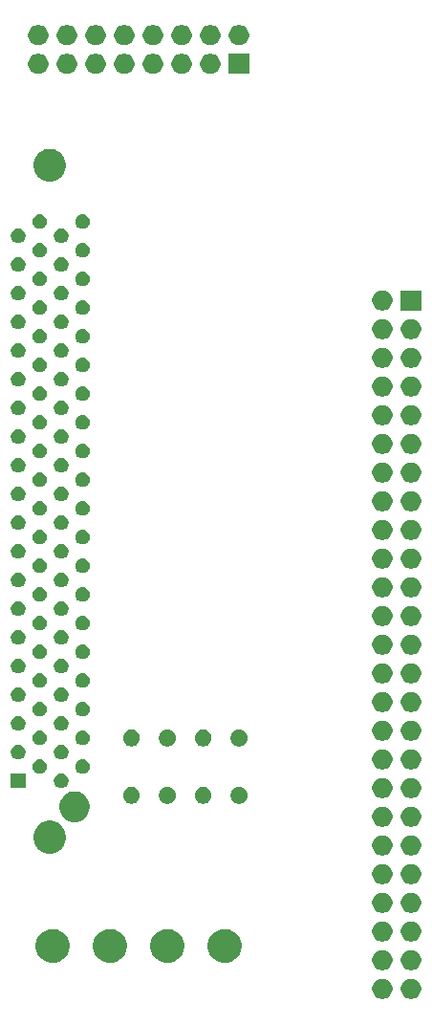
<source format=gbr>
G04 #@! TF.GenerationSoftware,KiCad,Pcbnew,(5.1.5)-3*
G04 #@! TF.CreationDate,2020-04-25T00:27:07+01:00*
G04 #@! TF.ProjectId,SCSIConnector,53435349-436f-46e6-9e65-63746f722e6b,rev?*
G04 #@! TF.SameCoordinates,Original*
G04 #@! TF.FileFunction,Soldermask,Top*
G04 #@! TF.FilePolarity,Negative*
%FSLAX46Y46*%
G04 Gerber Fmt 4.6, Leading zero omitted, Abs format (unit mm)*
G04 Created by KiCad (PCBNEW (5.1.5)-3) date 2020-04-25 00:27:07*
%MOMM*%
%LPD*%
G04 APERTURE LIST*
%ADD10C,0.100000*%
G04 APERTURE END LIST*
D10*
G36*
X207123512Y-122293927D02*
G01*
X207272812Y-122323624D01*
X207436784Y-122391544D01*
X207584354Y-122490147D01*
X207709853Y-122615646D01*
X207808456Y-122763216D01*
X207876376Y-122927188D01*
X207911000Y-123101259D01*
X207911000Y-123278741D01*
X207876376Y-123452812D01*
X207808456Y-123616784D01*
X207709853Y-123764354D01*
X207584354Y-123889853D01*
X207436784Y-123988456D01*
X207272812Y-124056376D01*
X207123512Y-124086073D01*
X207098742Y-124091000D01*
X206921258Y-124091000D01*
X206896488Y-124086073D01*
X206747188Y-124056376D01*
X206583216Y-123988456D01*
X206435646Y-123889853D01*
X206310147Y-123764354D01*
X206211544Y-123616784D01*
X206143624Y-123452812D01*
X206109000Y-123278741D01*
X206109000Y-123101259D01*
X206143624Y-122927188D01*
X206211544Y-122763216D01*
X206310147Y-122615646D01*
X206435646Y-122490147D01*
X206583216Y-122391544D01*
X206747188Y-122323624D01*
X206896488Y-122293927D01*
X206921258Y-122289000D01*
X207098742Y-122289000D01*
X207123512Y-122293927D01*
G37*
G36*
X204583512Y-122293927D02*
G01*
X204732812Y-122323624D01*
X204896784Y-122391544D01*
X205044354Y-122490147D01*
X205169853Y-122615646D01*
X205268456Y-122763216D01*
X205336376Y-122927188D01*
X205371000Y-123101259D01*
X205371000Y-123278741D01*
X205336376Y-123452812D01*
X205268456Y-123616784D01*
X205169853Y-123764354D01*
X205044354Y-123889853D01*
X204896784Y-123988456D01*
X204732812Y-124056376D01*
X204583512Y-124086073D01*
X204558742Y-124091000D01*
X204381258Y-124091000D01*
X204356488Y-124086073D01*
X204207188Y-124056376D01*
X204043216Y-123988456D01*
X203895646Y-123889853D01*
X203770147Y-123764354D01*
X203671544Y-123616784D01*
X203603624Y-123452812D01*
X203569000Y-123278741D01*
X203569000Y-123101259D01*
X203603624Y-122927188D01*
X203671544Y-122763216D01*
X203770147Y-122615646D01*
X203895646Y-122490147D01*
X204043216Y-122391544D01*
X204207188Y-122323624D01*
X204356488Y-122293927D01*
X204381258Y-122289000D01*
X204558742Y-122289000D01*
X204583512Y-122293927D01*
G37*
G36*
X204583512Y-119753927D02*
G01*
X204732812Y-119783624D01*
X204896784Y-119851544D01*
X205044354Y-119950147D01*
X205169853Y-120075646D01*
X205268456Y-120223216D01*
X205336376Y-120387188D01*
X205371000Y-120561259D01*
X205371000Y-120738741D01*
X205336376Y-120912812D01*
X205268456Y-121076784D01*
X205169853Y-121224354D01*
X205044354Y-121349853D01*
X204896784Y-121448456D01*
X204732812Y-121516376D01*
X204583512Y-121546073D01*
X204558742Y-121551000D01*
X204381258Y-121551000D01*
X204356488Y-121546073D01*
X204207188Y-121516376D01*
X204043216Y-121448456D01*
X203895646Y-121349853D01*
X203770147Y-121224354D01*
X203671544Y-121076784D01*
X203603624Y-120912812D01*
X203569000Y-120738741D01*
X203569000Y-120561259D01*
X203603624Y-120387188D01*
X203671544Y-120223216D01*
X203770147Y-120075646D01*
X203895646Y-119950147D01*
X204043216Y-119851544D01*
X204207188Y-119783624D01*
X204356488Y-119753927D01*
X204381258Y-119749000D01*
X204558742Y-119749000D01*
X204583512Y-119753927D01*
G37*
G36*
X207123512Y-119753927D02*
G01*
X207272812Y-119783624D01*
X207436784Y-119851544D01*
X207584354Y-119950147D01*
X207709853Y-120075646D01*
X207808456Y-120223216D01*
X207876376Y-120387188D01*
X207911000Y-120561259D01*
X207911000Y-120738741D01*
X207876376Y-120912812D01*
X207808456Y-121076784D01*
X207709853Y-121224354D01*
X207584354Y-121349853D01*
X207436784Y-121448456D01*
X207272812Y-121516376D01*
X207123512Y-121546073D01*
X207098742Y-121551000D01*
X206921258Y-121551000D01*
X206896488Y-121546073D01*
X206747188Y-121516376D01*
X206583216Y-121448456D01*
X206435646Y-121349853D01*
X206310147Y-121224354D01*
X206211544Y-121076784D01*
X206143624Y-120912812D01*
X206109000Y-120738741D01*
X206109000Y-120561259D01*
X206143624Y-120387188D01*
X206211544Y-120223216D01*
X206310147Y-120075646D01*
X206435646Y-119950147D01*
X206583216Y-119851544D01*
X206747188Y-119783624D01*
X206896488Y-119753927D01*
X206921258Y-119749000D01*
X207098742Y-119749000D01*
X207123512Y-119753927D01*
G37*
G36*
X180632831Y-117907841D02*
G01*
X180777826Y-117936682D01*
X180890974Y-117983550D01*
X181050989Y-118049830D01*
X181050990Y-118049831D01*
X181296832Y-118214097D01*
X181505903Y-118423168D01*
X181505904Y-118423170D01*
X181670170Y-118669011D01*
X181783318Y-118942175D01*
X181841000Y-119232163D01*
X181841000Y-119527837D01*
X181783318Y-119817825D01*
X181670170Y-120090989D01*
X181670169Y-120090990D01*
X181505903Y-120336832D01*
X181296832Y-120545903D01*
X181273850Y-120561259D01*
X181050989Y-120710170D01*
X180890974Y-120776450D01*
X180777826Y-120823318D01*
X180632831Y-120852159D01*
X180487837Y-120881000D01*
X180192163Y-120881000D01*
X180047169Y-120852159D01*
X179902174Y-120823318D01*
X179789026Y-120776450D01*
X179629011Y-120710170D01*
X179406150Y-120561259D01*
X179383168Y-120545903D01*
X179174097Y-120336832D01*
X179009831Y-120090990D01*
X179009830Y-120090989D01*
X178896682Y-119817825D01*
X178839000Y-119527837D01*
X178839000Y-119232163D01*
X178896682Y-118942175D01*
X179009830Y-118669011D01*
X179174096Y-118423170D01*
X179174097Y-118423168D01*
X179383168Y-118214097D01*
X179629010Y-118049831D01*
X179629011Y-118049830D01*
X179789026Y-117983550D01*
X179902174Y-117936682D01*
X180047169Y-117907841D01*
X180192163Y-117879000D01*
X180487837Y-117879000D01*
X180632831Y-117907841D01*
G37*
G36*
X185712831Y-117907841D02*
G01*
X185857826Y-117936682D01*
X185970974Y-117983550D01*
X186130989Y-118049830D01*
X186130990Y-118049831D01*
X186376832Y-118214097D01*
X186585903Y-118423168D01*
X186585904Y-118423170D01*
X186750170Y-118669011D01*
X186863318Y-118942175D01*
X186921000Y-119232163D01*
X186921000Y-119527837D01*
X186863318Y-119817825D01*
X186750170Y-120090989D01*
X186750169Y-120090990D01*
X186585903Y-120336832D01*
X186376832Y-120545903D01*
X186353850Y-120561259D01*
X186130989Y-120710170D01*
X185970974Y-120776450D01*
X185857826Y-120823318D01*
X185712831Y-120852159D01*
X185567837Y-120881000D01*
X185272163Y-120881000D01*
X185127169Y-120852159D01*
X184982174Y-120823318D01*
X184869026Y-120776450D01*
X184709011Y-120710170D01*
X184486150Y-120561259D01*
X184463168Y-120545903D01*
X184254097Y-120336832D01*
X184089831Y-120090990D01*
X184089830Y-120090989D01*
X183976682Y-119817825D01*
X183919000Y-119527837D01*
X183919000Y-119232163D01*
X183976682Y-118942175D01*
X184089830Y-118669011D01*
X184254096Y-118423170D01*
X184254097Y-118423168D01*
X184463168Y-118214097D01*
X184709010Y-118049831D01*
X184709011Y-118049830D01*
X184869026Y-117983550D01*
X184982174Y-117936682D01*
X185127169Y-117907841D01*
X185272163Y-117879000D01*
X185567837Y-117879000D01*
X185712831Y-117907841D01*
G37*
G36*
X190792831Y-117907841D02*
G01*
X190937826Y-117936682D01*
X191050974Y-117983550D01*
X191210989Y-118049830D01*
X191210990Y-118049831D01*
X191456832Y-118214097D01*
X191665903Y-118423168D01*
X191665904Y-118423170D01*
X191830170Y-118669011D01*
X191943318Y-118942175D01*
X192001000Y-119232163D01*
X192001000Y-119527837D01*
X191943318Y-119817825D01*
X191830170Y-120090989D01*
X191830169Y-120090990D01*
X191665903Y-120336832D01*
X191456832Y-120545903D01*
X191433850Y-120561259D01*
X191210989Y-120710170D01*
X191050974Y-120776450D01*
X190937826Y-120823318D01*
X190792831Y-120852159D01*
X190647837Y-120881000D01*
X190352163Y-120881000D01*
X190207169Y-120852159D01*
X190062174Y-120823318D01*
X189949026Y-120776450D01*
X189789011Y-120710170D01*
X189566150Y-120561259D01*
X189543168Y-120545903D01*
X189334097Y-120336832D01*
X189169831Y-120090990D01*
X189169830Y-120090989D01*
X189056682Y-119817825D01*
X188999000Y-119527837D01*
X188999000Y-119232163D01*
X189056682Y-118942175D01*
X189169830Y-118669011D01*
X189334096Y-118423170D01*
X189334097Y-118423168D01*
X189543168Y-118214097D01*
X189789010Y-118049831D01*
X189789011Y-118049830D01*
X189949026Y-117983550D01*
X190062174Y-117936682D01*
X190207169Y-117907841D01*
X190352163Y-117879000D01*
X190647837Y-117879000D01*
X190792831Y-117907841D01*
G37*
G36*
X175552831Y-117907841D02*
G01*
X175697826Y-117936682D01*
X175810974Y-117983550D01*
X175970989Y-118049830D01*
X175970990Y-118049831D01*
X176216832Y-118214097D01*
X176425903Y-118423168D01*
X176425904Y-118423170D01*
X176590170Y-118669011D01*
X176703318Y-118942175D01*
X176761000Y-119232163D01*
X176761000Y-119527837D01*
X176703318Y-119817825D01*
X176590170Y-120090989D01*
X176590169Y-120090990D01*
X176425903Y-120336832D01*
X176216832Y-120545903D01*
X176193850Y-120561259D01*
X175970989Y-120710170D01*
X175810974Y-120776450D01*
X175697826Y-120823318D01*
X175552831Y-120852159D01*
X175407837Y-120881000D01*
X175112163Y-120881000D01*
X174967169Y-120852159D01*
X174822174Y-120823318D01*
X174709026Y-120776450D01*
X174549011Y-120710170D01*
X174326150Y-120561259D01*
X174303168Y-120545903D01*
X174094097Y-120336832D01*
X173929831Y-120090990D01*
X173929830Y-120090989D01*
X173816682Y-119817825D01*
X173759000Y-119527837D01*
X173759000Y-119232163D01*
X173816682Y-118942175D01*
X173929830Y-118669011D01*
X174094096Y-118423170D01*
X174094097Y-118423168D01*
X174303168Y-118214097D01*
X174549010Y-118049831D01*
X174549011Y-118049830D01*
X174709026Y-117983550D01*
X174822174Y-117936682D01*
X174967169Y-117907841D01*
X175112163Y-117879000D01*
X175407837Y-117879000D01*
X175552831Y-117907841D01*
G37*
G36*
X207123512Y-117213927D02*
G01*
X207272812Y-117243624D01*
X207436784Y-117311544D01*
X207584354Y-117410147D01*
X207709853Y-117535646D01*
X207808456Y-117683216D01*
X207876376Y-117847188D01*
X207911000Y-118021259D01*
X207911000Y-118198741D01*
X207876376Y-118372812D01*
X207808456Y-118536784D01*
X207709853Y-118684354D01*
X207584354Y-118809853D01*
X207436784Y-118908456D01*
X207272812Y-118976376D01*
X207123512Y-119006073D01*
X207098742Y-119011000D01*
X206921258Y-119011000D01*
X206896488Y-119006073D01*
X206747188Y-118976376D01*
X206583216Y-118908456D01*
X206435646Y-118809853D01*
X206310147Y-118684354D01*
X206211544Y-118536784D01*
X206143624Y-118372812D01*
X206109000Y-118198741D01*
X206109000Y-118021259D01*
X206143624Y-117847188D01*
X206211544Y-117683216D01*
X206310147Y-117535646D01*
X206435646Y-117410147D01*
X206583216Y-117311544D01*
X206747188Y-117243624D01*
X206896488Y-117213927D01*
X206921258Y-117209000D01*
X207098742Y-117209000D01*
X207123512Y-117213927D01*
G37*
G36*
X204583512Y-117213927D02*
G01*
X204732812Y-117243624D01*
X204896784Y-117311544D01*
X205044354Y-117410147D01*
X205169853Y-117535646D01*
X205268456Y-117683216D01*
X205336376Y-117847188D01*
X205371000Y-118021259D01*
X205371000Y-118198741D01*
X205336376Y-118372812D01*
X205268456Y-118536784D01*
X205169853Y-118684354D01*
X205044354Y-118809853D01*
X204896784Y-118908456D01*
X204732812Y-118976376D01*
X204583512Y-119006073D01*
X204558742Y-119011000D01*
X204381258Y-119011000D01*
X204356488Y-119006073D01*
X204207188Y-118976376D01*
X204043216Y-118908456D01*
X203895646Y-118809853D01*
X203770147Y-118684354D01*
X203671544Y-118536784D01*
X203603624Y-118372812D01*
X203569000Y-118198741D01*
X203569000Y-118021259D01*
X203603624Y-117847188D01*
X203671544Y-117683216D01*
X203770147Y-117535646D01*
X203895646Y-117410147D01*
X204043216Y-117311544D01*
X204207188Y-117243624D01*
X204356488Y-117213927D01*
X204381258Y-117209000D01*
X204558742Y-117209000D01*
X204583512Y-117213927D01*
G37*
G36*
X207123512Y-114673927D02*
G01*
X207272812Y-114703624D01*
X207436784Y-114771544D01*
X207584354Y-114870147D01*
X207709853Y-114995646D01*
X207808456Y-115143216D01*
X207876376Y-115307188D01*
X207911000Y-115481259D01*
X207911000Y-115658741D01*
X207876376Y-115832812D01*
X207808456Y-115996784D01*
X207709853Y-116144354D01*
X207584354Y-116269853D01*
X207436784Y-116368456D01*
X207272812Y-116436376D01*
X207123512Y-116466073D01*
X207098742Y-116471000D01*
X206921258Y-116471000D01*
X206896488Y-116466073D01*
X206747188Y-116436376D01*
X206583216Y-116368456D01*
X206435646Y-116269853D01*
X206310147Y-116144354D01*
X206211544Y-115996784D01*
X206143624Y-115832812D01*
X206109000Y-115658741D01*
X206109000Y-115481259D01*
X206143624Y-115307188D01*
X206211544Y-115143216D01*
X206310147Y-114995646D01*
X206435646Y-114870147D01*
X206583216Y-114771544D01*
X206747188Y-114703624D01*
X206896488Y-114673927D01*
X206921258Y-114669000D01*
X207098742Y-114669000D01*
X207123512Y-114673927D01*
G37*
G36*
X204583512Y-114673927D02*
G01*
X204732812Y-114703624D01*
X204896784Y-114771544D01*
X205044354Y-114870147D01*
X205169853Y-114995646D01*
X205268456Y-115143216D01*
X205336376Y-115307188D01*
X205371000Y-115481259D01*
X205371000Y-115658741D01*
X205336376Y-115832812D01*
X205268456Y-115996784D01*
X205169853Y-116144354D01*
X205044354Y-116269853D01*
X204896784Y-116368456D01*
X204732812Y-116436376D01*
X204583512Y-116466073D01*
X204558742Y-116471000D01*
X204381258Y-116471000D01*
X204356488Y-116466073D01*
X204207188Y-116436376D01*
X204043216Y-116368456D01*
X203895646Y-116269853D01*
X203770147Y-116144354D01*
X203671544Y-115996784D01*
X203603624Y-115832812D01*
X203569000Y-115658741D01*
X203569000Y-115481259D01*
X203603624Y-115307188D01*
X203671544Y-115143216D01*
X203770147Y-114995646D01*
X203895646Y-114870147D01*
X204043216Y-114771544D01*
X204207188Y-114703624D01*
X204356488Y-114673927D01*
X204381258Y-114669000D01*
X204558742Y-114669000D01*
X204583512Y-114673927D01*
G37*
G36*
X207123512Y-112133927D02*
G01*
X207272812Y-112163624D01*
X207436784Y-112231544D01*
X207584354Y-112330147D01*
X207709853Y-112455646D01*
X207808456Y-112603216D01*
X207876376Y-112767188D01*
X207911000Y-112941259D01*
X207911000Y-113118741D01*
X207876376Y-113292812D01*
X207808456Y-113456784D01*
X207709853Y-113604354D01*
X207584354Y-113729853D01*
X207436784Y-113828456D01*
X207272812Y-113896376D01*
X207123512Y-113926073D01*
X207098742Y-113931000D01*
X206921258Y-113931000D01*
X206896488Y-113926073D01*
X206747188Y-113896376D01*
X206583216Y-113828456D01*
X206435646Y-113729853D01*
X206310147Y-113604354D01*
X206211544Y-113456784D01*
X206143624Y-113292812D01*
X206109000Y-113118741D01*
X206109000Y-112941259D01*
X206143624Y-112767188D01*
X206211544Y-112603216D01*
X206310147Y-112455646D01*
X206435646Y-112330147D01*
X206583216Y-112231544D01*
X206747188Y-112163624D01*
X206896488Y-112133927D01*
X206921258Y-112129000D01*
X207098742Y-112129000D01*
X207123512Y-112133927D01*
G37*
G36*
X204583512Y-112133927D02*
G01*
X204732812Y-112163624D01*
X204896784Y-112231544D01*
X205044354Y-112330147D01*
X205169853Y-112455646D01*
X205268456Y-112603216D01*
X205336376Y-112767188D01*
X205371000Y-112941259D01*
X205371000Y-113118741D01*
X205336376Y-113292812D01*
X205268456Y-113456784D01*
X205169853Y-113604354D01*
X205044354Y-113729853D01*
X204896784Y-113828456D01*
X204732812Y-113896376D01*
X204583512Y-113926073D01*
X204558742Y-113931000D01*
X204381258Y-113931000D01*
X204356488Y-113926073D01*
X204207188Y-113896376D01*
X204043216Y-113828456D01*
X203895646Y-113729853D01*
X203770147Y-113604354D01*
X203671544Y-113456784D01*
X203603624Y-113292812D01*
X203569000Y-113118741D01*
X203569000Y-112941259D01*
X203603624Y-112767188D01*
X203671544Y-112603216D01*
X203770147Y-112455646D01*
X203895646Y-112330147D01*
X204043216Y-112231544D01*
X204207188Y-112163624D01*
X204356488Y-112133927D01*
X204381258Y-112129000D01*
X204558742Y-112129000D01*
X204583512Y-112133927D01*
G37*
G36*
X204583512Y-109593927D02*
G01*
X204732812Y-109623624D01*
X204896784Y-109691544D01*
X205044354Y-109790147D01*
X205169853Y-109915646D01*
X205268456Y-110063216D01*
X205336376Y-110227188D01*
X205371000Y-110401259D01*
X205371000Y-110578741D01*
X205336376Y-110752812D01*
X205268456Y-110916784D01*
X205169853Y-111064354D01*
X205044354Y-111189853D01*
X204896784Y-111288456D01*
X204732812Y-111356376D01*
X204583512Y-111386073D01*
X204558742Y-111391000D01*
X204381258Y-111391000D01*
X204356488Y-111386073D01*
X204207188Y-111356376D01*
X204043216Y-111288456D01*
X203895646Y-111189853D01*
X203770147Y-111064354D01*
X203671544Y-110916784D01*
X203603624Y-110752812D01*
X203569000Y-110578741D01*
X203569000Y-110401259D01*
X203603624Y-110227188D01*
X203671544Y-110063216D01*
X203770147Y-109915646D01*
X203895646Y-109790147D01*
X204043216Y-109691544D01*
X204207188Y-109623624D01*
X204356488Y-109593927D01*
X204381258Y-109589000D01*
X204558742Y-109589000D01*
X204583512Y-109593927D01*
G37*
G36*
X207123512Y-109593927D02*
G01*
X207272812Y-109623624D01*
X207436784Y-109691544D01*
X207584354Y-109790147D01*
X207709853Y-109915646D01*
X207808456Y-110063216D01*
X207876376Y-110227188D01*
X207911000Y-110401259D01*
X207911000Y-110578741D01*
X207876376Y-110752812D01*
X207808456Y-110916784D01*
X207709853Y-111064354D01*
X207584354Y-111189853D01*
X207436784Y-111288456D01*
X207272812Y-111356376D01*
X207123512Y-111386073D01*
X207098742Y-111391000D01*
X206921258Y-111391000D01*
X206896488Y-111386073D01*
X206747188Y-111356376D01*
X206583216Y-111288456D01*
X206435646Y-111189853D01*
X206310147Y-111064354D01*
X206211544Y-110916784D01*
X206143624Y-110752812D01*
X206109000Y-110578741D01*
X206109000Y-110401259D01*
X206143624Y-110227188D01*
X206211544Y-110063216D01*
X206310147Y-109915646D01*
X206435646Y-109790147D01*
X206583216Y-109691544D01*
X206747188Y-109623624D01*
X206896488Y-109593927D01*
X206921258Y-109589000D01*
X207098742Y-109589000D01*
X207123512Y-109593927D01*
G37*
G36*
X175423241Y-108359760D02*
G01*
X175687305Y-108469139D01*
X175924958Y-108627934D01*
X176127066Y-108830042D01*
X176285861Y-109067695D01*
X176395240Y-109331759D01*
X176451000Y-109612088D01*
X176451000Y-109897912D01*
X176395240Y-110178241D01*
X176285861Y-110442305D01*
X176127066Y-110679958D01*
X175924958Y-110882066D01*
X175687305Y-111040861D01*
X175423241Y-111150240D01*
X175142912Y-111206000D01*
X174857088Y-111206000D01*
X174576759Y-111150240D01*
X174312695Y-111040861D01*
X174075042Y-110882066D01*
X173872934Y-110679958D01*
X173714139Y-110442305D01*
X173604760Y-110178241D01*
X173549000Y-109897912D01*
X173549000Y-109612088D01*
X173604760Y-109331759D01*
X173714139Y-109067695D01*
X173872934Y-108830042D01*
X174075042Y-108627934D01*
X174312695Y-108469139D01*
X174576759Y-108359760D01*
X174857088Y-108304000D01*
X175142912Y-108304000D01*
X175423241Y-108359760D01*
G37*
G36*
X204583512Y-107053927D02*
G01*
X204732812Y-107083624D01*
X204896784Y-107151544D01*
X205044354Y-107250147D01*
X205169853Y-107375646D01*
X205268456Y-107523216D01*
X205336376Y-107687188D01*
X205371000Y-107861259D01*
X205371000Y-108038741D01*
X205336376Y-108212812D01*
X205268456Y-108376784D01*
X205169853Y-108524354D01*
X205044354Y-108649853D01*
X204896784Y-108748456D01*
X204732812Y-108816376D01*
X204583512Y-108846073D01*
X204558742Y-108851000D01*
X204381258Y-108851000D01*
X204356488Y-108846073D01*
X204207188Y-108816376D01*
X204043216Y-108748456D01*
X203895646Y-108649853D01*
X203770147Y-108524354D01*
X203671544Y-108376784D01*
X203603624Y-108212812D01*
X203569000Y-108038741D01*
X203569000Y-107861259D01*
X203603624Y-107687188D01*
X203671544Y-107523216D01*
X203770147Y-107375646D01*
X203895646Y-107250147D01*
X204043216Y-107151544D01*
X204207188Y-107083624D01*
X204356488Y-107053927D01*
X204381258Y-107049000D01*
X204558742Y-107049000D01*
X204583512Y-107053927D01*
G37*
G36*
X207123512Y-107053927D02*
G01*
X207272812Y-107083624D01*
X207436784Y-107151544D01*
X207584354Y-107250147D01*
X207709853Y-107375646D01*
X207808456Y-107523216D01*
X207876376Y-107687188D01*
X207911000Y-107861259D01*
X207911000Y-108038741D01*
X207876376Y-108212812D01*
X207808456Y-108376784D01*
X207709853Y-108524354D01*
X207584354Y-108649853D01*
X207436784Y-108748456D01*
X207272812Y-108816376D01*
X207123512Y-108846073D01*
X207098742Y-108851000D01*
X206921258Y-108851000D01*
X206896488Y-108846073D01*
X206747188Y-108816376D01*
X206583216Y-108748456D01*
X206435646Y-108649853D01*
X206310147Y-108524354D01*
X206211544Y-108376784D01*
X206143624Y-108212812D01*
X206109000Y-108038741D01*
X206109000Y-107861259D01*
X206143624Y-107687188D01*
X206211544Y-107523216D01*
X206310147Y-107375646D01*
X206435646Y-107250147D01*
X206583216Y-107151544D01*
X206747188Y-107083624D01*
X206896488Y-107053927D01*
X206921258Y-107049000D01*
X207098742Y-107049000D01*
X207123512Y-107053927D01*
G37*
G36*
X177594072Y-105755918D02*
G01*
X177763124Y-105825941D01*
X177839939Y-105857759D01*
X177951328Y-105932187D01*
X178029401Y-105984354D01*
X178061212Y-106005610D01*
X178249390Y-106193788D01*
X178387667Y-106400732D01*
X178397242Y-106415063D01*
X178499082Y-106660928D01*
X178551000Y-106921937D01*
X178551000Y-107188063D01*
X178499082Y-107449072D01*
X178397242Y-107694937D01*
X178286110Y-107861258D01*
X178249390Y-107916212D01*
X178061212Y-108104390D01*
X177839939Y-108252241D01*
X177839938Y-108252242D01*
X177839937Y-108252242D01*
X177594072Y-108354082D01*
X177333063Y-108406000D01*
X177066937Y-108406000D01*
X176805928Y-108354082D01*
X176560063Y-108252242D01*
X176560062Y-108252242D01*
X176560061Y-108252241D01*
X176338788Y-108104390D01*
X176150610Y-107916212D01*
X176113891Y-107861258D01*
X176002758Y-107694937D01*
X175900918Y-107449072D01*
X175849000Y-107188063D01*
X175849000Y-106921937D01*
X175900918Y-106660928D01*
X176002758Y-106415063D01*
X176012334Y-106400732D01*
X176150610Y-106193788D01*
X176338788Y-106005610D01*
X176370600Y-105984354D01*
X176448672Y-105932187D01*
X176560061Y-105857759D01*
X176636877Y-105825941D01*
X176805928Y-105755918D01*
X177066937Y-105704000D01*
X177333063Y-105704000D01*
X177594072Y-105755918D01*
G37*
G36*
X185631005Y-105321258D02*
G01*
X185639059Y-105322860D01*
X185775732Y-105379472D01*
X185898735Y-105461660D01*
X186003340Y-105566265D01*
X186074532Y-105672812D01*
X186085529Y-105689270D01*
X186142140Y-105825941D01*
X186171000Y-105971032D01*
X186171000Y-106118968D01*
X186156117Y-106193789D01*
X186142140Y-106264059D01*
X186085528Y-106400732D01*
X186003340Y-106523735D01*
X185898735Y-106628340D01*
X185775732Y-106710528D01*
X185775731Y-106710529D01*
X185775730Y-106710529D01*
X185639059Y-106767140D01*
X185493968Y-106796000D01*
X185346032Y-106796000D01*
X185200941Y-106767140D01*
X185064270Y-106710529D01*
X185064269Y-106710529D01*
X185064268Y-106710528D01*
X184941265Y-106628340D01*
X184836660Y-106523735D01*
X184754472Y-106400732D01*
X184697860Y-106264059D01*
X184683883Y-106193789D01*
X184669000Y-106118968D01*
X184669000Y-105971032D01*
X184697860Y-105825941D01*
X184754471Y-105689270D01*
X184765468Y-105672812D01*
X184836660Y-105566265D01*
X184941265Y-105461660D01*
X185064268Y-105379472D01*
X185200941Y-105322860D01*
X185208995Y-105321258D01*
X185346032Y-105294000D01*
X185493968Y-105294000D01*
X185631005Y-105321258D01*
G37*
G36*
X188806005Y-105321258D02*
G01*
X188814059Y-105322860D01*
X188950732Y-105379472D01*
X189073735Y-105461660D01*
X189178340Y-105566265D01*
X189249532Y-105672812D01*
X189260529Y-105689270D01*
X189317140Y-105825941D01*
X189346000Y-105971032D01*
X189346000Y-106118968D01*
X189331117Y-106193789D01*
X189317140Y-106264059D01*
X189260528Y-106400732D01*
X189178340Y-106523735D01*
X189073735Y-106628340D01*
X188950732Y-106710528D01*
X188950731Y-106710529D01*
X188950730Y-106710529D01*
X188814059Y-106767140D01*
X188668968Y-106796000D01*
X188521032Y-106796000D01*
X188375941Y-106767140D01*
X188239270Y-106710529D01*
X188239269Y-106710529D01*
X188239268Y-106710528D01*
X188116265Y-106628340D01*
X188011660Y-106523735D01*
X187929472Y-106400732D01*
X187872860Y-106264059D01*
X187858883Y-106193789D01*
X187844000Y-106118968D01*
X187844000Y-105971032D01*
X187872860Y-105825941D01*
X187929471Y-105689270D01*
X187940468Y-105672812D01*
X188011660Y-105566265D01*
X188116265Y-105461660D01*
X188239268Y-105379472D01*
X188375941Y-105322860D01*
X188383995Y-105321258D01*
X188521032Y-105294000D01*
X188668968Y-105294000D01*
X188806005Y-105321258D01*
G37*
G36*
X191981005Y-105321258D02*
G01*
X191989059Y-105322860D01*
X192125732Y-105379472D01*
X192248735Y-105461660D01*
X192353340Y-105566265D01*
X192424532Y-105672812D01*
X192435529Y-105689270D01*
X192492140Y-105825941D01*
X192521000Y-105971032D01*
X192521000Y-106118968D01*
X192506117Y-106193789D01*
X192492140Y-106264059D01*
X192435528Y-106400732D01*
X192353340Y-106523735D01*
X192248735Y-106628340D01*
X192125732Y-106710528D01*
X192125731Y-106710529D01*
X192125730Y-106710529D01*
X191989059Y-106767140D01*
X191843968Y-106796000D01*
X191696032Y-106796000D01*
X191550941Y-106767140D01*
X191414270Y-106710529D01*
X191414269Y-106710529D01*
X191414268Y-106710528D01*
X191291265Y-106628340D01*
X191186660Y-106523735D01*
X191104472Y-106400732D01*
X191047860Y-106264059D01*
X191033883Y-106193789D01*
X191019000Y-106118968D01*
X191019000Y-105971032D01*
X191047860Y-105825941D01*
X191104471Y-105689270D01*
X191115468Y-105672812D01*
X191186660Y-105566265D01*
X191291265Y-105461660D01*
X191414268Y-105379472D01*
X191550941Y-105322860D01*
X191558995Y-105321258D01*
X191696032Y-105294000D01*
X191843968Y-105294000D01*
X191981005Y-105321258D01*
G37*
G36*
X182456005Y-105321258D02*
G01*
X182464059Y-105322860D01*
X182600732Y-105379472D01*
X182723735Y-105461660D01*
X182828340Y-105566265D01*
X182899532Y-105672812D01*
X182910529Y-105689270D01*
X182967140Y-105825941D01*
X182996000Y-105971032D01*
X182996000Y-106118968D01*
X182981117Y-106193789D01*
X182967140Y-106264059D01*
X182910528Y-106400732D01*
X182828340Y-106523735D01*
X182723735Y-106628340D01*
X182600732Y-106710528D01*
X182600731Y-106710529D01*
X182600730Y-106710529D01*
X182464059Y-106767140D01*
X182318968Y-106796000D01*
X182171032Y-106796000D01*
X182025941Y-106767140D01*
X181889270Y-106710529D01*
X181889269Y-106710529D01*
X181889268Y-106710528D01*
X181766265Y-106628340D01*
X181661660Y-106523735D01*
X181579472Y-106400732D01*
X181522860Y-106264059D01*
X181508883Y-106193789D01*
X181494000Y-106118968D01*
X181494000Y-105971032D01*
X181522860Y-105825941D01*
X181579471Y-105689270D01*
X181590468Y-105672812D01*
X181661660Y-105566265D01*
X181766265Y-105461660D01*
X181889268Y-105379472D01*
X182025941Y-105322860D01*
X182033995Y-105321258D01*
X182171032Y-105294000D01*
X182318968Y-105294000D01*
X182456005Y-105321258D01*
G37*
G36*
X207123512Y-104513927D02*
G01*
X207272812Y-104543624D01*
X207436784Y-104611544D01*
X207584354Y-104710147D01*
X207709853Y-104835646D01*
X207808456Y-104983216D01*
X207876376Y-105147188D01*
X207911000Y-105321259D01*
X207911000Y-105498741D01*
X207876376Y-105672812D01*
X207808456Y-105836784D01*
X207709853Y-105984354D01*
X207584354Y-106109853D01*
X207436784Y-106208456D01*
X207272812Y-106276376D01*
X207123512Y-106306073D01*
X207098742Y-106311000D01*
X206921258Y-106311000D01*
X206896488Y-106306073D01*
X206747188Y-106276376D01*
X206583216Y-106208456D01*
X206435646Y-106109853D01*
X206310147Y-105984354D01*
X206211544Y-105836784D01*
X206143624Y-105672812D01*
X206109000Y-105498741D01*
X206109000Y-105321259D01*
X206143624Y-105147188D01*
X206211544Y-104983216D01*
X206310147Y-104835646D01*
X206435646Y-104710147D01*
X206583216Y-104611544D01*
X206747188Y-104543624D01*
X206896488Y-104513927D01*
X206921258Y-104509000D01*
X207098742Y-104509000D01*
X207123512Y-104513927D01*
G37*
G36*
X204583512Y-104513927D02*
G01*
X204732812Y-104543624D01*
X204896784Y-104611544D01*
X205044354Y-104710147D01*
X205169853Y-104835646D01*
X205268456Y-104983216D01*
X205336376Y-105147188D01*
X205371000Y-105321259D01*
X205371000Y-105498741D01*
X205336376Y-105672812D01*
X205268456Y-105836784D01*
X205169853Y-105984354D01*
X205044354Y-106109853D01*
X204896784Y-106208456D01*
X204732812Y-106276376D01*
X204583512Y-106306073D01*
X204558742Y-106311000D01*
X204381258Y-106311000D01*
X204356488Y-106306073D01*
X204207188Y-106276376D01*
X204043216Y-106208456D01*
X203895646Y-106109853D01*
X203770147Y-105984354D01*
X203671544Y-105836784D01*
X203603624Y-105672812D01*
X203569000Y-105498741D01*
X203569000Y-105321259D01*
X203603624Y-105147188D01*
X203671544Y-104983216D01*
X203770147Y-104835646D01*
X203895646Y-104710147D01*
X204043216Y-104611544D01*
X204207188Y-104543624D01*
X204356488Y-104513927D01*
X204381258Y-104509000D01*
X204558742Y-104509000D01*
X204583512Y-104513927D01*
G37*
G36*
X176110225Y-104120983D02*
G01*
X176200890Y-104139017D01*
X176319364Y-104188091D01*
X176425988Y-104259335D01*
X176516665Y-104350012D01*
X176587910Y-104456638D01*
X176636983Y-104575110D01*
X176662000Y-104700881D01*
X176662000Y-104829119D01*
X176636983Y-104954890D01*
X176587909Y-105073364D01*
X176516665Y-105179988D01*
X176425988Y-105270665D01*
X176319364Y-105341909D01*
X176319363Y-105341910D01*
X176319362Y-105341910D01*
X176200890Y-105390983D01*
X176075119Y-105416000D01*
X175946881Y-105416000D01*
X175821110Y-105390983D01*
X175702638Y-105341910D01*
X175702637Y-105341910D01*
X175702636Y-105341909D01*
X175596012Y-105270665D01*
X175505335Y-105179988D01*
X175434091Y-105073364D01*
X175385017Y-104954890D01*
X175360000Y-104829119D01*
X175360000Y-104700881D01*
X175385017Y-104575110D01*
X175434090Y-104456638D01*
X175505335Y-104350012D01*
X175596012Y-104259335D01*
X175702636Y-104188091D01*
X175821110Y-104139017D01*
X175911775Y-104120983D01*
X175946881Y-104114000D01*
X176075119Y-104114000D01*
X176110225Y-104120983D01*
G37*
G36*
X172862000Y-105416000D02*
G01*
X171560000Y-105416000D01*
X171560000Y-104114000D01*
X172862000Y-104114000D01*
X172862000Y-105416000D01*
G37*
G36*
X174210225Y-102850983D02*
G01*
X174300890Y-102869017D01*
X174419364Y-102918091D01*
X174525988Y-102989335D01*
X174616665Y-103080012D01*
X174687909Y-103186636D01*
X174736983Y-103305110D01*
X174762000Y-103430882D01*
X174762000Y-103559118D01*
X174736983Y-103684890D01*
X174687909Y-103803364D01*
X174616665Y-103909988D01*
X174525988Y-104000665D01*
X174419364Y-104071909D01*
X174419363Y-104071910D01*
X174419362Y-104071910D01*
X174300890Y-104120983D01*
X174175119Y-104146000D01*
X174046881Y-104146000D01*
X173921110Y-104120983D01*
X173802638Y-104071910D01*
X173802637Y-104071910D01*
X173802636Y-104071909D01*
X173696012Y-104000665D01*
X173605335Y-103909988D01*
X173534091Y-103803364D01*
X173485017Y-103684890D01*
X173460000Y-103559118D01*
X173460000Y-103430882D01*
X173485017Y-103305110D01*
X173534091Y-103186636D01*
X173605335Y-103080012D01*
X173696012Y-102989335D01*
X173802636Y-102918091D01*
X173921110Y-102869017D01*
X174011775Y-102850983D01*
X174046881Y-102844000D01*
X174175119Y-102844000D01*
X174210225Y-102850983D01*
G37*
G36*
X178010225Y-102850983D02*
G01*
X178100890Y-102869017D01*
X178219364Y-102918091D01*
X178325988Y-102989335D01*
X178416665Y-103080012D01*
X178487909Y-103186636D01*
X178536983Y-103305110D01*
X178562000Y-103430882D01*
X178562000Y-103559118D01*
X178536983Y-103684890D01*
X178487909Y-103803364D01*
X178416665Y-103909988D01*
X178325988Y-104000665D01*
X178219364Y-104071909D01*
X178219363Y-104071910D01*
X178219362Y-104071910D01*
X178100890Y-104120983D01*
X177975119Y-104146000D01*
X177846881Y-104146000D01*
X177721110Y-104120983D01*
X177602638Y-104071910D01*
X177602637Y-104071910D01*
X177602636Y-104071909D01*
X177496012Y-104000665D01*
X177405335Y-103909988D01*
X177334091Y-103803364D01*
X177285017Y-103684890D01*
X177260000Y-103559118D01*
X177260000Y-103430882D01*
X177285017Y-103305110D01*
X177334091Y-103186636D01*
X177405335Y-103080012D01*
X177496012Y-102989335D01*
X177602636Y-102918091D01*
X177721110Y-102869017D01*
X177811775Y-102850983D01*
X177846881Y-102844000D01*
X177975119Y-102844000D01*
X178010225Y-102850983D01*
G37*
G36*
X204583512Y-101973927D02*
G01*
X204732812Y-102003624D01*
X204896784Y-102071544D01*
X205044354Y-102170147D01*
X205169853Y-102295646D01*
X205268456Y-102443216D01*
X205336376Y-102607188D01*
X205371000Y-102781259D01*
X205371000Y-102958741D01*
X205336376Y-103132812D01*
X205268456Y-103296784D01*
X205169853Y-103444354D01*
X205044354Y-103569853D01*
X204896784Y-103668456D01*
X204732812Y-103736376D01*
X204583512Y-103766073D01*
X204558742Y-103771000D01*
X204381258Y-103771000D01*
X204356488Y-103766073D01*
X204207188Y-103736376D01*
X204043216Y-103668456D01*
X203895646Y-103569853D01*
X203770147Y-103444354D01*
X203671544Y-103296784D01*
X203603624Y-103132812D01*
X203569000Y-102958741D01*
X203569000Y-102781259D01*
X203603624Y-102607188D01*
X203671544Y-102443216D01*
X203770147Y-102295646D01*
X203895646Y-102170147D01*
X204043216Y-102071544D01*
X204207188Y-102003624D01*
X204356488Y-101973927D01*
X204381258Y-101969000D01*
X204558742Y-101969000D01*
X204583512Y-101973927D01*
G37*
G36*
X207123512Y-101973927D02*
G01*
X207272812Y-102003624D01*
X207436784Y-102071544D01*
X207584354Y-102170147D01*
X207709853Y-102295646D01*
X207808456Y-102443216D01*
X207876376Y-102607188D01*
X207911000Y-102781259D01*
X207911000Y-102958741D01*
X207876376Y-103132812D01*
X207808456Y-103296784D01*
X207709853Y-103444354D01*
X207584354Y-103569853D01*
X207436784Y-103668456D01*
X207272812Y-103736376D01*
X207123512Y-103766073D01*
X207098742Y-103771000D01*
X206921258Y-103771000D01*
X206896488Y-103766073D01*
X206747188Y-103736376D01*
X206583216Y-103668456D01*
X206435646Y-103569853D01*
X206310147Y-103444354D01*
X206211544Y-103296784D01*
X206143624Y-103132812D01*
X206109000Y-102958741D01*
X206109000Y-102781259D01*
X206143624Y-102607188D01*
X206211544Y-102443216D01*
X206310147Y-102295646D01*
X206435646Y-102170147D01*
X206583216Y-102071544D01*
X206747188Y-102003624D01*
X206896488Y-101973927D01*
X206921258Y-101969000D01*
X207098742Y-101969000D01*
X207123512Y-101973927D01*
G37*
G36*
X176110225Y-101580983D02*
G01*
X176200890Y-101599017D01*
X176319364Y-101648091D01*
X176377805Y-101687140D01*
X176425988Y-101719335D01*
X176516665Y-101810012D01*
X176587910Y-101916638D01*
X176636983Y-102035110D01*
X176662000Y-102160881D01*
X176662000Y-102289119D01*
X176636983Y-102414890D01*
X176587909Y-102533364D01*
X176516665Y-102639988D01*
X176425988Y-102730665D01*
X176319364Y-102801909D01*
X176319363Y-102801910D01*
X176319362Y-102801910D01*
X176200890Y-102850983D01*
X176075119Y-102876000D01*
X175946881Y-102876000D01*
X175821110Y-102850983D01*
X175702638Y-102801910D01*
X175702637Y-102801910D01*
X175702636Y-102801909D01*
X175596012Y-102730665D01*
X175505335Y-102639988D01*
X175434091Y-102533364D01*
X175385017Y-102414890D01*
X175360000Y-102289119D01*
X175360000Y-102160881D01*
X175385017Y-102035110D01*
X175434090Y-101916638D01*
X175505335Y-101810012D01*
X175596012Y-101719335D01*
X175644195Y-101687140D01*
X175702636Y-101648091D01*
X175821110Y-101599017D01*
X175911775Y-101580983D01*
X175946881Y-101574000D01*
X176075119Y-101574000D01*
X176110225Y-101580983D01*
G37*
G36*
X172310225Y-101580983D02*
G01*
X172400890Y-101599017D01*
X172519364Y-101648091D01*
X172577805Y-101687140D01*
X172625988Y-101719335D01*
X172716665Y-101810012D01*
X172787910Y-101916638D01*
X172836983Y-102035110D01*
X172862000Y-102160881D01*
X172862000Y-102289119D01*
X172836983Y-102414890D01*
X172787909Y-102533364D01*
X172716665Y-102639988D01*
X172625988Y-102730665D01*
X172519364Y-102801909D01*
X172519363Y-102801910D01*
X172519362Y-102801910D01*
X172400890Y-102850983D01*
X172275119Y-102876000D01*
X172146881Y-102876000D01*
X172021110Y-102850983D01*
X171902638Y-102801910D01*
X171902637Y-102801910D01*
X171902636Y-102801909D01*
X171796012Y-102730665D01*
X171705335Y-102639988D01*
X171634091Y-102533364D01*
X171585017Y-102414890D01*
X171560000Y-102289119D01*
X171560000Y-102160881D01*
X171585017Y-102035110D01*
X171634090Y-101916638D01*
X171705335Y-101810012D01*
X171796012Y-101719335D01*
X171844195Y-101687140D01*
X171902636Y-101648091D01*
X172021110Y-101599017D01*
X172111775Y-101580983D01*
X172146881Y-101574000D01*
X172275119Y-101574000D01*
X172310225Y-101580983D01*
G37*
G36*
X182456005Y-100241258D02*
G01*
X182464059Y-100242860D01*
X182600732Y-100299472D01*
X182723735Y-100381660D01*
X182828340Y-100486265D01*
X182899532Y-100592812D01*
X182910529Y-100609270D01*
X182926007Y-100646638D01*
X182967140Y-100745941D01*
X182996000Y-100891033D01*
X182996000Y-101038967D01*
X182967140Y-101184059D01*
X182910528Y-101320732D01*
X182828340Y-101443735D01*
X182723735Y-101548340D01*
X182600732Y-101630528D01*
X182600731Y-101630529D01*
X182600730Y-101630529D01*
X182464059Y-101687140D01*
X182318968Y-101716000D01*
X182171032Y-101716000D01*
X182025941Y-101687140D01*
X181889270Y-101630529D01*
X181889269Y-101630529D01*
X181889268Y-101630528D01*
X181766265Y-101548340D01*
X181661660Y-101443735D01*
X181579472Y-101320732D01*
X181522860Y-101184059D01*
X181494000Y-101038967D01*
X181494000Y-100891033D01*
X181522860Y-100745941D01*
X181563993Y-100646638D01*
X181579471Y-100609270D01*
X181590468Y-100592812D01*
X181661660Y-100486265D01*
X181766265Y-100381660D01*
X181889268Y-100299472D01*
X182025941Y-100242860D01*
X182033995Y-100241258D01*
X182171032Y-100214000D01*
X182318968Y-100214000D01*
X182456005Y-100241258D01*
G37*
G36*
X185631005Y-100241258D02*
G01*
X185639059Y-100242860D01*
X185775732Y-100299472D01*
X185898735Y-100381660D01*
X186003340Y-100486265D01*
X186074532Y-100592812D01*
X186085529Y-100609270D01*
X186101007Y-100646638D01*
X186142140Y-100745941D01*
X186171000Y-100891033D01*
X186171000Y-101038967D01*
X186142140Y-101184059D01*
X186085528Y-101320732D01*
X186003340Y-101443735D01*
X185898735Y-101548340D01*
X185775732Y-101630528D01*
X185775731Y-101630529D01*
X185775730Y-101630529D01*
X185639059Y-101687140D01*
X185493968Y-101716000D01*
X185346032Y-101716000D01*
X185200941Y-101687140D01*
X185064270Y-101630529D01*
X185064269Y-101630529D01*
X185064268Y-101630528D01*
X184941265Y-101548340D01*
X184836660Y-101443735D01*
X184754472Y-101320732D01*
X184697860Y-101184059D01*
X184669000Y-101038967D01*
X184669000Y-100891033D01*
X184697860Y-100745941D01*
X184738993Y-100646638D01*
X184754471Y-100609270D01*
X184765468Y-100592812D01*
X184836660Y-100486265D01*
X184941265Y-100381660D01*
X185064268Y-100299472D01*
X185200941Y-100242860D01*
X185208995Y-100241258D01*
X185346032Y-100214000D01*
X185493968Y-100214000D01*
X185631005Y-100241258D01*
G37*
G36*
X188806005Y-100241258D02*
G01*
X188814059Y-100242860D01*
X188950732Y-100299472D01*
X189073735Y-100381660D01*
X189178340Y-100486265D01*
X189249532Y-100592812D01*
X189260529Y-100609270D01*
X189276007Y-100646638D01*
X189317140Y-100745941D01*
X189346000Y-100891033D01*
X189346000Y-101038967D01*
X189317140Y-101184059D01*
X189260528Y-101320732D01*
X189178340Y-101443735D01*
X189073735Y-101548340D01*
X188950732Y-101630528D01*
X188950731Y-101630529D01*
X188950730Y-101630529D01*
X188814059Y-101687140D01*
X188668968Y-101716000D01*
X188521032Y-101716000D01*
X188375941Y-101687140D01*
X188239270Y-101630529D01*
X188239269Y-101630529D01*
X188239268Y-101630528D01*
X188116265Y-101548340D01*
X188011660Y-101443735D01*
X187929472Y-101320732D01*
X187872860Y-101184059D01*
X187844000Y-101038967D01*
X187844000Y-100891033D01*
X187872860Y-100745941D01*
X187913993Y-100646638D01*
X187929471Y-100609270D01*
X187940468Y-100592812D01*
X188011660Y-100486265D01*
X188116265Y-100381660D01*
X188239268Y-100299472D01*
X188375941Y-100242860D01*
X188383995Y-100241258D01*
X188521032Y-100214000D01*
X188668968Y-100214000D01*
X188806005Y-100241258D01*
G37*
G36*
X191981005Y-100241258D02*
G01*
X191989059Y-100242860D01*
X192125732Y-100299472D01*
X192248735Y-100381660D01*
X192353340Y-100486265D01*
X192424532Y-100592812D01*
X192435529Y-100609270D01*
X192451007Y-100646638D01*
X192492140Y-100745941D01*
X192521000Y-100891033D01*
X192521000Y-101038967D01*
X192492140Y-101184059D01*
X192435528Y-101320732D01*
X192353340Y-101443735D01*
X192248735Y-101548340D01*
X192125732Y-101630528D01*
X192125731Y-101630529D01*
X192125730Y-101630529D01*
X191989059Y-101687140D01*
X191843968Y-101716000D01*
X191696032Y-101716000D01*
X191550941Y-101687140D01*
X191414270Y-101630529D01*
X191414269Y-101630529D01*
X191414268Y-101630528D01*
X191291265Y-101548340D01*
X191186660Y-101443735D01*
X191104472Y-101320732D01*
X191047860Y-101184059D01*
X191019000Y-101038967D01*
X191019000Y-100891033D01*
X191047860Y-100745941D01*
X191088993Y-100646638D01*
X191104471Y-100609270D01*
X191115468Y-100592812D01*
X191186660Y-100486265D01*
X191291265Y-100381660D01*
X191414268Y-100299472D01*
X191550941Y-100242860D01*
X191558995Y-100241258D01*
X191696032Y-100214000D01*
X191843968Y-100214000D01*
X191981005Y-100241258D01*
G37*
G36*
X174210225Y-100310983D02*
G01*
X174300890Y-100329017D01*
X174419364Y-100378091D01*
X174525988Y-100449335D01*
X174616665Y-100540012D01*
X174687909Y-100646636D01*
X174736983Y-100765110D01*
X174762000Y-100890882D01*
X174762000Y-101019118D01*
X174736983Y-101144890D01*
X174687909Y-101263364D01*
X174616665Y-101369988D01*
X174525988Y-101460665D01*
X174419364Y-101531909D01*
X174419363Y-101531910D01*
X174419362Y-101531910D01*
X174300890Y-101580983D01*
X174175119Y-101606000D01*
X174046881Y-101606000D01*
X173921110Y-101580983D01*
X173802638Y-101531910D01*
X173802637Y-101531910D01*
X173802636Y-101531909D01*
X173696012Y-101460665D01*
X173605335Y-101369988D01*
X173534091Y-101263364D01*
X173485017Y-101144890D01*
X173460000Y-101019118D01*
X173460000Y-100890882D01*
X173485017Y-100765110D01*
X173534091Y-100646636D01*
X173605335Y-100540012D01*
X173696012Y-100449335D01*
X173802636Y-100378091D01*
X173921110Y-100329017D01*
X174011775Y-100310983D01*
X174046881Y-100304000D01*
X174175119Y-100304000D01*
X174210225Y-100310983D01*
G37*
G36*
X178010225Y-100310983D02*
G01*
X178100890Y-100329017D01*
X178219364Y-100378091D01*
X178325988Y-100449335D01*
X178416665Y-100540012D01*
X178487909Y-100646636D01*
X178536983Y-100765110D01*
X178562000Y-100890882D01*
X178562000Y-101019118D01*
X178536983Y-101144890D01*
X178487909Y-101263364D01*
X178416665Y-101369988D01*
X178325988Y-101460665D01*
X178219364Y-101531909D01*
X178219363Y-101531910D01*
X178219362Y-101531910D01*
X178100890Y-101580983D01*
X177975119Y-101606000D01*
X177846881Y-101606000D01*
X177721110Y-101580983D01*
X177602638Y-101531910D01*
X177602637Y-101531910D01*
X177602636Y-101531909D01*
X177496012Y-101460665D01*
X177405335Y-101369988D01*
X177334091Y-101263364D01*
X177285017Y-101144890D01*
X177260000Y-101019118D01*
X177260000Y-100890882D01*
X177285017Y-100765110D01*
X177334091Y-100646636D01*
X177405335Y-100540012D01*
X177496012Y-100449335D01*
X177602636Y-100378091D01*
X177721110Y-100329017D01*
X177811775Y-100310983D01*
X177846881Y-100304000D01*
X177975119Y-100304000D01*
X178010225Y-100310983D01*
G37*
G36*
X204583512Y-99433927D02*
G01*
X204732812Y-99463624D01*
X204896784Y-99531544D01*
X205044354Y-99630147D01*
X205169853Y-99755646D01*
X205268456Y-99903216D01*
X205336376Y-100067188D01*
X205371000Y-100241259D01*
X205371000Y-100418741D01*
X205336376Y-100592812D01*
X205268456Y-100756784D01*
X205169853Y-100904354D01*
X205044354Y-101029853D01*
X204896784Y-101128456D01*
X204732812Y-101196376D01*
X204583512Y-101226073D01*
X204558742Y-101231000D01*
X204381258Y-101231000D01*
X204356488Y-101226073D01*
X204207188Y-101196376D01*
X204043216Y-101128456D01*
X203895646Y-101029853D01*
X203770147Y-100904354D01*
X203671544Y-100756784D01*
X203603624Y-100592812D01*
X203569000Y-100418741D01*
X203569000Y-100241259D01*
X203603624Y-100067188D01*
X203671544Y-99903216D01*
X203770147Y-99755646D01*
X203895646Y-99630147D01*
X204043216Y-99531544D01*
X204207188Y-99463624D01*
X204356488Y-99433927D01*
X204381258Y-99429000D01*
X204558742Y-99429000D01*
X204583512Y-99433927D01*
G37*
G36*
X207123512Y-99433927D02*
G01*
X207272812Y-99463624D01*
X207436784Y-99531544D01*
X207584354Y-99630147D01*
X207709853Y-99755646D01*
X207808456Y-99903216D01*
X207876376Y-100067188D01*
X207911000Y-100241259D01*
X207911000Y-100418741D01*
X207876376Y-100592812D01*
X207808456Y-100756784D01*
X207709853Y-100904354D01*
X207584354Y-101029853D01*
X207436784Y-101128456D01*
X207272812Y-101196376D01*
X207123512Y-101226073D01*
X207098742Y-101231000D01*
X206921258Y-101231000D01*
X206896488Y-101226073D01*
X206747188Y-101196376D01*
X206583216Y-101128456D01*
X206435646Y-101029853D01*
X206310147Y-100904354D01*
X206211544Y-100756784D01*
X206143624Y-100592812D01*
X206109000Y-100418741D01*
X206109000Y-100241259D01*
X206143624Y-100067188D01*
X206211544Y-99903216D01*
X206310147Y-99755646D01*
X206435646Y-99630147D01*
X206583216Y-99531544D01*
X206747188Y-99463624D01*
X206896488Y-99433927D01*
X206921258Y-99429000D01*
X207098742Y-99429000D01*
X207123512Y-99433927D01*
G37*
G36*
X172310225Y-99040983D02*
G01*
X172400890Y-99059017D01*
X172519364Y-99108091D01*
X172625988Y-99179335D01*
X172716665Y-99270012D01*
X172787910Y-99376638D01*
X172836983Y-99495110D01*
X172862000Y-99620881D01*
X172862000Y-99749119D01*
X172836983Y-99874890D01*
X172787909Y-99993364D01*
X172716665Y-100099988D01*
X172625988Y-100190665D01*
X172519364Y-100261909D01*
X172519363Y-100261910D01*
X172519362Y-100261910D01*
X172400890Y-100310983D01*
X172275119Y-100336000D01*
X172146881Y-100336000D01*
X172021110Y-100310983D01*
X171902638Y-100261910D01*
X171902637Y-100261910D01*
X171902636Y-100261909D01*
X171796012Y-100190665D01*
X171705335Y-100099988D01*
X171634091Y-99993364D01*
X171585017Y-99874890D01*
X171560000Y-99749119D01*
X171560000Y-99620881D01*
X171585017Y-99495110D01*
X171634090Y-99376638D01*
X171705335Y-99270012D01*
X171796012Y-99179335D01*
X171902636Y-99108091D01*
X172021110Y-99059017D01*
X172111775Y-99040983D01*
X172146881Y-99034000D01*
X172275119Y-99034000D01*
X172310225Y-99040983D01*
G37*
G36*
X176110225Y-99040983D02*
G01*
X176200890Y-99059017D01*
X176319364Y-99108091D01*
X176425988Y-99179335D01*
X176516665Y-99270012D01*
X176587910Y-99376638D01*
X176636983Y-99495110D01*
X176662000Y-99620881D01*
X176662000Y-99749119D01*
X176636983Y-99874890D01*
X176587909Y-99993364D01*
X176516665Y-100099988D01*
X176425988Y-100190665D01*
X176319364Y-100261909D01*
X176319363Y-100261910D01*
X176319362Y-100261910D01*
X176200890Y-100310983D01*
X176075119Y-100336000D01*
X175946881Y-100336000D01*
X175821110Y-100310983D01*
X175702638Y-100261910D01*
X175702637Y-100261910D01*
X175702636Y-100261909D01*
X175596012Y-100190665D01*
X175505335Y-100099988D01*
X175434091Y-99993364D01*
X175385017Y-99874890D01*
X175360000Y-99749119D01*
X175360000Y-99620881D01*
X175385017Y-99495110D01*
X175434090Y-99376638D01*
X175505335Y-99270012D01*
X175596012Y-99179335D01*
X175702636Y-99108091D01*
X175821110Y-99059017D01*
X175911775Y-99040983D01*
X175946881Y-99034000D01*
X176075119Y-99034000D01*
X176110225Y-99040983D01*
G37*
G36*
X174210225Y-97770983D02*
G01*
X174300890Y-97789017D01*
X174419364Y-97838091D01*
X174525988Y-97909335D01*
X174616665Y-98000012D01*
X174687909Y-98106636D01*
X174736983Y-98225110D01*
X174762000Y-98350882D01*
X174762000Y-98479118D01*
X174736983Y-98604890D01*
X174687909Y-98723364D01*
X174616665Y-98829988D01*
X174525988Y-98920665D01*
X174419364Y-98991909D01*
X174419363Y-98991910D01*
X174419362Y-98991910D01*
X174300890Y-99040983D01*
X174175119Y-99066000D01*
X174046881Y-99066000D01*
X173921110Y-99040983D01*
X173802638Y-98991910D01*
X173802637Y-98991910D01*
X173802636Y-98991909D01*
X173696012Y-98920665D01*
X173605335Y-98829988D01*
X173534091Y-98723364D01*
X173485017Y-98604890D01*
X173460000Y-98479118D01*
X173460000Y-98350882D01*
X173485017Y-98225110D01*
X173534091Y-98106636D01*
X173605335Y-98000012D01*
X173696012Y-97909335D01*
X173802636Y-97838091D01*
X173921110Y-97789017D01*
X174011775Y-97770983D01*
X174046881Y-97764000D01*
X174175119Y-97764000D01*
X174210225Y-97770983D01*
G37*
G36*
X178010225Y-97770983D02*
G01*
X178100890Y-97789017D01*
X178219364Y-97838091D01*
X178325988Y-97909335D01*
X178416665Y-98000012D01*
X178487909Y-98106636D01*
X178536983Y-98225110D01*
X178562000Y-98350882D01*
X178562000Y-98479118D01*
X178536983Y-98604890D01*
X178487909Y-98723364D01*
X178416665Y-98829988D01*
X178325988Y-98920665D01*
X178219364Y-98991909D01*
X178219363Y-98991910D01*
X178219362Y-98991910D01*
X178100890Y-99040983D01*
X177975119Y-99066000D01*
X177846881Y-99066000D01*
X177721110Y-99040983D01*
X177602638Y-98991910D01*
X177602637Y-98991910D01*
X177602636Y-98991909D01*
X177496012Y-98920665D01*
X177405335Y-98829988D01*
X177334091Y-98723364D01*
X177285017Y-98604890D01*
X177260000Y-98479118D01*
X177260000Y-98350882D01*
X177285017Y-98225110D01*
X177334091Y-98106636D01*
X177405335Y-98000012D01*
X177496012Y-97909335D01*
X177602636Y-97838091D01*
X177721110Y-97789017D01*
X177811775Y-97770983D01*
X177846881Y-97764000D01*
X177975119Y-97764000D01*
X178010225Y-97770983D01*
G37*
G36*
X204583512Y-96893927D02*
G01*
X204732812Y-96923624D01*
X204896784Y-96991544D01*
X205044354Y-97090147D01*
X205169853Y-97215646D01*
X205268456Y-97363216D01*
X205336376Y-97527188D01*
X205371000Y-97701259D01*
X205371000Y-97878741D01*
X205336376Y-98052812D01*
X205268456Y-98216784D01*
X205169853Y-98364354D01*
X205044354Y-98489853D01*
X204896784Y-98588456D01*
X204732812Y-98656376D01*
X204583512Y-98686073D01*
X204558742Y-98691000D01*
X204381258Y-98691000D01*
X204356488Y-98686073D01*
X204207188Y-98656376D01*
X204043216Y-98588456D01*
X203895646Y-98489853D01*
X203770147Y-98364354D01*
X203671544Y-98216784D01*
X203603624Y-98052812D01*
X203569000Y-97878741D01*
X203569000Y-97701259D01*
X203603624Y-97527188D01*
X203671544Y-97363216D01*
X203770147Y-97215646D01*
X203895646Y-97090147D01*
X204043216Y-96991544D01*
X204207188Y-96923624D01*
X204356488Y-96893927D01*
X204381258Y-96889000D01*
X204558742Y-96889000D01*
X204583512Y-96893927D01*
G37*
G36*
X207123512Y-96893927D02*
G01*
X207272812Y-96923624D01*
X207436784Y-96991544D01*
X207584354Y-97090147D01*
X207709853Y-97215646D01*
X207808456Y-97363216D01*
X207876376Y-97527188D01*
X207911000Y-97701259D01*
X207911000Y-97878741D01*
X207876376Y-98052812D01*
X207808456Y-98216784D01*
X207709853Y-98364354D01*
X207584354Y-98489853D01*
X207436784Y-98588456D01*
X207272812Y-98656376D01*
X207123512Y-98686073D01*
X207098742Y-98691000D01*
X206921258Y-98691000D01*
X206896488Y-98686073D01*
X206747188Y-98656376D01*
X206583216Y-98588456D01*
X206435646Y-98489853D01*
X206310147Y-98364354D01*
X206211544Y-98216784D01*
X206143624Y-98052812D01*
X206109000Y-97878741D01*
X206109000Y-97701259D01*
X206143624Y-97527188D01*
X206211544Y-97363216D01*
X206310147Y-97215646D01*
X206435646Y-97090147D01*
X206583216Y-96991544D01*
X206747188Y-96923624D01*
X206896488Y-96893927D01*
X206921258Y-96889000D01*
X207098742Y-96889000D01*
X207123512Y-96893927D01*
G37*
G36*
X176110225Y-96500983D02*
G01*
X176200890Y-96519017D01*
X176319364Y-96568091D01*
X176425988Y-96639335D01*
X176516665Y-96730012D01*
X176587910Y-96836638D01*
X176636983Y-96955110D01*
X176662000Y-97080881D01*
X176662000Y-97209119D01*
X176636983Y-97334890D01*
X176587909Y-97453364D01*
X176516665Y-97559988D01*
X176425988Y-97650665D01*
X176319364Y-97721909D01*
X176319363Y-97721910D01*
X176319362Y-97721910D01*
X176200890Y-97770983D01*
X176075119Y-97796000D01*
X175946881Y-97796000D01*
X175821110Y-97770983D01*
X175702638Y-97721910D01*
X175702637Y-97721910D01*
X175702636Y-97721909D01*
X175596012Y-97650665D01*
X175505335Y-97559988D01*
X175434091Y-97453364D01*
X175385017Y-97334890D01*
X175360000Y-97209119D01*
X175360000Y-97080881D01*
X175385017Y-96955110D01*
X175434090Y-96836638D01*
X175505335Y-96730012D01*
X175596012Y-96639335D01*
X175702636Y-96568091D01*
X175821110Y-96519017D01*
X175911775Y-96500983D01*
X175946881Y-96494000D01*
X176075119Y-96494000D01*
X176110225Y-96500983D01*
G37*
G36*
X172310225Y-96500983D02*
G01*
X172400890Y-96519017D01*
X172519364Y-96568091D01*
X172625988Y-96639335D01*
X172716665Y-96730012D01*
X172787910Y-96836638D01*
X172836983Y-96955110D01*
X172862000Y-97080881D01*
X172862000Y-97209119D01*
X172836983Y-97334890D01*
X172787909Y-97453364D01*
X172716665Y-97559988D01*
X172625988Y-97650665D01*
X172519364Y-97721909D01*
X172519363Y-97721910D01*
X172519362Y-97721910D01*
X172400890Y-97770983D01*
X172275119Y-97796000D01*
X172146881Y-97796000D01*
X172021110Y-97770983D01*
X171902638Y-97721910D01*
X171902637Y-97721910D01*
X171902636Y-97721909D01*
X171796012Y-97650665D01*
X171705335Y-97559988D01*
X171634091Y-97453364D01*
X171585017Y-97334890D01*
X171560000Y-97209119D01*
X171560000Y-97080881D01*
X171585017Y-96955110D01*
X171634090Y-96836638D01*
X171705335Y-96730012D01*
X171796012Y-96639335D01*
X171902636Y-96568091D01*
X172021110Y-96519017D01*
X172111775Y-96500983D01*
X172146881Y-96494000D01*
X172275119Y-96494000D01*
X172310225Y-96500983D01*
G37*
G36*
X174210225Y-95230983D02*
G01*
X174300890Y-95249017D01*
X174419364Y-95298091D01*
X174525988Y-95369335D01*
X174616665Y-95460012D01*
X174687909Y-95566636D01*
X174736983Y-95685110D01*
X174762000Y-95810882D01*
X174762000Y-95939118D01*
X174736983Y-96064890D01*
X174687909Y-96183364D01*
X174616665Y-96289988D01*
X174525988Y-96380665D01*
X174419364Y-96451909D01*
X174419363Y-96451910D01*
X174419362Y-96451910D01*
X174300890Y-96500983D01*
X174175119Y-96526000D01*
X174046881Y-96526000D01*
X173921110Y-96500983D01*
X173802638Y-96451910D01*
X173802637Y-96451910D01*
X173802636Y-96451909D01*
X173696012Y-96380665D01*
X173605335Y-96289988D01*
X173534091Y-96183364D01*
X173485017Y-96064890D01*
X173460000Y-95939118D01*
X173460000Y-95810882D01*
X173485017Y-95685110D01*
X173534091Y-95566636D01*
X173605335Y-95460012D01*
X173696012Y-95369335D01*
X173802636Y-95298091D01*
X173921110Y-95249017D01*
X174011775Y-95230983D01*
X174046881Y-95224000D01*
X174175119Y-95224000D01*
X174210225Y-95230983D01*
G37*
G36*
X178010225Y-95230983D02*
G01*
X178100890Y-95249017D01*
X178219364Y-95298091D01*
X178325988Y-95369335D01*
X178416665Y-95460012D01*
X178487909Y-95566636D01*
X178536983Y-95685110D01*
X178562000Y-95810882D01*
X178562000Y-95939118D01*
X178536983Y-96064890D01*
X178487909Y-96183364D01*
X178416665Y-96289988D01*
X178325988Y-96380665D01*
X178219364Y-96451909D01*
X178219363Y-96451910D01*
X178219362Y-96451910D01*
X178100890Y-96500983D01*
X177975119Y-96526000D01*
X177846881Y-96526000D01*
X177721110Y-96500983D01*
X177602638Y-96451910D01*
X177602637Y-96451910D01*
X177602636Y-96451909D01*
X177496012Y-96380665D01*
X177405335Y-96289988D01*
X177334091Y-96183364D01*
X177285017Y-96064890D01*
X177260000Y-95939118D01*
X177260000Y-95810882D01*
X177285017Y-95685110D01*
X177334091Y-95566636D01*
X177405335Y-95460012D01*
X177496012Y-95369335D01*
X177602636Y-95298091D01*
X177721110Y-95249017D01*
X177811775Y-95230983D01*
X177846881Y-95224000D01*
X177975119Y-95224000D01*
X178010225Y-95230983D01*
G37*
G36*
X204583512Y-94353927D02*
G01*
X204732812Y-94383624D01*
X204896784Y-94451544D01*
X205044354Y-94550147D01*
X205169853Y-94675646D01*
X205268456Y-94823216D01*
X205336376Y-94987188D01*
X205371000Y-95161259D01*
X205371000Y-95338741D01*
X205336376Y-95512812D01*
X205268456Y-95676784D01*
X205169853Y-95824354D01*
X205044354Y-95949853D01*
X204896784Y-96048456D01*
X204732812Y-96116376D01*
X204583512Y-96146073D01*
X204558742Y-96151000D01*
X204381258Y-96151000D01*
X204356488Y-96146073D01*
X204207188Y-96116376D01*
X204043216Y-96048456D01*
X203895646Y-95949853D01*
X203770147Y-95824354D01*
X203671544Y-95676784D01*
X203603624Y-95512812D01*
X203569000Y-95338741D01*
X203569000Y-95161259D01*
X203603624Y-94987188D01*
X203671544Y-94823216D01*
X203770147Y-94675646D01*
X203895646Y-94550147D01*
X204043216Y-94451544D01*
X204207188Y-94383624D01*
X204356488Y-94353927D01*
X204381258Y-94349000D01*
X204558742Y-94349000D01*
X204583512Y-94353927D01*
G37*
G36*
X207123512Y-94353927D02*
G01*
X207272812Y-94383624D01*
X207436784Y-94451544D01*
X207584354Y-94550147D01*
X207709853Y-94675646D01*
X207808456Y-94823216D01*
X207876376Y-94987188D01*
X207911000Y-95161259D01*
X207911000Y-95338741D01*
X207876376Y-95512812D01*
X207808456Y-95676784D01*
X207709853Y-95824354D01*
X207584354Y-95949853D01*
X207436784Y-96048456D01*
X207272812Y-96116376D01*
X207123512Y-96146073D01*
X207098742Y-96151000D01*
X206921258Y-96151000D01*
X206896488Y-96146073D01*
X206747188Y-96116376D01*
X206583216Y-96048456D01*
X206435646Y-95949853D01*
X206310147Y-95824354D01*
X206211544Y-95676784D01*
X206143624Y-95512812D01*
X206109000Y-95338741D01*
X206109000Y-95161259D01*
X206143624Y-94987188D01*
X206211544Y-94823216D01*
X206310147Y-94675646D01*
X206435646Y-94550147D01*
X206583216Y-94451544D01*
X206747188Y-94383624D01*
X206896488Y-94353927D01*
X206921258Y-94349000D01*
X207098742Y-94349000D01*
X207123512Y-94353927D01*
G37*
G36*
X176110225Y-93960983D02*
G01*
X176200890Y-93979017D01*
X176319364Y-94028091D01*
X176425988Y-94099335D01*
X176516665Y-94190012D01*
X176587910Y-94296638D01*
X176636983Y-94415110D01*
X176662000Y-94540881D01*
X176662000Y-94669119D01*
X176636983Y-94794890D01*
X176587909Y-94913364D01*
X176516665Y-95019988D01*
X176425988Y-95110665D01*
X176319364Y-95181909D01*
X176319363Y-95181910D01*
X176319362Y-95181910D01*
X176200890Y-95230983D01*
X176075119Y-95256000D01*
X175946881Y-95256000D01*
X175821110Y-95230983D01*
X175702638Y-95181910D01*
X175702637Y-95181910D01*
X175702636Y-95181909D01*
X175596012Y-95110665D01*
X175505335Y-95019988D01*
X175434091Y-94913364D01*
X175385017Y-94794890D01*
X175360000Y-94669119D01*
X175360000Y-94540881D01*
X175385017Y-94415110D01*
X175434090Y-94296638D01*
X175505335Y-94190012D01*
X175596012Y-94099335D01*
X175702636Y-94028091D01*
X175821110Y-93979017D01*
X175911775Y-93960983D01*
X175946881Y-93954000D01*
X176075119Y-93954000D01*
X176110225Y-93960983D01*
G37*
G36*
X172310225Y-93960983D02*
G01*
X172400890Y-93979017D01*
X172519364Y-94028091D01*
X172625988Y-94099335D01*
X172716665Y-94190012D01*
X172787910Y-94296638D01*
X172836983Y-94415110D01*
X172862000Y-94540881D01*
X172862000Y-94669119D01*
X172836983Y-94794890D01*
X172787909Y-94913364D01*
X172716665Y-95019988D01*
X172625988Y-95110665D01*
X172519364Y-95181909D01*
X172519363Y-95181910D01*
X172519362Y-95181910D01*
X172400890Y-95230983D01*
X172275119Y-95256000D01*
X172146881Y-95256000D01*
X172021110Y-95230983D01*
X171902638Y-95181910D01*
X171902637Y-95181910D01*
X171902636Y-95181909D01*
X171796012Y-95110665D01*
X171705335Y-95019988D01*
X171634091Y-94913364D01*
X171585017Y-94794890D01*
X171560000Y-94669119D01*
X171560000Y-94540881D01*
X171585017Y-94415110D01*
X171634090Y-94296638D01*
X171705335Y-94190012D01*
X171796012Y-94099335D01*
X171902636Y-94028091D01*
X172021110Y-93979017D01*
X172111775Y-93960983D01*
X172146881Y-93954000D01*
X172275119Y-93954000D01*
X172310225Y-93960983D01*
G37*
G36*
X174210225Y-92690983D02*
G01*
X174300890Y-92709017D01*
X174419364Y-92758091D01*
X174525988Y-92829335D01*
X174616665Y-92920012D01*
X174687909Y-93026636D01*
X174736983Y-93145110D01*
X174762000Y-93270882D01*
X174762000Y-93399118D01*
X174736983Y-93524890D01*
X174687909Y-93643364D01*
X174616665Y-93749988D01*
X174525988Y-93840665D01*
X174419364Y-93911909D01*
X174419363Y-93911910D01*
X174419362Y-93911910D01*
X174300890Y-93960983D01*
X174175119Y-93986000D01*
X174046881Y-93986000D01*
X173921110Y-93960983D01*
X173802638Y-93911910D01*
X173802637Y-93911910D01*
X173802636Y-93911909D01*
X173696012Y-93840665D01*
X173605335Y-93749988D01*
X173534091Y-93643364D01*
X173485017Y-93524890D01*
X173460000Y-93399118D01*
X173460000Y-93270882D01*
X173485017Y-93145110D01*
X173534091Y-93026636D01*
X173605335Y-92920012D01*
X173696012Y-92829335D01*
X173802636Y-92758091D01*
X173921110Y-92709017D01*
X174011775Y-92690983D01*
X174046881Y-92684000D01*
X174175119Y-92684000D01*
X174210225Y-92690983D01*
G37*
G36*
X178010225Y-92690983D02*
G01*
X178100890Y-92709017D01*
X178219364Y-92758091D01*
X178325988Y-92829335D01*
X178416665Y-92920012D01*
X178487909Y-93026636D01*
X178536983Y-93145110D01*
X178562000Y-93270882D01*
X178562000Y-93399118D01*
X178536983Y-93524890D01*
X178487909Y-93643364D01*
X178416665Y-93749988D01*
X178325988Y-93840665D01*
X178219364Y-93911909D01*
X178219363Y-93911910D01*
X178219362Y-93911910D01*
X178100890Y-93960983D01*
X177975119Y-93986000D01*
X177846881Y-93986000D01*
X177721110Y-93960983D01*
X177602638Y-93911910D01*
X177602637Y-93911910D01*
X177602636Y-93911909D01*
X177496012Y-93840665D01*
X177405335Y-93749988D01*
X177334091Y-93643364D01*
X177285017Y-93524890D01*
X177260000Y-93399118D01*
X177260000Y-93270882D01*
X177285017Y-93145110D01*
X177334091Y-93026636D01*
X177405335Y-92920012D01*
X177496012Y-92829335D01*
X177602636Y-92758091D01*
X177721110Y-92709017D01*
X177811775Y-92690983D01*
X177846881Y-92684000D01*
X177975119Y-92684000D01*
X178010225Y-92690983D01*
G37*
G36*
X207123512Y-91813927D02*
G01*
X207272812Y-91843624D01*
X207436784Y-91911544D01*
X207584354Y-92010147D01*
X207709853Y-92135646D01*
X207808456Y-92283216D01*
X207876376Y-92447188D01*
X207911000Y-92621259D01*
X207911000Y-92798741D01*
X207876376Y-92972812D01*
X207808456Y-93136784D01*
X207709853Y-93284354D01*
X207584354Y-93409853D01*
X207436784Y-93508456D01*
X207272812Y-93576376D01*
X207123512Y-93606073D01*
X207098742Y-93611000D01*
X206921258Y-93611000D01*
X206896488Y-93606073D01*
X206747188Y-93576376D01*
X206583216Y-93508456D01*
X206435646Y-93409853D01*
X206310147Y-93284354D01*
X206211544Y-93136784D01*
X206143624Y-92972812D01*
X206109000Y-92798741D01*
X206109000Y-92621259D01*
X206143624Y-92447188D01*
X206211544Y-92283216D01*
X206310147Y-92135646D01*
X206435646Y-92010147D01*
X206583216Y-91911544D01*
X206747188Y-91843624D01*
X206896488Y-91813927D01*
X206921258Y-91809000D01*
X207098742Y-91809000D01*
X207123512Y-91813927D01*
G37*
G36*
X204583512Y-91813927D02*
G01*
X204732812Y-91843624D01*
X204896784Y-91911544D01*
X205044354Y-92010147D01*
X205169853Y-92135646D01*
X205268456Y-92283216D01*
X205336376Y-92447188D01*
X205371000Y-92621259D01*
X205371000Y-92798741D01*
X205336376Y-92972812D01*
X205268456Y-93136784D01*
X205169853Y-93284354D01*
X205044354Y-93409853D01*
X204896784Y-93508456D01*
X204732812Y-93576376D01*
X204583512Y-93606073D01*
X204558742Y-93611000D01*
X204381258Y-93611000D01*
X204356488Y-93606073D01*
X204207188Y-93576376D01*
X204043216Y-93508456D01*
X203895646Y-93409853D01*
X203770147Y-93284354D01*
X203671544Y-93136784D01*
X203603624Y-92972812D01*
X203569000Y-92798741D01*
X203569000Y-92621259D01*
X203603624Y-92447188D01*
X203671544Y-92283216D01*
X203770147Y-92135646D01*
X203895646Y-92010147D01*
X204043216Y-91911544D01*
X204207188Y-91843624D01*
X204356488Y-91813927D01*
X204381258Y-91809000D01*
X204558742Y-91809000D01*
X204583512Y-91813927D01*
G37*
G36*
X172310225Y-91420983D02*
G01*
X172400890Y-91439017D01*
X172519364Y-91488091D01*
X172625988Y-91559335D01*
X172716665Y-91650012D01*
X172787910Y-91756638D01*
X172836983Y-91875110D01*
X172862000Y-92000881D01*
X172862000Y-92129119D01*
X172836983Y-92254890D01*
X172787909Y-92373364D01*
X172716665Y-92479988D01*
X172625988Y-92570665D01*
X172519364Y-92641909D01*
X172519363Y-92641910D01*
X172519362Y-92641910D01*
X172400890Y-92690983D01*
X172275119Y-92716000D01*
X172146881Y-92716000D01*
X172021110Y-92690983D01*
X171902638Y-92641910D01*
X171902637Y-92641910D01*
X171902636Y-92641909D01*
X171796012Y-92570665D01*
X171705335Y-92479988D01*
X171634091Y-92373364D01*
X171585017Y-92254890D01*
X171560000Y-92129119D01*
X171560000Y-92000881D01*
X171585017Y-91875110D01*
X171634090Y-91756638D01*
X171705335Y-91650012D01*
X171796012Y-91559335D01*
X171902636Y-91488091D01*
X172021110Y-91439017D01*
X172111775Y-91420983D01*
X172146881Y-91414000D01*
X172275119Y-91414000D01*
X172310225Y-91420983D01*
G37*
G36*
X176110225Y-91420983D02*
G01*
X176200890Y-91439017D01*
X176319364Y-91488091D01*
X176425988Y-91559335D01*
X176516665Y-91650012D01*
X176587910Y-91756638D01*
X176636983Y-91875110D01*
X176662000Y-92000881D01*
X176662000Y-92129119D01*
X176636983Y-92254890D01*
X176587909Y-92373364D01*
X176516665Y-92479988D01*
X176425988Y-92570665D01*
X176319364Y-92641909D01*
X176319363Y-92641910D01*
X176319362Y-92641910D01*
X176200890Y-92690983D01*
X176075119Y-92716000D01*
X175946881Y-92716000D01*
X175821110Y-92690983D01*
X175702638Y-92641910D01*
X175702637Y-92641910D01*
X175702636Y-92641909D01*
X175596012Y-92570665D01*
X175505335Y-92479988D01*
X175434091Y-92373364D01*
X175385017Y-92254890D01*
X175360000Y-92129119D01*
X175360000Y-92000881D01*
X175385017Y-91875110D01*
X175434090Y-91756638D01*
X175505335Y-91650012D01*
X175596012Y-91559335D01*
X175702636Y-91488091D01*
X175821110Y-91439017D01*
X175911775Y-91420983D01*
X175946881Y-91414000D01*
X176075119Y-91414000D01*
X176110225Y-91420983D01*
G37*
G36*
X178010225Y-90150983D02*
G01*
X178100890Y-90169017D01*
X178219364Y-90218091D01*
X178325988Y-90289335D01*
X178416665Y-90380012D01*
X178487909Y-90486636D01*
X178536983Y-90605110D01*
X178562000Y-90730882D01*
X178562000Y-90859118D01*
X178536983Y-90984890D01*
X178487909Y-91103364D01*
X178416665Y-91209988D01*
X178325988Y-91300665D01*
X178219364Y-91371909D01*
X178219363Y-91371910D01*
X178219362Y-91371910D01*
X178100890Y-91420983D01*
X177975119Y-91446000D01*
X177846881Y-91446000D01*
X177721110Y-91420983D01*
X177602638Y-91371910D01*
X177602637Y-91371910D01*
X177602636Y-91371909D01*
X177496012Y-91300665D01*
X177405335Y-91209988D01*
X177334091Y-91103364D01*
X177285017Y-90984890D01*
X177260000Y-90859118D01*
X177260000Y-90730882D01*
X177285017Y-90605110D01*
X177334091Y-90486636D01*
X177405335Y-90380012D01*
X177496012Y-90289335D01*
X177602636Y-90218091D01*
X177721110Y-90169017D01*
X177811775Y-90150983D01*
X177846881Y-90144000D01*
X177975119Y-90144000D01*
X178010225Y-90150983D01*
G37*
G36*
X174210225Y-90150983D02*
G01*
X174300890Y-90169017D01*
X174419364Y-90218091D01*
X174525988Y-90289335D01*
X174616665Y-90380012D01*
X174687909Y-90486636D01*
X174736983Y-90605110D01*
X174762000Y-90730882D01*
X174762000Y-90859118D01*
X174736983Y-90984890D01*
X174687909Y-91103364D01*
X174616665Y-91209988D01*
X174525988Y-91300665D01*
X174419364Y-91371909D01*
X174419363Y-91371910D01*
X174419362Y-91371910D01*
X174300890Y-91420983D01*
X174175119Y-91446000D01*
X174046881Y-91446000D01*
X173921110Y-91420983D01*
X173802638Y-91371910D01*
X173802637Y-91371910D01*
X173802636Y-91371909D01*
X173696012Y-91300665D01*
X173605335Y-91209988D01*
X173534091Y-91103364D01*
X173485017Y-90984890D01*
X173460000Y-90859118D01*
X173460000Y-90730882D01*
X173485017Y-90605110D01*
X173534091Y-90486636D01*
X173605335Y-90380012D01*
X173696012Y-90289335D01*
X173802636Y-90218091D01*
X173921110Y-90169017D01*
X174011775Y-90150983D01*
X174046881Y-90144000D01*
X174175119Y-90144000D01*
X174210225Y-90150983D01*
G37*
G36*
X204583512Y-89273927D02*
G01*
X204732812Y-89303624D01*
X204896784Y-89371544D01*
X205044354Y-89470147D01*
X205169853Y-89595646D01*
X205268456Y-89743216D01*
X205336376Y-89907188D01*
X205371000Y-90081259D01*
X205371000Y-90258741D01*
X205336376Y-90432812D01*
X205268456Y-90596784D01*
X205169853Y-90744354D01*
X205044354Y-90869853D01*
X204896784Y-90968456D01*
X204732812Y-91036376D01*
X204583512Y-91066073D01*
X204558742Y-91071000D01*
X204381258Y-91071000D01*
X204356488Y-91066073D01*
X204207188Y-91036376D01*
X204043216Y-90968456D01*
X203895646Y-90869853D01*
X203770147Y-90744354D01*
X203671544Y-90596784D01*
X203603624Y-90432812D01*
X203569000Y-90258741D01*
X203569000Y-90081259D01*
X203603624Y-89907188D01*
X203671544Y-89743216D01*
X203770147Y-89595646D01*
X203895646Y-89470147D01*
X204043216Y-89371544D01*
X204207188Y-89303624D01*
X204356488Y-89273927D01*
X204381258Y-89269000D01*
X204558742Y-89269000D01*
X204583512Y-89273927D01*
G37*
G36*
X207123512Y-89273927D02*
G01*
X207272812Y-89303624D01*
X207436784Y-89371544D01*
X207584354Y-89470147D01*
X207709853Y-89595646D01*
X207808456Y-89743216D01*
X207876376Y-89907188D01*
X207911000Y-90081259D01*
X207911000Y-90258741D01*
X207876376Y-90432812D01*
X207808456Y-90596784D01*
X207709853Y-90744354D01*
X207584354Y-90869853D01*
X207436784Y-90968456D01*
X207272812Y-91036376D01*
X207123512Y-91066073D01*
X207098742Y-91071000D01*
X206921258Y-91071000D01*
X206896488Y-91066073D01*
X206747188Y-91036376D01*
X206583216Y-90968456D01*
X206435646Y-90869853D01*
X206310147Y-90744354D01*
X206211544Y-90596784D01*
X206143624Y-90432812D01*
X206109000Y-90258741D01*
X206109000Y-90081259D01*
X206143624Y-89907188D01*
X206211544Y-89743216D01*
X206310147Y-89595646D01*
X206435646Y-89470147D01*
X206583216Y-89371544D01*
X206747188Y-89303624D01*
X206896488Y-89273927D01*
X206921258Y-89269000D01*
X207098742Y-89269000D01*
X207123512Y-89273927D01*
G37*
G36*
X176110225Y-88880983D02*
G01*
X176200890Y-88899017D01*
X176319364Y-88948091D01*
X176425988Y-89019335D01*
X176516665Y-89110012D01*
X176587910Y-89216638D01*
X176636983Y-89335110D01*
X176662000Y-89460881D01*
X176662000Y-89589119D01*
X176636983Y-89714890D01*
X176587909Y-89833364D01*
X176516665Y-89939988D01*
X176425988Y-90030665D01*
X176319364Y-90101909D01*
X176319363Y-90101910D01*
X176319362Y-90101910D01*
X176200890Y-90150983D01*
X176075119Y-90176000D01*
X175946881Y-90176000D01*
X175821110Y-90150983D01*
X175702638Y-90101910D01*
X175702637Y-90101910D01*
X175702636Y-90101909D01*
X175596012Y-90030665D01*
X175505335Y-89939988D01*
X175434091Y-89833364D01*
X175385017Y-89714890D01*
X175360000Y-89589119D01*
X175360000Y-89460881D01*
X175385017Y-89335110D01*
X175434090Y-89216638D01*
X175505335Y-89110012D01*
X175596012Y-89019335D01*
X175702636Y-88948091D01*
X175821110Y-88899017D01*
X175911775Y-88880983D01*
X175946881Y-88874000D01*
X176075119Y-88874000D01*
X176110225Y-88880983D01*
G37*
G36*
X172310225Y-88880983D02*
G01*
X172400890Y-88899017D01*
X172519364Y-88948091D01*
X172625988Y-89019335D01*
X172716665Y-89110012D01*
X172787910Y-89216638D01*
X172836983Y-89335110D01*
X172862000Y-89460881D01*
X172862000Y-89589119D01*
X172836983Y-89714890D01*
X172787909Y-89833364D01*
X172716665Y-89939988D01*
X172625988Y-90030665D01*
X172519364Y-90101909D01*
X172519363Y-90101910D01*
X172519362Y-90101910D01*
X172400890Y-90150983D01*
X172275119Y-90176000D01*
X172146881Y-90176000D01*
X172021110Y-90150983D01*
X171902638Y-90101910D01*
X171902637Y-90101910D01*
X171902636Y-90101909D01*
X171796012Y-90030665D01*
X171705335Y-89939988D01*
X171634091Y-89833364D01*
X171585017Y-89714890D01*
X171560000Y-89589119D01*
X171560000Y-89460881D01*
X171585017Y-89335110D01*
X171634090Y-89216638D01*
X171705335Y-89110012D01*
X171796012Y-89019335D01*
X171902636Y-88948091D01*
X172021110Y-88899017D01*
X172111775Y-88880983D01*
X172146881Y-88874000D01*
X172275119Y-88874000D01*
X172310225Y-88880983D01*
G37*
G36*
X178010225Y-87610983D02*
G01*
X178100890Y-87629017D01*
X178219364Y-87678091D01*
X178325988Y-87749335D01*
X178416665Y-87840012D01*
X178487909Y-87946636D01*
X178536983Y-88065110D01*
X178562000Y-88190882D01*
X178562000Y-88319118D01*
X178536983Y-88444890D01*
X178487909Y-88563364D01*
X178416665Y-88669988D01*
X178325988Y-88760665D01*
X178219364Y-88831909D01*
X178219363Y-88831910D01*
X178219362Y-88831910D01*
X178100890Y-88880983D01*
X177975119Y-88906000D01*
X177846881Y-88906000D01*
X177721110Y-88880983D01*
X177602638Y-88831910D01*
X177602637Y-88831910D01*
X177602636Y-88831909D01*
X177496012Y-88760665D01*
X177405335Y-88669988D01*
X177334091Y-88563364D01*
X177285017Y-88444890D01*
X177260000Y-88319118D01*
X177260000Y-88190882D01*
X177285017Y-88065110D01*
X177334091Y-87946636D01*
X177405335Y-87840012D01*
X177496012Y-87749335D01*
X177602636Y-87678091D01*
X177721110Y-87629017D01*
X177811775Y-87610983D01*
X177846881Y-87604000D01*
X177975119Y-87604000D01*
X178010225Y-87610983D01*
G37*
G36*
X174210225Y-87610983D02*
G01*
X174300890Y-87629017D01*
X174419364Y-87678091D01*
X174525988Y-87749335D01*
X174616665Y-87840012D01*
X174687909Y-87946636D01*
X174736983Y-88065110D01*
X174762000Y-88190882D01*
X174762000Y-88319118D01*
X174736983Y-88444890D01*
X174687909Y-88563364D01*
X174616665Y-88669988D01*
X174525988Y-88760665D01*
X174419364Y-88831909D01*
X174419363Y-88831910D01*
X174419362Y-88831910D01*
X174300890Y-88880983D01*
X174175119Y-88906000D01*
X174046881Y-88906000D01*
X173921110Y-88880983D01*
X173802638Y-88831910D01*
X173802637Y-88831910D01*
X173802636Y-88831909D01*
X173696012Y-88760665D01*
X173605335Y-88669988D01*
X173534091Y-88563364D01*
X173485017Y-88444890D01*
X173460000Y-88319118D01*
X173460000Y-88190882D01*
X173485017Y-88065110D01*
X173534091Y-87946636D01*
X173605335Y-87840012D01*
X173696012Y-87749335D01*
X173802636Y-87678091D01*
X173921110Y-87629017D01*
X174011775Y-87610983D01*
X174046881Y-87604000D01*
X174175119Y-87604000D01*
X174210225Y-87610983D01*
G37*
G36*
X207123512Y-86733927D02*
G01*
X207272812Y-86763624D01*
X207436784Y-86831544D01*
X207584354Y-86930147D01*
X207709853Y-87055646D01*
X207808456Y-87203216D01*
X207876376Y-87367188D01*
X207911000Y-87541259D01*
X207911000Y-87718741D01*
X207876376Y-87892812D01*
X207808456Y-88056784D01*
X207709853Y-88204354D01*
X207584354Y-88329853D01*
X207436784Y-88428456D01*
X207272812Y-88496376D01*
X207123512Y-88526073D01*
X207098742Y-88531000D01*
X206921258Y-88531000D01*
X206896488Y-88526073D01*
X206747188Y-88496376D01*
X206583216Y-88428456D01*
X206435646Y-88329853D01*
X206310147Y-88204354D01*
X206211544Y-88056784D01*
X206143624Y-87892812D01*
X206109000Y-87718741D01*
X206109000Y-87541259D01*
X206143624Y-87367188D01*
X206211544Y-87203216D01*
X206310147Y-87055646D01*
X206435646Y-86930147D01*
X206583216Y-86831544D01*
X206747188Y-86763624D01*
X206896488Y-86733927D01*
X206921258Y-86729000D01*
X207098742Y-86729000D01*
X207123512Y-86733927D01*
G37*
G36*
X204583512Y-86733927D02*
G01*
X204732812Y-86763624D01*
X204896784Y-86831544D01*
X205044354Y-86930147D01*
X205169853Y-87055646D01*
X205268456Y-87203216D01*
X205336376Y-87367188D01*
X205371000Y-87541259D01*
X205371000Y-87718741D01*
X205336376Y-87892812D01*
X205268456Y-88056784D01*
X205169853Y-88204354D01*
X205044354Y-88329853D01*
X204896784Y-88428456D01*
X204732812Y-88496376D01*
X204583512Y-88526073D01*
X204558742Y-88531000D01*
X204381258Y-88531000D01*
X204356488Y-88526073D01*
X204207188Y-88496376D01*
X204043216Y-88428456D01*
X203895646Y-88329853D01*
X203770147Y-88204354D01*
X203671544Y-88056784D01*
X203603624Y-87892812D01*
X203569000Y-87718741D01*
X203569000Y-87541259D01*
X203603624Y-87367188D01*
X203671544Y-87203216D01*
X203770147Y-87055646D01*
X203895646Y-86930147D01*
X204043216Y-86831544D01*
X204207188Y-86763624D01*
X204356488Y-86733927D01*
X204381258Y-86729000D01*
X204558742Y-86729000D01*
X204583512Y-86733927D01*
G37*
G36*
X176110225Y-86340983D02*
G01*
X176200890Y-86359017D01*
X176319364Y-86408091D01*
X176425988Y-86479335D01*
X176516665Y-86570012D01*
X176587910Y-86676638D01*
X176636983Y-86795110D01*
X176662000Y-86920881D01*
X176662000Y-87049119D01*
X176636983Y-87174890D01*
X176587909Y-87293364D01*
X176516665Y-87399988D01*
X176425988Y-87490665D01*
X176319364Y-87561909D01*
X176319363Y-87561910D01*
X176319362Y-87561910D01*
X176200890Y-87610983D01*
X176075119Y-87636000D01*
X175946881Y-87636000D01*
X175821110Y-87610983D01*
X175702638Y-87561910D01*
X175702637Y-87561910D01*
X175702636Y-87561909D01*
X175596012Y-87490665D01*
X175505335Y-87399988D01*
X175434091Y-87293364D01*
X175385017Y-87174890D01*
X175360000Y-87049119D01*
X175360000Y-86920881D01*
X175385017Y-86795110D01*
X175434090Y-86676638D01*
X175505335Y-86570012D01*
X175596012Y-86479335D01*
X175702636Y-86408091D01*
X175821110Y-86359017D01*
X175911775Y-86340983D01*
X175946881Y-86334000D01*
X176075119Y-86334000D01*
X176110225Y-86340983D01*
G37*
G36*
X172310225Y-86340983D02*
G01*
X172400890Y-86359017D01*
X172519364Y-86408091D01*
X172625988Y-86479335D01*
X172716665Y-86570012D01*
X172787910Y-86676638D01*
X172836983Y-86795110D01*
X172862000Y-86920881D01*
X172862000Y-87049119D01*
X172836983Y-87174890D01*
X172787909Y-87293364D01*
X172716665Y-87399988D01*
X172625988Y-87490665D01*
X172519364Y-87561909D01*
X172519363Y-87561910D01*
X172519362Y-87561910D01*
X172400890Y-87610983D01*
X172275119Y-87636000D01*
X172146881Y-87636000D01*
X172021110Y-87610983D01*
X171902638Y-87561910D01*
X171902637Y-87561910D01*
X171902636Y-87561909D01*
X171796012Y-87490665D01*
X171705335Y-87399988D01*
X171634091Y-87293364D01*
X171585017Y-87174890D01*
X171560000Y-87049119D01*
X171560000Y-86920881D01*
X171585017Y-86795110D01*
X171634090Y-86676638D01*
X171705335Y-86570012D01*
X171796012Y-86479335D01*
X171902636Y-86408091D01*
X172021110Y-86359017D01*
X172111775Y-86340983D01*
X172146881Y-86334000D01*
X172275119Y-86334000D01*
X172310225Y-86340983D01*
G37*
G36*
X174210225Y-85070983D02*
G01*
X174300890Y-85089017D01*
X174419364Y-85138091D01*
X174525988Y-85209335D01*
X174616665Y-85300012D01*
X174687909Y-85406636D01*
X174736983Y-85525110D01*
X174762000Y-85650882D01*
X174762000Y-85779118D01*
X174736983Y-85904890D01*
X174687909Y-86023364D01*
X174616665Y-86129988D01*
X174525988Y-86220665D01*
X174419364Y-86291909D01*
X174419363Y-86291910D01*
X174419362Y-86291910D01*
X174300890Y-86340983D01*
X174175119Y-86366000D01*
X174046881Y-86366000D01*
X173921110Y-86340983D01*
X173802638Y-86291910D01*
X173802637Y-86291910D01*
X173802636Y-86291909D01*
X173696012Y-86220665D01*
X173605335Y-86129988D01*
X173534091Y-86023364D01*
X173485017Y-85904890D01*
X173460000Y-85779118D01*
X173460000Y-85650882D01*
X173485017Y-85525110D01*
X173534091Y-85406636D01*
X173605335Y-85300012D01*
X173696012Y-85209335D01*
X173802636Y-85138091D01*
X173921110Y-85089017D01*
X174011775Y-85070983D01*
X174046881Y-85064000D01*
X174175119Y-85064000D01*
X174210225Y-85070983D01*
G37*
G36*
X178010225Y-85070983D02*
G01*
X178100890Y-85089017D01*
X178219364Y-85138091D01*
X178325988Y-85209335D01*
X178416665Y-85300012D01*
X178487909Y-85406636D01*
X178536983Y-85525110D01*
X178562000Y-85650882D01*
X178562000Y-85779118D01*
X178536983Y-85904890D01*
X178487909Y-86023364D01*
X178416665Y-86129988D01*
X178325988Y-86220665D01*
X178219364Y-86291909D01*
X178219363Y-86291910D01*
X178219362Y-86291910D01*
X178100890Y-86340983D01*
X177975119Y-86366000D01*
X177846881Y-86366000D01*
X177721110Y-86340983D01*
X177602638Y-86291910D01*
X177602637Y-86291910D01*
X177602636Y-86291909D01*
X177496012Y-86220665D01*
X177405335Y-86129988D01*
X177334091Y-86023364D01*
X177285017Y-85904890D01*
X177260000Y-85779118D01*
X177260000Y-85650882D01*
X177285017Y-85525110D01*
X177334091Y-85406636D01*
X177405335Y-85300012D01*
X177496012Y-85209335D01*
X177602636Y-85138091D01*
X177721110Y-85089017D01*
X177811775Y-85070983D01*
X177846881Y-85064000D01*
X177975119Y-85064000D01*
X178010225Y-85070983D01*
G37*
G36*
X204583512Y-84193927D02*
G01*
X204732812Y-84223624D01*
X204896784Y-84291544D01*
X205044354Y-84390147D01*
X205169853Y-84515646D01*
X205268456Y-84663216D01*
X205336376Y-84827188D01*
X205371000Y-85001259D01*
X205371000Y-85178741D01*
X205336376Y-85352812D01*
X205268456Y-85516784D01*
X205169853Y-85664354D01*
X205044354Y-85789853D01*
X204896784Y-85888456D01*
X204732812Y-85956376D01*
X204583512Y-85986073D01*
X204558742Y-85991000D01*
X204381258Y-85991000D01*
X204356488Y-85986073D01*
X204207188Y-85956376D01*
X204043216Y-85888456D01*
X203895646Y-85789853D01*
X203770147Y-85664354D01*
X203671544Y-85516784D01*
X203603624Y-85352812D01*
X203569000Y-85178741D01*
X203569000Y-85001259D01*
X203603624Y-84827188D01*
X203671544Y-84663216D01*
X203770147Y-84515646D01*
X203895646Y-84390147D01*
X204043216Y-84291544D01*
X204207188Y-84223624D01*
X204356488Y-84193927D01*
X204381258Y-84189000D01*
X204558742Y-84189000D01*
X204583512Y-84193927D01*
G37*
G36*
X207123512Y-84193927D02*
G01*
X207272812Y-84223624D01*
X207436784Y-84291544D01*
X207584354Y-84390147D01*
X207709853Y-84515646D01*
X207808456Y-84663216D01*
X207876376Y-84827188D01*
X207911000Y-85001259D01*
X207911000Y-85178741D01*
X207876376Y-85352812D01*
X207808456Y-85516784D01*
X207709853Y-85664354D01*
X207584354Y-85789853D01*
X207436784Y-85888456D01*
X207272812Y-85956376D01*
X207123512Y-85986073D01*
X207098742Y-85991000D01*
X206921258Y-85991000D01*
X206896488Y-85986073D01*
X206747188Y-85956376D01*
X206583216Y-85888456D01*
X206435646Y-85789853D01*
X206310147Y-85664354D01*
X206211544Y-85516784D01*
X206143624Y-85352812D01*
X206109000Y-85178741D01*
X206109000Y-85001259D01*
X206143624Y-84827188D01*
X206211544Y-84663216D01*
X206310147Y-84515646D01*
X206435646Y-84390147D01*
X206583216Y-84291544D01*
X206747188Y-84223624D01*
X206896488Y-84193927D01*
X206921258Y-84189000D01*
X207098742Y-84189000D01*
X207123512Y-84193927D01*
G37*
G36*
X176110225Y-83800983D02*
G01*
X176200890Y-83819017D01*
X176319364Y-83868091D01*
X176425988Y-83939335D01*
X176516665Y-84030012D01*
X176587910Y-84136638D01*
X176636983Y-84255110D01*
X176662000Y-84380881D01*
X176662000Y-84509119D01*
X176636983Y-84634890D01*
X176587909Y-84753364D01*
X176516665Y-84859988D01*
X176425988Y-84950665D01*
X176319364Y-85021909D01*
X176319363Y-85021910D01*
X176319362Y-85021910D01*
X176200890Y-85070983D01*
X176075119Y-85096000D01*
X175946881Y-85096000D01*
X175821110Y-85070983D01*
X175702638Y-85021910D01*
X175702637Y-85021910D01*
X175702636Y-85021909D01*
X175596012Y-84950665D01*
X175505335Y-84859988D01*
X175434091Y-84753364D01*
X175385017Y-84634890D01*
X175360000Y-84509119D01*
X175360000Y-84380881D01*
X175385017Y-84255110D01*
X175434090Y-84136638D01*
X175505335Y-84030012D01*
X175596012Y-83939335D01*
X175702636Y-83868091D01*
X175821110Y-83819017D01*
X175911775Y-83800983D01*
X175946881Y-83794000D01*
X176075119Y-83794000D01*
X176110225Y-83800983D01*
G37*
G36*
X172310225Y-83800983D02*
G01*
X172400890Y-83819017D01*
X172519364Y-83868091D01*
X172625988Y-83939335D01*
X172716665Y-84030012D01*
X172787910Y-84136638D01*
X172836983Y-84255110D01*
X172862000Y-84380881D01*
X172862000Y-84509119D01*
X172836983Y-84634890D01*
X172787909Y-84753364D01*
X172716665Y-84859988D01*
X172625988Y-84950665D01*
X172519364Y-85021909D01*
X172519363Y-85021910D01*
X172519362Y-85021910D01*
X172400890Y-85070983D01*
X172275119Y-85096000D01*
X172146881Y-85096000D01*
X172021110Y-85070983D01*
X171902638Y-85021910D01*
X171902637Y-85021910D01*
X171902636Y-85021909D01*
X171796012Y-84950665D01*
X171705335Y-84859988D01*
X171634091Y-84753364D01*
X171585017Y-84634890D01*
X171560000Y-84509119D01*
X171560000Y-84380881D01*
X171585017Y-84255110D01*
X171634090Y-84136638D01*
X171705335Y-84030012D01*
X171796012Y-83939335D01*
X171902636Y-83868091D01*
X172021110Y-83819017D01*
X172111775Y-83800983D01*
X172146881Y-83794000D01*
X172275119Y-83794000D01*
X172310225Y-83800983D01*
G37*
G36*
X178010225Y-82530983D02*
G01*
X178100890Y-82549017D01*
X178219364Y-82598091D01*
X178325988Y-82669335D01*
X178416665Y-82760012D01*
X178487909Y-82866636D01*
X178536983Y-82985110D01*
X178562000Y-83110882D01*
X178562000Y-83239118D01*
X178536983Y-83364890D01*
X178487909Y-83483364D01*
X178416665Y-83589988D01*
X178325988Y-83680665D01*
X178219364Y-83751909D01*
X178219363Y-83751910D01*
X178219362Y-83751910D01*
X178100890Y-83800983D01*
X177975119Y-83826000D01*
X177846881Y-83826000D01*
X177721110Y-83800983D01*
X177602638Y-83751910D01*
X177602637Y-83751910D01*
X177602636Y-83751909D01*
X177496012Y-83680665D01*
X177405335Y-83589988D01*
X177334091Y-83483364D01*
X177285017Y-83364890D01*
X177260000Y-83239118D01*
X177260000Y-83110882D01*
X177285017Y-82985110D01*
X177334091Y-82866636D01*
X177405335Y-82760012D01*
X177496012Y-82669335D01*
X177602636Y-82598091D01*
X177721110Y-82549017D01*
X177811775Y-82530983D01*
X177846881Y-82524000D01*
X177975119Y-82524000D01*
X178010225Y-82530983D01*
G37*
G36*
X174210225Y-82530983D02*
G01*
X174300890Y-82549017D01*
X174419364Y-82598091D01*
X174525988Y-82669335D01*
X174616665Y-82760012D01*
X174687909Y-82866636D01*
X174736983Y-82985110D01*
X174762000Y-83110882D01*
X174762000Y-83239118D01*
X174736983Y-83364890D01*
X174687909Y-83483364D01*
X174616665Y-83589988D01*
X174525988Y-83680665D01*
X174419364Y-83751909D01*
X174419363Y-83751910D01*
X174419362Y-83751910D01*
X174300890Y-83800983D01*
X174175119Y-83826000D01*
X174046881Y-83826000D01*
X173921110Y-83800983D01*
X173802638Y-83751910D01*
X173802637Y-83751910D01*
X173802636Y-83751909D01*
X173696012Y-83680665D01*
X173605335Y-83589988D01*
X173534091Y-83483364D01*
X173485017Y-83364890D01*
X173460000Y-83239118D01*
X173460000Y-83110882D01*
X173485017Y-82985110D01*
X173534091Y-82866636D01*
X173605335Y-82760012D01*
X173696012Y-82669335D01*
X173802636Y-82598091D01*
X173921110Y-82549017D01*
X174011775Y-82530983D01*
X174046881Y-82524000D01*
X174175119Y-82524000D01*
X174210225Y-82530983D01*
G37*
G36*
X204583512Y-81653927D02*
G01*
X204732812Y-81683624D01*
X204896784Y-81751544D01*
X205044354Y-81850147D01*
X205169853Y-81975646D01*
X205268456Y-82123216D01*
X205336376Y-82287188D01*
X205371000Y-82461259D01*
X205371000Y-82638741D01*
X205336376Y-82812812D01*
X205268456Y-82976784D01*
X205169853Y-83124354D01*
X205044354Y-83249853D01*
X204896784Y-83348456D01*
X204732812Y-83416376D01*
X204583512Y-83446073D01*
X204558742Y-83451000D01*
X204381258Y-83451000D01*
X204356488Y-83446073D01*
X204207188Y-83416376D01*
X204043216Y-83348456D01*
X203895646Y-83249853D01*
X203770147Y-83124354D01*
X203671544Y-82976784D01*
X203603624Y-82812812D01*
X203569000Y-82638741D01*
X203569000Y-82461259D01*
X203603624Y-82287188D01*
X203671544Y-82123216D01*
X203770147Y-81975646D01*
X203895646Y-81850147D01*
X204043216Y-81751544D01*
X204207188Y-81683624D01*
X204356488Y-81653927D01*
X204381258Y-81649000D01*
X204558742Y-81649000D01*
X204583512Y-81653927D01*
G37*
G36*
X207123512Y-81653927D02*
G01*
X207272812Y-81683624D01*
X207436784Y-81751544D01*
X207584354Y-81850147D01*
X207709853Y-81975646D01*
X207808456Y-82123216D01*
X207876376Y-82287188D01*
X207911000Y-82461259D01*
X207911000Y-82638741D01*
X207876376Y-82812812D01*
X207808456Y-82976784D01*
X207709853Y-83124354D01*
X207584354Y-83249853D01*
X207436784Y-83348456D01*
X207272812Y-83416376D01*
X207123512Y-83446073D01*
X207098742Y-83451000D01*
X206921258Y-83451000D01*
X206896488Y-83446073D01*
X206747188Y-83416376D01*
X206583216Y-83348456D01*
X206435646Y-83249853D01*
X206310147Y-83124354D01*
X206211544Y-82976784D01*
X206143624Y-82812812D01*
X206109000Y-82638741D01*
X206109000Y-82461259D01*
X206143624Y-82287188D01*
X206211544Y-82123216D01*
X206310147Y-81975646D01*
X206435646Y-81850147D01*
X206583216Y-81751544D01*
X206747188Y-81683624D01*
X206896488Y-81653927D01*
X206921258Y-81649000D01*
X207098742Y-81649000D01*
X207123512Y-81653927D01*
G37*
G36*
X172310225Y-81260983D02*
G01*
X172400890Y-81279017D01*
X172519364Y-81328091D01*
X172625988Y-81399335D01*
X172716665Y-81490012D01*
X172787910Y-81596638D01*
X172836983Y-81715110D01*
X172862000Y-81840881D01*
X172862000Y-81969119D01*
X172836983Y-82094890D01*
X172787909Y-82213364D01*
X172716665Y-82319988D01*
X172625988Y-82410665D01*
X172519364Y-82481909D01*
X172519363Y-82481910D01*
X172519362Y-82481910D01*
X172400890Y-82530983D01*
X172275119Y-82556000D01*
X172146881Y-82556000D01*
X172021110Y-82530983D01*
X171902638Y-82481910D01*
X171902637Y-82481910D01*
X171902636Y-82481909D01*
X171796012Y-82410665D01*
X171705335Y-82319988D01*
X171634091Y-82213364D01*
X171585017Y-82094890D01*
X171560000Y-81969119D01*
X171560000Y-81840881D01*
X171585017Y-81715110D01*
X171634090Y-81596638D01*
X171705335Y-81490012D01*
X171796012Y-81399335D01*
X171902636Y-81328091D01*
X172021110Y-81279017D01*
X172111775Y-81260983D01*
X172146881Y-81254000D01*
X172275119Y-81254000D01*
X172310225Y-81260983D01*
G37*
G36*
X176110225Y-81260983D02*
G01*
X176200890Y-81279017D01*
X176319364Y-81328091D01*
X176425988Y-81399335D01*
X176516665Y-81490012D01*
X176587910Y-81596638D01*
X176636983Y-81715110D01*
X176662000Y-81840881D01*
X176662000Y-81969119D01*
X176636983Y-82094890D01*
X176587909Y-82213364D01*
X176516665Y-82319988D01*
X176425988Y-82410665D01*
X176319364Y-82481909D01*
X176319363Y-82481910D01*
X176319362Y-82481910D01*
X176200890Y-82530983D01*
X176075119Y-82556000D01*
X175946881Y-82556000D01*
X175821110Y-82530983D01*
X175702638Y-82481910D01*
X175702637Y-82481910D01*
X175702636Y-82481909D01*
X175596012Y-82410665D01*
X175505335Y-82319988D01*
X175434091Y-82213364D01*
X175385017Y-82094890D01*
X175360000Y-81969119D01*
X175360000Y-81840881D01*
X175385017Y-81715110D01*
X175434090Y-81596638D01*
X175505335Y-81490012D01*
X175596012Y-81399335D01*
X175702636Y-81328091D01*
X175821110Y-81279017D01*
X175911775Y-81260983D01*
X175946881Y-81254000D01*
X176075119Y-81254000D01*
X176110225Y-81260983D01*
G37*
G36*
X178010225Y-79990983D02*
G01*
X178100890Y-80009017D01*
X178219364Y-80058091D01*
X178325988Y-80129335D01*
X178416665Y-80220012D01*
X178487909Y-80326636D01*
X178536983Y-80445110D01*
X178562000Y-80570882D01*
X178562000Y-80699118D01*
X178536983Y-80824890D01*
X178487909Y-80943364D01*
X178416665Y-81049988D01*
X178325988Y-81140665D01*
X178219364Y-81211909D01*
X178219363Y-81211910D01*
X178219362Y-81211910D01*
X178100890Y-81260983D01*
X177975119Y-81286000D01*
X177846881Y-81286000D01*
X177721110Y-81260983D01*
X177602638Y-81211910D01*
X177602637Y-81211910D01*
X177602636Y-81211909D01*
X177496012Y-81140665D01*
X177405335Y-81049988D01*
X177334091Y-80943364D01*
X177285017Y-80824890D01*
X177260000Y-80699118D01*
X177260000Y-80570882D01*
X177285017Y-80445110D01*
X177334091Y-80326636D01*
X177405335Y-80220012D01*
X177496012Y-80129335D01*
X177602636Y-80058091D01*
X177721110Y-80009017D01*
X177811775Y-79990983D01*
X177846881Y-79984000D01*
X177975119Y-79984000D01*
X178010225Y-79990983D01*
G37*
G36*
X174210225Y-79990983D02*
G01*
X174300890Y-80009017D01*
X174419364Y-80058091D01*
X174525988Y-80129335D01*
X174616665Y-80220012D01*
X174687909Y-80326636D01*
X174736983Y-80445110D01*
X174762000Y-80570882D01*
X174762000Y-80699118D01*
X174736983Y-80824890D01*
X174687909Y-80943364D01*
X174616665Y-81049988D01*
X174525988Y-81140665D01*
X174419364Y-81211909D01*
X174419363Y-81211910D01*
X174419362Y-81211910D01*
X174300890Y-81260983D01*
X174175119Y-81286000D01*
X174046881Y-81286000D01*
X173921110Y-81260983D01*
X173802638Y-81211910D01*
X173802637Y-81211910D01*
X173802636Y-81211909D01*
X173696012Y-81140665D01*
X173605335Y-81049988D01*
X173534091Y-80943364D01*
X173485017Y-80824890D01*
X173460000Y-80699118D01*
X173460000Y-80570882D01*
X173485017Y-80445110D01*
X173534091Y-80326636D01*
X173605335Y-80220012D01*
X173696012Y-80129335D01*
X173802636Y-80058091D01*
X173921110Y-80009017D01*
X174011775Y-79990983D01*
X174046881Y-79984000D01*
X174175119Y-79984000D01*
X174210225Y-79990983D01*
G37*
G36*
X207123512Y-79113927D02*
G01*
X207272812Y-79143624D01*
X207436784Y-79211544D01*
X207584354Y-79310147D01*
X207709853Y-79435646D01*
X207808456Y-79583216D01*
X207876376Y-79747188D01*
X207911000Y-79921259D01*
X207911000Y-80098741D01*
X207876376Y-80272812D01*
X207808456Y-80436784D01*
X207709853Y-80584354D01*
X207584354Y-80709853D01*
X207436784Y-80808456D01*
X207272812Y-80876376D01*
X207123512Y-80906073D01*
X207098742Y-80911000D01*
X206921258Y-80911000D01*
X206896488Y-80906073D01*
X206747188Y-80876376D01*
X206583216Y-80808456D01*
X206435646Y-80709853D01*
X206310147Y-80584354D01*
X206211544Y-80436784D01*
X206143624Y-80272812D01*
X206109000Y-80098741D01*
X206109000Y-79921259D01*
X206143624Y-79747188D01*
X206211544Y-79583216D01*
X206310147Y-79435646D01*
X206435646Y-79310147D01*
X206583216Y-79211544D01*
X206747188Y-79143624D01*
X206896488Y-79113927D01*
X206921258Y-79109000D01*
X207098742Y-79109000D01*
X207123512Y-79113927D01*
G37*
G36*
X204583512Y-79113927D02*
G01*
X204732812Y-79143624D01*
X204896784Y-79211544D01*
X205044354Y-79310147D01*
X205169853Y-79435646D01*
X205268456Y-79583216D01*
X205336376Y-79747188D01*
X205371000Y-79921259D01*
X205371000Y-80098741D01*
X205336376Y-80272812D01*
X205268456Y-80436784D01*
X205169853Y-80584354D01*
X205044354Y-80709853D01*
X204896784Y-80808456D01*
X204732812Y-80876376D01*
X204583512Y-80906073D01*
X204558742Y-80911000D01*
X204381258Y-80911000D01*
X204356488Y-80906073D01*
X204207188Y-80876376D01*
X204043216Y-80808456D01*
X203895646Y-80709853D01*
X203770147Y-80584354D01*
X203671544Y-80436784D01*
X203603624Y-80272812D01*
X203569000Y-80098741D01*
X203569000Y-79921259D01*
X203603624Y-79747188D01*
X203671544Y-79583216D01*
X203770147Y-79435646D01*
X203895646Y-79310147D01*
X204043216Y-79211544D01*
X204207188Y-79143624D01*
X204356488Y-79113927D01*
X204381258Y-79109000D01*
X204558742Y-79109000D01*
X204583512Y-79113927D01*
G37*
G36*
X176110225Y-78720983D02*
G01*
X176200890Y-78739017D01*
X176319364Y-78788091D01*
X176425988Y-78859335D01*
X176516665Y-78950012D01*
X176587910Y-79056638D01*
X176636983Y-79175110D01*
X176662000Y-79300881D01*
X176662000Y-79429119D01*
X176636983Y-79554890D01*
X176587909Y-79673364D01*
X176516665Y-79779988D01*
X176425988Y-79870665D01*
X176319364Y-79941909D01*
X176319363Y-79941910D01*
X176319362Y-79941910D01*
X176200890Y-79990983D01*
X176075119Y-80016000D01*
X175946881Y-80016000D01*
X175821110Y-79990983D01*
X175702638Y-79941910D01*
X175702637Y-79941910D01*
X175702636Y-79941909D01*
X175596012Y-79870665D01*
X175505335Y-79779988D01*
X175434091Y-79673364D01*
X175385017Y-79554890D01*
X175360000Y-79429119D01*
X175360000Y-79300881D01*
X175385017Y-79175110D01*
X175434090Y-79056638D01*
X175505335Y-78950012D01*
X175596012Y-78859335D01*
X175702636Y-78788091D01*
X175821110Y-78739017D01*
X175911775Y-78720983D01*
X175946881Y-78714000D01*
X176075119Y-78714000D01*
X176110225Y-78720983D01*
G37*
G36*
X172310225Y-78720983D02*
G01*
X172400890Y-78739017D01*
X172519364Y-78788091D01*
X172625988Y-78859335D01*
X172716665Y-78950012D01*
X172787910Y-79056638D01*
X172836983Y-79175110D01*
X172862000Y-79300881D01*
X172862000Y-79429119D01*
X172836983Y-79554890D01*
X172787909Y-79673364D01*
X172716665Y-79779988D01*
X172625988Y-79870665D01*
X172519364Y-79941909D01*
X172519363Y-79941910D01*
X172519362Y-79941910D01*
X172400890Y-79990983D01*
X172275119Y-80016000D01*
X172146881Y-80016000D01*
X172021110Y-79990983D01*
X171902638Y-79941910D01*
X171902637Y-79941910D01*
X171902636Y-79941909D01*
X171796012Y-79870665D01*
X171705335Y-79779988D01*
X171634091Y-79673364D01*
X171585017Y-79554890D01*
X171560000Y-79429119D01*
X171560000Y-79300881D01*
X171585017Y-79175110D01*
X171634090Y-79056638D01*
X171705335Y-78950012D01*
X171796012Y-78859335D01*
X171902636Y-78788091D01*
X172021110Y-78739017D01*
X172111775Y-78720983D01*
X172146881Y-78714000D01*
X172275119Y-78714000D01*
X172310225Y-78720983D01*
G37*
G36*
X174210225Y-77450983D02*
G01*
X174300890Y-77469017D01*
X174419364Y-77518091D01*
X174525988Y-77589335D01*
X174616665Y-77680012D01*
X174687909Y-77786636D01*
X174736983Y-77905110D01*
X174762000Y-78030882D01*
X174762000Y-78159118D01*
X174736983Y-78284890D01*
X174687909Y-78403364D01*
X174616665Y-78509988D01*
X174525988Y-78600665D01*
X174419364Y-78671909D01*
X174419363Y-78671910D01*
X174419362Y-78671910D01*
X174300890Y-78720983D01*
X174175119Y-78746000D01*
X174046881Y-78746000D01*
X173921110Y-78720983D01*
X173802638Y-78671910D01*
X173802637Y-78671910D01*
X173802636Y-78671909D01*
X173696012Y-78600665D01*
X173605335Y-78509988D01*
X173534091Y-78403364D01*
X173485017Y-78284890D01*
X173460000Y-78159118D01*
X173460000Y-78030882D01*
X173485017Y-77905110D01*
X173534091Y-77786636D01*
X173605335Y-77680012D01*
X173696012Y-77589335D01*
X173802636Y-77518091D01*
X173921110Y-77469017D01*
X174011775Y-77450983D01*
X174046881Y-77444000D01*
X174175119Y-77444000D01*
X174210225Y-77450983D01*
G37*
G36*
X178010225Y-77450983D02*
G01*
X178100890Y-77469017D01*
X178219364Y-77518091D01*
X178325988Y-77589335D01*
X178416665Y-77680012D01*
X178487909Y-77786636D01*
X178536983Y-77905110D01*
X178562000Y-78030882D01*
X178562000Y-78159118D01*
X178536983Y-78284890D01*
X178487909Y-78403364D01*
X178416665Y-78509988D01*
X178325988Y-78600665D01*
X178219364Y-78671909D01*
X178219363Y-78671910D01*
X178219362Y-78671910D01*
X178100890Y-78720983D01*
X177975119Y-78746000D01*
X177846881Y-78746000D01*
X177721110Y-78720983D01*
X177602638Y-78671910D01*
X177602637Y-78671910D01*
X177602636Y-78671909D01*
X177496012Y-78600665D01*
X177405335Y-78509988D01*
X177334091Y-78403364D01*
X177285017Y-78284890D01*
X177260000Y-78159118D01*
X177260000Y-78030882D01*
X177285017Y-77905110D01*
X177334091Y-77786636D01*
X177405335Y-77680012D01*
X177496012Y-77589335D01*
X177602636Y-77518091D01*
X177721110Y-77469017D01*
X177811775Y-77450983D01*
X177846881Y-77444000D01*
X177975119Y-77444000D01*
X178010225Y-77450983D01*
G37*
G36*
X204583512Y-76573927D02*
G01*
X204732812Y-76603624D01*
X204896784Y-76671544D01*
X205044354Y-76770147D01*
X205169853Y-76895646D01*
X205268456Y-77043216D01*
X205336376Y-77207188D01*
X205371000Y-77381259D01*
X205371000Y-77558741D01*
X205336376Y-77732812D01*
X205268456Y-77896784D01*
X205169853Y-78044354D01*
X205044354Y-78169853D01*
X204896784Y-78268456D01*
X204732812Y-78336376D01*
X204583512Y-78366073D01*
X204558742Y-78371000D01*
X204381258Y-78371000D01*
X204356488Y-78366073D01*
X204207188Y-78336376D01*
X204043216Y-78268456D01*
X203895646Y-78169853D01*
X203770147Y-78044354D01*
X203671544Y-77896784D01*
X203603624Y-77732812D01*
X203569000Y-77558741D01*
X203569000Y-77381259D01*
X203603624Y-77207188D01*
X203671544Y-77043216D01*
X203770147Y-76895646D01*
X203895646Y-76770147D01*
X204043216Y-76671544D01*
X204207188Y-76603624D01*
X204356488Y-76573927D01*
X204381258Y-76569000D01*
X204558742Y-76569000D01*
X204583512Y-76573927D01*
G37*
G36*
X207123512Y-76573927D02*
G01*
X207272812Y-76603624D01*
X207436784Y-76671544D01*
X207584354Y-76770147D01*
X207709853Y-76895646D01*
X207808456Y-77043216D01*
X207876376Y-77207188D01*
X207911000Y-77381259D01*
X207911000Y-77558741D01*
X207876376Y-77732812D01*
X207808456Y-77896784D01*
X207709853Y-78044354D01*
X207584354Y-78169853D01*
X207436784Y-78268456D01*
X207272812Y-78336376D01*
X207123512Y-78366073D01*
X207098742Y-78371000D01*
X206921258Y-78371000D01*
X206896488Y-78366073D01*
X206747188Y-78336376D01*
X206583216Y-78268456D01*
X206435646Y-78169853D01*
X206310147Y-78044354D01*
X206211544Y-77896784D01*
X206143624Y-77732812D01*
X206109000Y-77558741D01*
X206109000Y-77381259D01*
X206143624Y-77207188D01*
X206211544Y-77043216D01*
X206310147Y-76895646D01*
X206435646Y-76770147D01*
X206583216Y-76671544D01*
X206747188Y-76603624D01*
X206896488Y-76573927D01*
X206921258Y-76569000D01*
X207098742Y-76569000D01*
X207123512Y-76573927D01*
G37*
G36*
X172310225Y-76180983D02*
G01*
X172400890Y-76199017D01*
X172519364Y-76248091D01*
X172625988Y-76319335D01*
X172716665Y-76410012D01*
X172787910Y-76516638D01*
X172836983Y-76635110D01*
X172862000Y-76760881D01*
X172862000Y-76889119D01*
X172836983Y-77014890D01*
X172787909Y-77133364D01*
X172716665Y-77239988D01*
X172625988Y-77330665D01*
X172519364Y-77401909D01*
X172519363Y-77401910D01*
X172519362Y-77401910D01*
X172400890Y-77450983D01*
X172275119Y-77476000D01*
X172146881Y-77476000D01*
X172021110Y-77450983D01*
X171902638Y-77401910D01*
X171902637Y-77401910D01*
X171902636Y-77401909D01*
X171796012Y-77330665D01*
X171705335Y-77239988D01*
X171634091Y-77133364D01*
X171585017Y-77014890D01*
X171560000Y-76889119D01*
X171560000Y-76760881D01*
X171585017Y-76635110D01*
X171634090Y-76516638D01*
X171705335Y-76410012D01*
X171796012Y-76319335D01*
X171902636Y-76248091D01*
X172021110Y-76199017D01*
X172111775Y-76180983D01*
X172146881Y-76174000D01*
X172275119Y-76174000D01*
X172310225Y-76180983D01*
G37*
G36*
X176110225Y-76180983D02*
G01*
X176200890Y-76199017D01*
X176319364Y-76248091D01*
X176425988Y-76319335D01*
X176516665Y-76410012D01*
X176587910Y-76516638D01*
X176636983Y-76635110D01*
X176662000Y-76760881D01*
X176662000Y-76889119D01*
X176636983Y-77014890D01*
X176587909Y-77133364D01*
X176516665Y-77239988D01*
X176425988Y-77330665D01*
X176319364Y-77401909D01*
X176319363Y-77401910D01*
X176319362Y-77401910D01*
X176200890Y-77450983D01*
X176075119Y-77476000D01*
X175946881Y-77476000D01*
X175821110Y-77450983D01*
X175702638Y-77401910D01*
X175702637Y-77401910D01*
X175702636Y-77401909D01*
X175596012Y-77330665D01*
X175505335Y-77239988D01*
X175434091Y-77133364D01*
X175385017Y-77014890D01*
X175360000Y-76889119D01*
X175360000Y-76760881D01*
X175385017Y-76635110D01*
X175434090Y-76516638D01*
X175505335Y-76410012D01*
X175596012Y-76319335D01*
X175702636Y-76248091D01*
X175821110Y-76199017D01*
X175911775Y-76180983D01*
X175946881Y-76174000D01*
X176075119Y-76174000D01*
X176110225Y-76180983D01*
G37*
G36*
X174210225Y-74910983D02*
G01*
X174300890Y-74929017D01*
X174419364Y-74978091D01*
X174525988Y-75049335D01*
X174616665Y-75140012D01*
X174687909Y-75246636D01*
X174736983Y-75365110D01*
X174762000Y-75490882D01*
X174762000Y-75619118D01*
X174736983Y-75744890D01*
X174687909Y-75863364D01*
X174616665Y-75969988D01*
X174525988Y-76060665D01*
X174419364Y-76131909D01*
X174419363Y-76131910D01*
X174419362Y-76131910D01*
X174300890Y-76180983D01*
X174175119Y-76206000D01*
X174046881Y-76206000D01*
X173921110Y-76180983D01*
X173802638Y-76131910D01*
X173802637Y-76131910D01*
X173802636Y-76131909D01*
X173696012Y-76060665D01*
X173605335Y-75969988D01*
X173534091Y-75863364D01*
X173485017Y-75744890D01*
X173460000Y-75619118D01*
X173460000Y-75490882D01*
X173485017Y-75365110D01*
X173534091Y-75246636D01*
X173605335Y-75140012D01*
X173696012Y-75049335D01*
X173802636Y-74978091D01*
X173921110Y-74929017D01*
X174011775Y-74910983D01*
X174046881Y-74904000D01*
X174175119Y-74904000D01*
X174210225Y-74910983D01*
G37*
G36*
X178010225Y-74910983D02*
G01*
X178100890Y-74929017D01*
X178219364Y-74978091D01*
X178325988Y-75049335D01*
X178416665Y-75140012D01*
X178487909Y-75246636D01*
X178536983Y-75365110D01*
X178562000Y-75490882D01*
X178562000Y-75619118D01*
X178536983Y-75744890D01*
X178487909Y-75863364D01*
X178416665Y-75969988D01*
X178325988Y-76060665D01*
X178219364Y-76131909D01*
X178219363Y-76131910D01*
X178219362Y-76131910D01*
X178100890Y-76180983D01*
X177975119Y-76206000D01*
X177846881Y-76206000D01*
X177721110Y-76180983D01*
X177602638Y-76131910D01*
X177602637Y-76131910D01*
X177602636Y-76131909D01*
X177496012Y-76060665D01*
X177405335Y-75969988D01*
X177334091Y-75863364D01*
X177285017Y-75744890D01*
X177260000Y-75619118D01*
X177260000Y-75490882D01*
X177285017Y-75365110D01*
X177334091Y-75246636D01*
X177405335Y-75140012D01*
X177496012Y-75049335D01*
X177602636Y-74978091D01*
X177721110Y-74929017D01*
X177811775Y-74910983D01*
X177846881Y-74904000D01*
X177975119Y-74904000D01*
X178010225Y-74910983D01*
G37*
G36*
X207123512Y-74033927D02*
G01*
X207272812Y-74063624D01*
X207436784Y-74131544D01*
X207584354Y-74230147D01*
X207709853Y-74355646D01*
X207808456Y-74503216D01*
X207876376Y-74667188D01*
X207911000Y-74841259D01*
X207911000Y-75018741D01*
X207876376Y-75192812D01*
X207808456Y-75356784D01*
X207709853Y-75504354D01*
X207584354Y-75629853D01*
X207436784Y-75728456D01*
X207272812Y-75796376D01*
X207123512Y-75826073D01*
X207098742Y-75831000D01*
X206921258Y-75831000D01*
X206896488Y-75826073D01*
X206747188Y-75796376D01*
X206583216Y-75728456D01*
X206435646Y-75629853D01*
X206310147Y-75504354D01*
X206211544Y-75356784D01*
X206143624Y-75192812D01*
X206109000Y-75018741D01*
X206109000Y-74841259D01*
X206143624Y-74667188D01*
X206211544Y-74503216D01*
X206310147Y-74355646D01*
X206435646Y-74230147D01*
X206583216Y-74131544D01*
X206747188Y-74063624D01*
X206896488Y-74033927D01*
X206921258Y-74029000D01*
X207098742Y-74029000D01*
X207123512Y-74033927D01*
G37*
G36*
X204583512Y-74033927D02*
G01*
X204732812Y-74063624D01*
X204896784Y-74131544D01*
X205044354Y-74230147D01*
X205169853Y-74355646D01*
X205268456Y-74503216D01*
X205336376Y-74667188D01*
X205371000Y-74841259D01*
X205371000Y-75018741D01*
X205336376Y-75192812D01*
X205268456Y-75356784D01*
X205169853Y-75504354D01*
X205044354Y-75629853D01*
X204896784Y-75728456D01*
X204732812Y-75796376D01*
X204583512Y-75826073D01*
X204558742Y-75831000D01*
X204381258Y-75831000D01*
X204356488Y-75826073D01*
X204207188Y-75796376D01*
X204043216Y-75728456D01*
X203895646Y-75629853D01*
X203770147Y-75504354D01*
X203671544Y-75356784D01*
X203603624Y-75192812D01*
X203569000Y-75018741D01*
X203569000Y-74841259D01*
X203603624Y-74667188D01*
X203671544Y-74503216D01*
X203770147Y-74355646D01*
X203895646Y-74230147D01*
X204043216Y-74131544D01*
X204207188Y-74063624D01*
X204356488Y-74033927D01*
X204381258Y-74029000D01*
X204558742Y-74029000D01*
X204583512Y-74033927D01*
G37*
G36*
X176110225Y-73640983D02*
G01*
X176200890Y-73659017D01*
X176319364Y-73708091D01*
X176425988Y-73779335D01*
X176516665Y-73870012D01*
X176587910Y-73976638D01*
X176636983Y-74095110D01*
X176662000Y-74220881D01*
X176662000Y-74349119D01*
X176636983Y-74474890D01*
X176587909Y-74593364D01*
X176516665Y-74699988D01*
X176425988Y-74790665D01*
X176319364Y-74861909D01*
X176319363Y-74861910D01*
X176319362Y-74861910D01*
X176200890Y-74910983D01*
X176075119Y-74936000D01*
X175946881Y-74936000D01*
X175821110Y-74910983D01*
X175702638Y-74861910D01*
X175702637Y-74861910D01*
X175702636Y-74861909D01*
X175596012Y-74790665D01*
X175505335Y-74699988D01*
X175434091Y-74593364D01*
X175385017Y-74474890D01*
X175360000Y-74349119D01*
X175360000Y-74220881D01*
X175385017Y-74095110D01*
X175434090Y-73976638D01*
X175505335Y-73870012D01*
X175596012Y-73779335D01*
X175702636Y-73708091D01*
X175821110Y-73659017D01*
X175911775Y-73640983D01*
X175946881Y-73634000D01*
X176075119Y-73634000D01*
X176110225Y-73640983D01*
G37*
G36*
X172310225Y-73640983D02*
G01*
X172400890Y-73659017D01*
X172519364Y-73708091D01*
X172625988Y-73779335D01*
X172716665Y-73870012D01*
X172787910Y-73976638D01*
X172836983Y-74095110D01*
X172862000Y-74220881D01*
X172862000Y-74349119D01*
X172836983Y-74474890D01*
X172787909Y-74593364D01*
X172716665Y-74699988D01*
X172625988Y-74790665D01*
X172519364Y-74861909D01*
X172519363Y-74861910D01*
X172519362Y-74861910D01*
X172400890Y-74910983D01*
X172275119Y-74936000D01*
X172146881Y-74936000D01*
X172021110Y-74910983D01*
X171902638Y-74861910D01*
X171902637Y-74861910D01*
X171902636Y-74861909D01*
X171796012Y-74790665D01*
X171705335Y-74699988D01*
X171634091Y-74593364D01*
X171585017Y-74474890D01*
X171560000Y-74349119D01*
X171560000Y-74220881D01*
X171585017Y-74095110D01*
X171634090Y-73976638D01*
X171705335Y-73870012D01*
X171796012Y-73779335D01*
X171902636Y-73708091D01*
X172021110Y-73659017D01*
X172111775Y-73640983D01*
X172146881Y-73634000D01*
X172275119Y-73634000D01*
X172310225Y-73640983D01*
G37*
G36*
X174210225Y-72370983D02*
G01*
X174300890Y-72389017D01*
X174419364Y-72438091D01*
X174525988Y-72509335D01*
X174616665Y-72600012D01*
X174687909Y-72706636D01*
X174736983Y-72825110D01*
X174762000Y-72950882D01*
X174762000Y-73079118D01*
X174736983Y-73204890D01*
X174687909Y-73323364D01*
X174616665Y-73429988D01*
X174525988Y-73520665D01*
X174419364Y-73591909D01*
X174419363Y-73591910D01*
X174419362Y-73591910D01*
X174300890Y-73640983D01*
X174175119Y-73666000D01*
X174046881Y-73666000D01*
X173921110Y-73640983D01*
X173802638Y-73591910D01*
X173802637Y-73591910D01*
X173802636Y-73591909D01*
X173696012Y-73520665D01*
X173605335Y-73429988D01*
X173534091Y-73323364D01*
X173485017Y-73204890D01*
X173460000Y-73079118D01*
X173460000Y-72950882D01*
X173485017Y-72825110D01*
X173534091Y-72706636D01*
X173605335Y-72600012D01*
X173696012Y-72509335D01*
X173802636Y-72438091D01*
X173921110Y-72389017D01*
X174011775Y-72370983D01*
X174046881Y-72364000D01*
X174175119Y-72364000D01*
X174210225Y-72370983D01*
G37*
G36*
X178010225Y-72370983D02*
G01*
X178100890Y-72389017D01*
X178219364Y-72438091D01*
X178325988Y-72509335D01*
X178416665Y-72600012D01*
X178487909Y-72706636D01*
X178536983Y-72825110D01*
X178562000Y-72950882D01*
X178562000Y-73079118D01*
X178536983Y-73204890D01*
X178487909Y-73323364D01*
X178416665Y-73429988D01*
X178325988Y-73520665D01*
X178219364Y-73591909D01*
X178219363Y-73591910D01*
X178219362Y-73591910D01*
X178100890Y-73640983D01*
X177975119Y-73666000D01*
X177846881Y-73666000D01*
X177721110Y-73640983D01*
X177602638Y-73591910D01*
X177602637Y-73591910D01*
X177602636Y-73591909D01*
X177496012Y-73520665D01*
X177405335Y-73429988D01*
X177334091Y-73323364D01*
X177285017Y-73204890D01*
X177260000Y-73079118D01*
X177260000Y-72950882D01*
X177285017Y-72825110D01*
X177334091Y-72706636D01*
X177405335Y-72600012D01*
X177496012Y-72509335D01*
X177602636Y-72438091D01*
X177721110Y-72389017D01*
X177811775Y-72370983D01*
X177846881Y-72364000D01*
X177975119Y-72364000D01*
X178010225Y-72370983D01*
G37*
G36*
X204583512Y-71493927D02*
G01*
X204732812Y-71523624D01*
X204896784Y-71591544D01*
X205044354Y-71690147D01*
X205169853Y-71815646D01*
X205268456Y-71963216D01*
X205336376Y-72127188D01*
X205371000Y-72301259D01*
X205371000Y-72478741D01*
X205336376Y-72652812D01*
X205268456Y-72816784D01*
X205169853Y-72964354D01*
X205044354Y-73089853D01*
X204896784Y-73188456D01*
X204732812Y-73256376D01*
X204583512Y-73286073D01*
X204558742Y-73291000D01*
X204381258Y-73291000D01*
X204356488Y-73286073D01*
X204207188Y-73256376D01*
X204043216Y-73188456D01*
X203895646Y-73089853D01*
X203770147Y-72964354D01*
X203671544Y-72816784D01*
X203603624Y-72652812D01*
X203569000Y-72478741D01*
X203569000Y-72301259D01*
X203603624Y-72127188D01*
X203671544Y-71963216D01*
X203770147Y-71815646D01*
X203895646Y-71690147D01*
X204043216Y-71591544D01*
X204207188Y-71523624D01*
X204356488Y-71493927D01*
X204381258Y-71489000D01*
X204558742Y-71489000D01*
X204583512Y-71493927D01*
G37*
G36*
X207123512Y-71493927D02*
G01*
X207272812Y-71523624D01*
X207436784Y-71591544D01*
X207584354Y-71690147D01*
X207709853Y-71815646D01*
X207808456Y-71963216D01*
X207876376Y-72127188D01*
X207911000Y-72301259D01*
X207911000Y-72478741D01*
X207876376Y-72652812D01*
X207808456Y-72816784D01*
X207709853Y-72964354D01*
X207584354Y-73089853D01*
X207436784Y-73188456D01*
X207272812Y-73256376D01*
X207123512Y-73286073D01*
X207098742Y-73291000D01*
X206921258Y-73291000D01*
X206896488Y-73286073D01*
X206747188Y-73256376D01*
X206583216Y-73188456D01*
X206435646Y-73089853D01*
X206310147Y-72964354D01*
X206211544Y-72816784D01*
X206143624Y-72652812D01*
X206109000Y-72478741D01*
X206109000Y-72301259D01*
X206143624Y-72127188D01*
X206211544Y-71963216D01*
X206310147Y-71815646D01*
X206435646Y-71690147D01*
X206583216Y-71591544D01*
X206747188Y-71523624D01*
X206896488Y-71493927D01*
X206921258Y-71489000D01*
X207098742Y-71489000D01*
X207123512Y-71493927D01*
G37*
G36*
X176110225Y-71100983D02*
G01*
X176200890Y-71119017D01*
X176319364Y-71168091D01*
X176425988Y-71239335D01*
X176516665Y-71330012D01*
X176587910Y-71436638D01*
X176636983Y-71555110D01*
X176662000Y-71680881D01*
X176662000Y-71809119D01*
X176636983Y-71934890D01*
X176587909Y-72053364D01*
X176516665Y-72159988D01*
X176425988Y-72250665D01*
X176319364Y-72321909D01*
X176319363Y-72321910D01*
X176319362Y-72321910D01*
X176200890Y-72370983D01*
X176075119Y-72396000D01*
X175946881Y-72396000D01*
X175821110Y-72370983D01*
X175702638Y-72321910D01*
X175702637Y-72321910D01*
X175702636Y-72321909D01*
X175596012Y-72250665D01*
X175505335Y-72159988D01*
X175434091Y-72053364D01*
X175385017Y-71934890D01*
X175360000Y-71809119D01*
X175360000Y-71680881D01*
X175385017Y-71555110D01*
X175434090Y-71436638D01*
X175505335Y-71330012D01*
X175596012Y-71239335D01*
X175702636Y-71168091D01*
X175821110Y-71119017D01*
X175911775Y-71100983D01*
X175946881Y-71094000D01*
X176075119Y-71094000D01*
X176110225Y-71100983D01*
G37*
G36*
X172310225Y-71100983D02*
G01*
X172400890Y-71119017D01*
X172519364Y-71168091D01*
X172625988Y-71239335D01*
X172716665Y-71330012D01*
X172787910Y-71436638D01*
X172836983Y-71555110D01*
X172862000Y-71680881D01*
X172862000Y-71809119D01*
X172836983Y-71934890D01*
X172787909Y-72053364D01*
X172716665Y-72159988D01*
X172625988Y-72250665D01*
X172519364Y-72321909D01*
X172519363Y-72321910D01*
X172519362Y-72321910D01*
X172400890Y-72370983D01*
X172275119Y-72396000D01*
X172146881Y-72396000D01*
X172021110Y-72370983D01*
X171902638Y-72321910D01*
X171902637Y-72321910D01*
X171902636Y-72321909D01*
X171796012Y-72250665D01*
X171705335Y-72159988D01*
X171634091Y-72053364D01*
X171585017Y-71934890D01*
X171560000Y-71809119D01*
X171560000Y-71680881D01*
X171585017Y-71555110D01*
X171634090Y-71436638D01*
X171705335Y-71330012D01*
X171796012Y-71239335D01*
X171902636Y-71168091D01*
X172021110Y-71119017D01*
X172111775Y-71100983D01*
X172146881Y-71094000D01*
X172275119Y-71094000D01*
X172310225Y-71100983D01*
G37*
G36*
X178010225Y-69830983D02*
G01*
X178100890Y-69849017D01*
X178219364Y-69898091D01*
X178325988Y-69969335D01*
X178416665Y-70060012D01*
X178487909Y-70166636D01*
X178536983Y-70285110D01*
X178562000Y-70410882D01*
X178562000Y-70539118D01*
X178536983Y-70664890D01*
X178487909Y-70783364D01*
X178416665Y-70889988D01*
X178325988Y-70980665D01*
X178219364Y-71051909D01*
X178219363Y-71051910D01*
X178219362Y-71051910D01*
X178100890Y-71100983D01*
X177975119Y-71126000D01*
X177846881Y-71126000D01*
X177721110Y-71100983D01*
X177602638Y-71051910D01*
X177602637Y-71051910D01*
X177602636Y-71051909D01*
X177496012Y-70980665D01*
X177405335Y-70889988D01*
X177334091Y-70783364D01*
X177285017Y-70664890D01*
X177260000Y-70539118D01*
X177260000Y-70410882D01*
X177285017Y-70285110D01*
X177334091Y-70166636D01*
X177405335Y-70060012D01*
X177496012Y-69969335D01*
X177602636Y-69898091D01*
X177721110Y-69849017D01*
X177811775Y-69830983D01*
X177846881Y-69824000D01*
X177975119Y-69824000D01*
X178010225Y-69830983D01*
G37*
G36*
X174210225Y-69830983D02*
G01*
X174300890Y-69849017D01*
X174419364Y-69898091D01*
X174525988Y-69969335D01*
X174616665Y-70060012D01*
X174687909Y-70166636D01*
X174736983Y-70285110D01*
X174762000Y-70410882D01*
X174762000Y-70539118D01*
X174736983Y-70664890D01*
X174687909Y-70783364D01*
X174616665Y-70889988D01*
X174525988Y-70980665D01*
X174419364Y-71051909D01*
X174419363Y-71051910D01*
X174419362Y-71051910D01*
X174300890Y-71100983D01*
X174175119Y-71126000D01*
X174046881Y-71126000D01*
X173921110Y-71100983D01*
X173802638Y-71051910D01*
X173802637Y-71051910D01*
X173802636Y-71051909D01*
X173696012Y-70980665D01*
X173605335Y-70889988D01*
X173534091Y-70783364D01*
X173485017Y-70664890D01*
X173460000Y-70539118D01*
X173460000Y-70410882D01*
X173485017Y-70285110D01*
X173534091Y-70166636D01*
X173605335Y-70060012D01*
X173696012Y-69969335D01*
X173802636Y-69898091D01*
X173921110Y-69849017D01*
X174011775Y-69830983D01*
X174046881Y-69824000D01*
X174175119Y-69824000D01*
X174210225Y-69830983D01*
G37*
G36*
X207123512Y-68953927D02*
G01*
X207272812Y-68983624D01*
X207436784Y-69051544D01*
X207584354Y-69150147D01*
X207709853Y-69275646D01*
X207808456Y-69423216D01*
X207876376Y-69587188D01*
X207911000Y-69761259D01*
X207911000Y-69938741D01*
X207876376Y-70112812D01*
X207808456Y-70276784D01*
X207709853Y-70424354D01*
X207584354Y-70549853D01*
X207436784Y-70648456D01*
X207272812Y-70716376D01*
X207123512Y-70746073D01*
X207098742Y-70751000D01*
X206921258Y-70751000D01*
X206896488Y-70746073D01*
X206747188Y-70716376D01*
X206583216Y-70648456D01*
X206435646Y-70549853D01*
X206310147Y-70424354D01*
X206211544Y-70276784D01*
X206143624Y-70112812D01*
X206109000Y-69938741D01*
X206109000Y-69761259D01*
X206143624Y-69587188D01*
X206211544Y-69423216D01*
X206310147Y-69275646D01*
X206435646Y-69150147D01*
X206583216Y-69051544D01*
X206747188Y-68983624D01*
X206896488Y-68953927D01*
X206921258Y-68949000D01*
X207098742Y-68949000D01*
X207123512Y-68953927D01*
G37*
G36*
X204583512Y-68953927D02*
G01*
X204732812Y-68983624D01*
X204896784Y-69051544D01*
X205044354Y-69150147D01*
X205169853Y-69275646D01*
X205268456Y-69423216D01*
X205336376Y-69587188D01*
X205371000Y-69761259D01*
X205371000Y-69938741D01*
X205336376Y-70112812D01*
X205268456Y-70276784D01*
X205169853Y-70424354D01*
X205044354Y-70549853D01*
X204896784Y-70648456D01*
X204732812Y-70716376D01*
X204583512Y-70746073D01*
X204558742Y-70751000D01*
X204381258Y-70751000D01*
X204356488Y-70746073D01*
X204207188Y-70716376D01*
X204043216Y-70648456D01*
X203895646Y-70549853D01*
X203770147Y-70424354D01*
X203671544Y-70276784D01*
X203603624Y-70112812D01*
X203569000Y-69938741D01*
X203569000Y-69761259D01*
X203603624Y-69587188D01*
X203671544Y-69423216D01*
X203770147Y-69275646D01*
X203895646Y-69150147D01*
X204043216Y-69051544D01*
X204207188Y-68983624D01*
X204356488Y-68953927D01*
X204381258Y-68949000D01*
X204558742Y-68949000D01*
X204583512Y-68953927D01*
G37*
G36*
X176110225Y-68560983D02*
G01*
X176200890Y-68579017D01*
X176319364Y-68628091D01*
X176425988Y-68699335D01*
X176516665Y-68790012D01*
X176587910Y-68896638D01*
X176636983Y-69015110D01*
X176662000Y-69140881D01*
X176662000Y-69269119D01*
X176636983Y-69394890D01*
X176587909Y-69513364D01*
X176516665Y-69619988D01*
X176425988Y-69710665D01*
X176319364Y-69781909D01*
X176319363Y-69781910D01*
X176319362Y-69781910D01*
X176200890Y-69830983D01*
X176075119Y-69856000D01*
X175946881Y-69856000D01*
X175821110Y-69830983D01*
X175702638Y-69781910D01*
X175702637Y-69781910D01*
X175702636Y-69781909D01*
X175596012Y-69710665D01*
X175505335Y-69619988D01*
X175434091Y-69513364D01*
X175385017Y-69394890D01*
X175360000Y-69269119D01*
X175360000Y-69140881D01*
X175385017Y-69015110D01*
X175434090Y-68896638D01*
X175505335Y-68790012D01*
X175596012Y-68699335D01*
X175702636Y-68628091D01*
X175821110Y-68579017D01*
X175911775Y-68560983D01*
X175946881Y-68554000D01*
X176075119Y-68554000D01*
X176110225Y-68560983D01*
G37*
G36*
X172310225Y-68560983D02*
G01*
X172400890Y-68579017D01*
X172519364Y-68628091D01*
X172625988Y-68699335D01*
X172716665Y-68790012D01*
X172787910Y-68896638D01*
X172836983Y-69015110D01*
X172862000Y-69140881D01*
X172862000Y-69269119D01*
X172836983Y-69394890D01*
X172787909Y-69513364D01*
X172716665Y-69619988D01*
X172625988Y-69710665D01*
X172519364Y-69781909D01*
X172519363Y-69781910D01*
X172519362Y-69781910D01*
X172400890Y-69830983D01*
X172275119Y-69856000D01*
X172146881Y-69856000D01*
X172021110Y-69830983D01*
X171902638Y-69781910D01*
X171902637Y-69781910D01*
X171902636Y-69781909D01*
X171796012Y-69710665D01*
X171705335Y-69619988D01*
X171634091Y-69513364D01*
X171585017Y-69394890D01*
X171560000Y-69269119D01*
X171560000Y-69140881D01*
X171585017Y-69015110D01*
X171634090Y-68896638D01*
X171705335Y-68790012D01*
X171796012Y-68699335D01*
X171902636Y-68628091D01*
X172021110Y-68579017D01*
X172111775Y-68560983D01*
X172146881Y-68554000D01*
X172275119Y-68554000D01*
X172310225Y-68560983D01*
G37*
G36*
X178010225Y-67290983D02*
G01*
X178100890Y-67309017D01*
X178219364Y-67358091D01*
X178325988Y-67429335D01*
X178416665Y-67520012D01*
X178487909Y-67626636D01*
X178536983Y-67745110D01*
X178562000Y-67870882D01*
X178562000Y-67999118D01*
X178536983Y-68124890D01*
X178487909Y-68243364D01*
X178416665Y-68349988D01*
X178325988Y-68440665D01*
X178219364Y-68511909D01*
X178219363Y-68511910D01*
X178219362Y-68511910D01*
X178100890Y-68560983D01*
X177975119Y-68586000D01*
X177846881Y-68586000D01*
X177721110Y-68560983D01*
X177602638Y-68511910D01*
X177602637Y-68511910D01*
X177602636Y-68511909D01*
X177496012Y-68440665D01*
X177405335Y-68349988D01*
X177334091Y-68243364D01*
X177285017Y-68124890D01*
X177260000Y-67999118D01*
X177260000Y-67870882D01*
X177285017Y-67745110D01*
X177334091Y-67626636D01*
X177405335Y-67520012D01*
X177496012Y-67429335D01*
X177602636Y-67358091D01*
X177721110Y-67309017D01*
X177811775Y-67290983D01*
X177846881Y-67284000D01*
X177975119Y-67284000D01*
X178010225Y-67290983D01*
G37*
G36*
X174210225Y-67290983D02*
G01*
X174300890Y-67309017D01*
X174419364Y-67358091D01*
X174525988Y-67429335D01*
X174616665Y-67520012D01*
X174687909Y-67626636D01*
X174736983Y-67745110D01*
X174762000Y-67870882D01*
X174762000Y-67999118D01*
X174736983Y-68124890D01*
X174687909Y-68243364D01*
X174616665Y-68349988D01*
X174525988Y-68440665D01*
X174419364Y-68511909D01*
X174419363Y-68511910D01*
X174419362Y-68511910D01*
X174300890Y-68560983D01*
X174175119Y-68586000D01*
X174046881Y-68586000D01*
X173921110Y-68560983D01*
X173802638Y-68511910D01*
X173802637Y-68511910D01*
X173802636Y-68511909D01*
X173696012Y-68440665D01*
X173605335Y-68349988D01*
X173534091Y-68243364D01*
X173485017Y-68124890D01*
X173460000Y-67999118D01*
X173460000Y-67870882D01*
X173485017Y-67745110D01*
X173534091Y-67626636D01*
X173605335Y-67520012D01*
X173696012Y-67429335D01*
X173802636Y-67358091D01*
X173921110Y-67309017D01*
X174011775Y-67290983D01*
X174046881Y-67284000D01*
X174175119Y-67284000D01*
X174210225Y-67290983D01*
G37*
G36*
X207123512Y-66413927D02*
G01*
X207272812Y-66443624D01*
X207436784Y-66511544D01*
X207584354Y-66610147D01*
X207709853Y-66735646D01*
X207808456Y-66883216D01*
X207876376Y-67047188D01*
X207911000Y-67221259D01*
X207911000Y-67398741D01*
X207876376Y-67572812D01*
X207808456Y-67736784D01*
X207709853Y-67884354D01*
X207584354Y-68009853D01*
X207436784Y-68108456D01*
X207272812Y-68176376D01*
X207123512Y-68206073D01*
X207098742Y-68211000D01*
X206921258Y-68211000D01*
X206896488Y-68206073D01*
X206747188Y-68176376D01*
X206583216Y-68108456D01*
X206435646Y-68009853D01*
X206310147Y-67884354D01*
X206211544Y-67736784D01*
X206143624Y-67572812D01*
X206109000Y-67398741D01*
X206109000Y-67221259D01*
X206143624Y-67047188D01*
X206211544Y-66883216D01*
X206310147Y-66735646D01*
X206435646Y-66610147D01*
X206583216Y-66511544D01*
X206747188Y-66443624D01*
X206896488Y-66413927D01*
X206921258Y-66409000D01*
X207098742Y-66409000D01*
X207123512Y-66413927D01*
G37*
G36*
X204583512Y-66413927D02*
G01*
X204732812Y-66443624D01*
X204896784Y-66511544D01*
X205044354Y-66610147D01*
X205169853Y-66735646D01*
X205268456Y-66883216D01*
X205336376Y-67047188D01*
X205371000Y-67221259D01*
X205371000Y-67398741D01*
X205336376Y-67572812D01*
X205268456Y-67736784D01*
X205169853Y-67884354D01*
X205044354Y-68009853D01*
X204896784Y-68108456D01*
X204732812Y-68176376D01*
X204583512Y-68206073D01*
X204558742Y-68211000D01*
X204381258Y-68211000D01*
X204356488Y-68206073D01*
X204207188Y-68176376D01*
X204043216Y-68108456D01*
X203895646Y-68009853D01*
X203770147Y-67884354D01*
X203671544Y-67736784D01*
X203603624Y-67572812D01*
X203569000Y-67398741D01*
X203569000Y-67221259D01*
X203603624Y-67047188D01*
X203671544Y-66883216D01*
X203770147Y-66735646D01*
X203895646Y-66610147D01*
X204043216Y-66511544D01*
X204207188Y-66443624D01*
X204356488Y-66413927D01*
X204381258Y-66409000D01*
X204558742Y-66409000D01*
X204583512Y-66413927D01*
G37*
G36*
X172310225Y-66020983D02*
G01*
X172400890Y-66039017D01*
X172519364Y-66088091D01*
X172625988Y-66159335D01*
X172716665Y-66250012D01*
X172787910Y-66356638D01*
X172836983Y-66475110D01*
X172862000Y-66600881D01*
X172862000Y-66729119D01*
X172836983Y-66854890D01*
X172787909Y-66973364D01*
X172716665Y-67079988D01*
X172625988Y-67170665D01*
X172519364Y-67241909D01*
X172519363Y-67241910D01*
X172519362Y-67241910D01*
X172400890Y-67290983D01*
X172275119Y-67316000D01*
X172146881Y-67316000D01*
X172021110Y-67290983D01*
X171902638Y-67241910D01*
X171902637Y-67241910D01*
X171902636Y-67241909D01*
X171796012Y-67170665D01*
X171705335Y-67079988D01*
X171634091Y-66973364D01*
X171585017Y-66854890D01*
X171560000Y-66729119D01*
X171560000Y-66600881D01*
X171585017Y-66475110D01*
X171634090Y-66356638D01*
X171705335Y-66250012D01*
X171796012Y-66159335D01*
X171902636Y-66088091D01*
X172021110Y-66039017D01*
X172111775Y-66020983D01*
X172146881Y-66014000D01*
X172275119Y-66014000D01*
X172310225Y-66020983D01*
G37*
G36*
X176110225Y-66020983D02*
G01*
X176200890Y-66039017D01*
X176319364Y-66088091D01*
X176425988Y-66159335D01*
X176516665Y-66250012D01*
X176587910Y-66356638D01*
X176636983Y-66475110D01*
X176662000Y-66600881D01*
X176662000Y-66729119D01*
X176636983Y-66854890D01*
X176587909Y-66973364D01*
X176516665Y-67079988D01*
X176425988Y-67170665D01*
X176319364Y-67241909D01*
X176319363Y-67241910D01*
X176319362Y-67241910D01*
X176200890Y-67290983D01*
X176075119Y-67316000D01*
X175946881Y-67316000D01*
X175821110Y-67290983D01*
X175702638Y-67241910D01*
X175702637Y-67241910D01*
X175702636Y-67241909D01*
X175596012Y-67170665D01*
X175505335Y-67079988D01*
X175434091Y-66973364D01*
X175385017Y-66854890D01*
X175360000Y-66729119D01*
X175360000Y-66600881D01*
X175385017Y-66475110D01*
X175434090Y-66356638D01*
X175505335Y-66250012D01*
X175596012Y-66159335D01*
X175702636Y-66088091D01*
X175821110Y-66039017D01*
X175911775Y-66020983D01*
X175946881Y-66014000D01*
X176075119Y-66014000D01*
X176110225Y-66020983D01*
G37*
G36*
X174210225Y-64750983D02*
G01*
X174300890Y-64769017D01*
X174419364Y-64818091D01*
X174525988Y-64889335D01*
X174616665Y-64980012D01*
X174687909Y-65086636D01*
X174736983Y-65205110D01*
X174762000Y-65330882D01*
X174762000Y-65459118D01*
X174736983Y-65584890D01*
X174687909Y-65703364D01*
X174616665Y-65809988D01*
X174525988Y-65900665D01*
X174419364Y-65971909D01*
X174419363Y-65971910D01*
X174419362Y-65971910D01*
X174300890Y-66020983D01*
X174175119Y-66046000D01*
X174046881Y-66046000D01*
X173921110Y-66020983D01*
X173802638Y-65971910D01*
X173802637Y-65971910D01*
X173802636Y-65971909D01*
X173696012Y-65900665D01*
X173605335Y-65809988D01*
X173534091Y-65703364D01*
X173485017Y-65584890D01*
X173460000Y-65459118D01*
X173460000Y-65330882D01*
X173485017Y-65205110D01*
X173534091Y-65086636D01*
X173605335Y-64980012D01*
X173696012Y-64889335D01*
X173802636Y-64818091D01*
X173921110Y-64769017D01*
X174011775Y-64750983D01*
X174046881Y-64744000D01*
X174175119Y-64744000D01*
X174210225Y-64750983D01*
G37*
G36*
X178010225Y-64750983D02*
G01*
X178100890Y-64769017D01*
X178219364Y-64818091D01*
X178325988Y-64889335D01*
X178416665Y-64980012D01*
X178487909Y-65086636D01*
X178536983Y-65205110D01*
X178562000Y-65330882D01*
X178562000Y-65459118D01*
X178536983Y-65584890D01*
X178487909Y-65703364D01*
X178416665Y-65809988D01*
X178325988Y-65900665D01*
X178219364Y-65971909D01*
X178219363Y-65971910D01*
X178219362Y-65971910D01*
X178100890Y-66020983D01*
X177975119Y-66046000D01*
X177846881Y-66046000D01*
X177721110Y-66020983D01*
X177602638Y-65971910D01*
X177602637Y-65971910D01*
X177602636Y-65971909D01*
X177496012Y-65900665D01*
X177405335Y-65809988D01*
X177334091Y-65703364D01*
X177285017Y-65584890D01*
X177260000Y-65459118D01*
X177260000Y-65330882D01*
X177285017Y-65205110D01*
X177334091Y-65086636D01*
X177405335Y-64980012D01*
X177496012Y-64889335D01*
X177602636Y-64818091D01*
X177721110Y-64769017D01*
X177811775Y-64750983D01*
X177846881Y-64744000D01*
X177975119Y-64744000D01*
X178010225Y-64750983D01*
G37*
G36*
X204583512Y-63873927D02*
G01*
X204732812Y-63903624D01*
X204896784Y-63971544D01*
X205044354Y-64070147D01*
X205169853Y-64195646D01*
X205268456Y-64343216D01*
X205336376Y-64507188D01*
X205371000Y-64681259D01*
X205371000Y-64858741D01*
X205336376Y-65032812D01*
X205268456Y-65196784D01*
X205169853Y-65344354D01*
X205044354Y-65469853D01*
X204896784Y-65568456D01*
X204732812Y-65636376D01*
X204583512Y-65666073D01*
X204558742Y-65671000D01*
X204381258Y-65671000D01*
X204356488Y-65666073D01*
X204207188Y-65636376D01*
X204043216Y-65568456D01*
X203895646Y-65469853D01*
X203770147Y-65344354D01*
X203671544Y-65196784D01*
X203603624Y-65032812D01*
X203569000Y-64858741D01*
X203569000Y-64681259D01*
X203603624Y-64507188D01*
X203671544Y-64343216D01*
X203770147Y-64195646D01*
X203895646Y-64070147D01*
X204043216Y-63971544D01*
X204207188Y-63903624D01*
X204356488Y-63873927D01*
X204381258Y-63869000D01*
X204558742Y-63869000D01*
X204583512Y-63873927D01*
G37*
G36*
X207123512Y-63873927D02*
G01*
X207272812Y-63903624D01*
X207436784Y-63971544D01*
X207584354Y-64070147D01*
X207709853Y-64195646D01*
X207808456Y-64343216D01*
X207876376Y-64507188D01*
X207911000Y-64681259D01*
X207911000Y-64858741D01*
X207876376Y-65032812D01*
X207808456Y-65196784D01*
X207709853Y-65344354D01*
X207584354Y-65469853D01*
X207436784Y-65568456D01*
X207272812Y-65636376D01*
X207123512Y-65666073D01*
X207098742Y-65671000D01*
X206921258Y-65671000D01*
X206896488Y-65666073D01*
X206747188Y-65636376D01*
X206583216Y-65568456D01*
X206435646Y-65469853D01*
X206310147Y-65344354D01*
X206211544Y-65196784D01*
X206143624Y-65032812D01*
X206109000Y-64858741D01*
X206109000Y-64681259D01*
X206143624Y-64507188D01*
X206211544Y-64343216D01*
X206310147Y-64195646D01*
X206435646Y-64070147D01*
X206583216Y-63971544D01*
X206747188Y-63903624D01*
X206896488Y-63873927D01*
X206921258Y-63869000D01*
X207098742Y-63869000D01*
X207123512Y-63873927D01*
G37*
G36*
X176110225Y-63480983D02*
G01*
X176200890Y-63499017D01*
X176319364Y-63548091D01*
X176425988Y-63619335D01*
X176516665Y-63710012D01*
X176587910Y-63816638D01*
X176636983Y-63935110D01*
X176662000Y-64060881D01*
X176662000Y-64189119D01*
X176636983Y-64314890D01*
X176587909Y-64433364D01*
X176516665Y-64539988D01*
X176425988Y-64630665D01*
X176319364Y-64701909D01*
X176319363Y-64701910D01*
X176319362Y-64701910D01*
X176200890Y-64750983D01*
X176075119Y-64776000D01*
X175946881Y-64776000D01*
X175821110Y-64750983D01*
X175702638Y-64701910D01*
X175702637Y-64701910D01*
X175702636Y-64701909D01*
X175596012Y-64630665D01*
X175505335Y-64539988D01*
X175434091Y-64433364D01*
X175385017Y-64314890D01*
X175360000Y-64189119D01*
X175360000Y-64060881D01*
X175385017Y-63935110D01*
X175434090Y-63816638D01*
X175505335Y-63710012D01*
X175596012Y-63619335D01*
X175702636Y-63548091D01*
X175821110Y-63499017D01*
X175911775Y-63480983D01*
X175946881Y-63474000D01*
X176075119Y-63474000D01*
X176110225Y-63480983D01*
G37*
G36*
X172310225Y-63480983D02*
G01*
X172400890Y-63499017D01*
X172519364Y-63548091D01*
X172625988Y-63619335D01*
X172716665Y-63710012D01*
X172787910Y-63816638D01*
X172836983Y-63935110D01*
X172862000Y-64060881D01*
X172862000Y-64189119D01*
X172836983Y-64314890D01*
X172787909Y-64433364D01*
X172716665Y-64539988D01*
X172625988Y-64630665D01*
X172519364Y-64701909D01*
X172519363Y-64701910D01*
X172519362Y-64701910D01*
X172400890Y-64750983D01*
X172275119Y-64776000D01*
X172146881Y-64776000D01*
X172021110Y-64750983D01*
X171902638Y-64701910D01*
X171902637Y-64701910D01*
X171902636Y-64701909D01*
X171796012Y-64630665D01*
X171705335Y-64539988D01*
X171634091Y-64433364D01*
X171585017Y-64314890D01*
X171560000Y-64189119D01*
X171560000Y-64060881D01*
X171585017Y-63935110D01*
X171634090Y-63816638D01*
X171705335Y-63710012D01*
X171796012Y-63619335D01*
X171902636Y-63548091D01*
X172021110Y-63499017D01*
X172111775Y-63480983D01*
X172146881Y-63474000D01*
X172275119Y-63474000D01*
X172310225Y-63480983D01*
G37*
G36*
X178010225Y-62210983D02*
G01*
X178100890Y-62229017D01*
X178219364Y-62278091D01*
X178325988Y-62349335D01*
X178416665Y-62440012D01*
X178487909Y-62546636D01*
X178536983Y-62665110D01*
X178562000Y-62790882D01*
X178562000Y-62919118D01*
X178536983Y-63044890D01*
X178487909Y-63163364D01*
X178416665Y-63269988D01*
X178325988Y-63360665D01*
X178219364Y-63431909D01*
X178219363Y-63431910D01*
X178219362Y-63431910D01*
X178100890Y-63480983D01*
X177975119Y-63506000D01*
X177846881Y-63506000D01*
X177721110Y-63480983D01*
X177602638Y-63431910D01*
X177602637Y-63431910D01*
X177602636Y-63431909D01*
X177496012Y-63360665D01*
X177405335Y-63269988D01*
X177334091Y-63163364D01*
X177285017Y-63044890D01*
X177260000Y-62919118D01*
X177260000Y-62790882D01*
X177285017Y-62665110D01*
X177334091Y-62546636D01*
X177405335Y-62440012D01*
X177496012Y-62349335D01*
X177602636Y-62278091D01*
X177721110Y-62229017D01*
X177811775Y-62210983D01*
X177846881Y-62204000D01*
X177975119Y-62204000D01*
X178010225Y-62210983D01*
G37*
G36*
X174210225Y-62210983D02*
G01*
X174300890Y-62229017D01*
X174419364Y-62278091D01*
X174525988Y-62349335D01*
X174616665Y-62440012D01*
X174687909Y-62546636D01*
X174736983Y-62665110D01*
X174762000Y-62790882D01*
X174762000Y-62919118D01*
X174736983Y-63044890D01*
X174687909Y-63163364D01*
X174616665Y-63269988D01*
X174525988Y-63360665D01*
X174419364Y-63431909D01*
X174419363Y-63431910D01*
X174419362Y-63431910D01*
X174300890Y-63480983D01*
X174175119Y-63506000D01*
X174046881Y-63506000D01*
X173921110Y-63480983D01*
X173802638Y-63431910D01*
X173802637Y-63431910D01*
X173802636Y-63431909D01*
X173696012Y-63360665D01*
X173605335Y-63269988D01*
X173534091Y-63163364D01*
X173485017Y-63044890D01*
X173460000Y-62919118D01*
X173460000Y-62790882D01*
X173485017Y-62665110D01*
X173534091Y-62546636D01*
X173605335Y-62440012D01*
X173696012Y-62349335D01*
X173802636Y-62278091D01*
X173921110Y-62229017D01*
X174011775Y-62210983D01*
X174046881Y-62204000D01*
X174175119Y-62204000D01*
X174210225Y-62210983D01*
G37*
G36*
X207911000Y-63131000D02*
G01*
X206109000Y-63131000D01*
X206109000Y-61329000D01*
X207911000Y-61329000D01*
X207911000Y-63131000D01*
G37*
G36*
X204583512Y-61333927D02*
G01*
X204732812Y-61363624D01*
X204896784Y-61431544D01*
X205044354Y-61530147D01*
X205169853Y-61655646D01*
X205268456Y-61803216D01*
X205336376Y-61967188D01*
X205371000Y-62141259D01*
X205371000Y-62318741D01*
X205336376Y-62492812D01*
X205268456Y-62656784D01*
X205169853Y-62804354D01*
X205044354Y-62929853D01*
X204896784Y-63028456D01*
X204732812Y-63096376D01*
X204583512Y-63126073D01*
X204558742Y-63131000D01*
X204381258Y-63131000D01*
X204356488Y-63126073D01*
X204207188Y-63096376D01*
X204043216Y-63028456D01*
X203895646Y-62929853D01*
X203770147Y-62804354D01*
X203671544Y-62656784D01*
X203603624Y-62492812D01*
X203569000Y-62318741D01*
X203569000Y-62141259D01*
X203603624Y-61967188D01*
X203671544Y-61803216D01*
X203770147Y-61655646D01*
X203895646Y-61530147D01*
X204043216Y-61431544D01*
X204207188Y-61363624D01*
X204356488Y-61333927D01*
X204381258Y-61329000D01*
X204558742Y-61329000D01*
X204583512Y-61333927D01*
G37*
G36*
X172310225Y-60940983D02*
G01*
X172400890Y-60959017D01*
X172519364Y-61008091D01*
X172625988Y-61079335D01*
X172716665Y-61170012D01*
X172787910Y-61276638D01*
X172836983Y-61395110D01*
X172862000Y-61520881D01*
X172862000Y-61649119D01*
X172836983Y-61774890D01*
X172787909Y-61893364D01*
X172716665Y-61999988D01*
X172625988Y-62090665D01*
X172519364Y-62161909D01*
X172519363Y-62161910D01*
X172519362Y-62161910D01*
X172400890Y-62210983D01*
X172275119Y-62236000D01*
X172146881Y-62236000D01*
X172021110Y-62210983D01*
X171902638Y-62161910D01*
X171902637Y-62161910D01*
X171902636Y-62161909D01*
X171796012Y-62090665D01*
X171705335Y-61999988D01*
X171634091Y-61893364D01*
X171585017Y-61774890D01*
X171560000Y-61649119D01*
X171560000Y-61520881D01*
X171585017Y-61395110D01*
X171634090Y-61276638D01*
X171705335Y-61170012D01*
X171796012Y-61079335D01*
X171902636Y-61008091D01*
X172021110Y-60959017D01*
X172111775Y-60940983D01*
X172146881Y-60934000D01*
X172275119Y-60934000D01*
X172310225Y-60940983D01*
G37*
G36*
X176110225Y-60940983D02*
G01*
X176200890Y-60959017D01*
X176319364Y-61008091D01*
X176425988Y-61079335D01*
X176516665Y-61170012D01*
X176587910Y-61276638D01*
X176636983Y-61395110D01*
X176662000Y-61520881D01*
X176662000Y-61649119D01*
X176636983Y-61774890D01*
X176587909Y-61893364D01*
X176516665Y-61999988D01*
X176425988Y-62090665D01*
X176319364Y-62161909D01*
X176319363Y-62161910D01*
X176319362Y-62161910D01*
X176200890Y-62210983D01*
X176075119Y-62236000D01*
X175946881Y-62236000D01*
X175821110Y-62210983D01*
X175702638Y-62161910D01*
X175702637Y-62161910D01*
X175702636Y-62161909D01*
X175596012Y-62090665D01*
X175505335Y-61999988D01*
X175434091Y-61893364D01*
X175385017Y-61774890D01*
X175360000Y-61649119D01*
X175360000Y-61520881D01*
X175385017Y-61395110D01*
X175434090Y-61276638D01*
X175505335Y-61170012D01*
X175596012Y-61079335D01*
X175702636Y-61008091D01*
X175821110Y-60959017D01*
X175911775Y-60940983D01*
X175946881Y-60934000D01*
X176075119Y-60934000D01*
X176110225Y-60940983D01*
G37*
G36*
X178010225Y-59670983D02*
G01*
X178100890Y-59689017D01*
X178219364Y-59738091D01*
X178325988Y-59809335D01*
X178416665Y-59900012D01*
X178487909Y-60006636D01*
X178536983Y-60125110D01*
X178562000Y-60250882D01*
X178562000Y-60379118D01*
X178536983Y-60504890D01*
X178487909Y-60623364D01*
X178416665Y-60729988D01*
X178325988Y-60820665D01*
X178219364Y-60891909D01*
X178219363Y-60891910D01*
X178219362Y-60891910D01*
X178100890Y-60940983D01*
X177975119Y-60966000D01*
X177846881Y-60966000D01*
X177721110Y-60940983D01*
X177602638Y-60891910D01*
X177602637Y-60891910D01*
X177602636Y-60891909D01*
X177496012Y-60820665D01*
X177405335Y-60729988D01*
X177334091Y-60623364D01*
X177285017Y-60504890D01*
X177260000Y-60379118D01*
X177260000Y-60250882D01*
X177285017Y-60125110D01*
X177334091Y-60006636D01*
X177405335Y-59900012D01*
X177496012Y-59809335D01*
X177602636Y-59738091D01*
X177721110Y-59689017D01*
X177811775Y-59670983D01*
X177846881Y-59664000D01*
X177975119Y-59664000D01*
X178010225Y-59670983D01*
G37*
G36*
X174210225Y-59670983D02*
G01*
X174300890Y-59689017D01*
X174419364Y-59738091D01*
X174525988Y-59809335D01*
X174616665Y-59900012D01*
X174687909Y-60006636D01*
X174736983Y-60125110D01*
X174762000Y-60250882D01*
X174762000Y-60379118D01*
X174736983Y-60504890D01*
X174687909Y-60623364D01*
X174616665Y-60729988D01*
X174525988Y-60820665D01*
X174419364Y-60891909D01*
X174419363Y-60891910D01*
X174419362Y-60891910D01*
X174300890Y-60940983D01*
X174175119Y-60966000D01*
X174046881Y-60966000D01*
X173921110Y-60940983D01*
X173802638Y-60891910D01*
X173802637Y-60891910D01*
X173802636Y-60891909D01*
X173696012Y-60820665D01*
X173605335Y-60729988D01*
X173534091Y-60623364D01*
X173485017Y-60504890D01*
X173460000Y-60379118D01*
X173460000Y-60250882D01*
X173485017Y-60125110D01*
X173534091Y-60006636D01*
X173605335Y-59900012D01*
X173696012Y-59809335D01*
X173802636Y-59738091D01*
X173921110Y-59689017D01*
X174011775Y-59670983D01*
X174046881Y-59664000D01*
X174175119Y-59664000D01*
X174210225Y-59670983D01*
G37*
G36*
X172310225Y-58400983D02*
G01*
X172400890Y-58419017D01*
X172519364Y-58468091D01*
X172625988Y-58539335D01*
X172716665Y-58630012D01*
X172787909Y-58736636D01*
X172836983Y-58855110D01*
X172862000Y-58980882D01*
X172862000Y-59109118D01*
X172836983Y-59234890D01*
X172787909Y-59353364D01*
X172716665Y-59459988D01*
X172625988Y-59550665D01*
X172519364Y-59621909D01*
X172519363Y-59621910D01*
X172519362Y-59621910D01*
X172400890Y-59670983D01*
X172275119Y-59696000D01*
X172146881Y-59696000D01*
X172021110Y-59670983D01*
X171902638Y-59621910D01*
X171902637Y-59621910D01*
X171902636Y-59621909D01*
X171796012Y-59550665D01*
X171705335Y-59459988D01*
X171634091Y-59353364D01*
X171585017Y-59234890D01*
X171560000Y-59109118D01*
X171560000Y-58980882D01*
X171585017Y-58855110D01*
X171634091Y-58736636D01*
X171705335Y-58630012D01*
X171796012Y-58539335D01*
X171902636Y-58468091D01*
X172021110Y-58419017D01*
X172111775Y-58400983D01*
X172146881Y-58394000D01*
X172275119Y-58394000D01*
X172310225Y-58400983D01*
G37*
G36*
X176110225Y-58400983D02*
G01*
X176200890Y-58419017D01*
X176319364Y-58468091D01*
X176425988Y-58539335D01*
X176516665Y-58630012D01*
X176587909Y-58736636D01*
X176636983Y-58855110D01*
X176662000Y-58980882D01*
X176662000Y-59109118D01*
X176636983Y-59234890D01*
X176587909Y-59353364D01*
X176516665Y-59459988D01*
X176425988Y-59550665D01*
X176319364Y-59621909D01*
X176319363Y-59621910D01*
X176319362Y-59621910D01*
X176200890Y-59670983D01*
X176075119Y-59696000D01*
X175946881Y-59696000D01*
X175821110Y-59670983D01*
X175702638Y-59621910D01*
X175702637Y-59621910D01*
X175702636Y-59621909D01*
X175596012Y-59550665D01*
X175505335Y-59459988D01*
X175434091Y-59353364D01*
X175385017Y-59234890D01*
X175360000Y-59109118D01*
X175360000Y-58980882D01*
X175385017Y-58855110D01*
X175434091Y-58736636D01*
X175505335Y-58630012D01*
X175596012Y-58539335D01*
X175702636Y-58468091D01*
X175821110Y-58419017D01*
X175911775Y-58400983D01*
X175946881Y-58394000D01*
X176075119Y-58394000D01*
X176110225Y-58400983D01*
G37*
G36*
X178010225Y-57130983D02*
G01*
X178100890Y-57149017D01*
X178219364Y-57198091D01*
X178325988Y-57269335D01*
X178416665Y-57360012D01*
X178487909Y-57466636D01*
X178536983Y-57585110D01*
X178562000Y-57710882D01*
X178562000Y-57839118D01*
X178536983Y-57964890D01*
X178487909Y-58083364D01*
X178416665Y-58189988D01*
X178325988Y-58280665D01*
X178219364Y-58351909D01*
X178219363Y-58351910D01*
X178219362Y-58351910D01*
X178100890Y-58400983D01*
X177975119Y-58426000D01*
X177846881Y-58426000D01*
X177721110Y-58400983D01*
X177602638Y-58351910D01*
X177602637Y-58351910D01*
X177602636Y-58351909D01*
X177496012Y-58280665D01*
X177405335Y-58189988D01*
X177334091Y-58083364D01*
X177285017Y-57964890D01*
X177260000Y-57839118D01*
X177260000Y-57710882D01*
X177285017Y-57585110D01*
X177334091Y-57466636D01*
X177405335Y-57360012D01*
X177496012Y-57269335D01*
X177602636Y-57198091D01*
X177721110Y-57149017D01*
X177811775Y-57130983D01*
X177846881Y-57124000D01*
X177975119Y-57124000D01*
X178010225Y-57130983D01*
G37*
G36*
X174210225Y-57130983D02*
G01*
X174300890Y-57149017D01*
X174419364Y-57198091D01*
X174525988Y-57269335D01*
X174616665Y-57360012D01*
X174687909Y-57466636D01*
X174736983Y-57585110D01*
X174762000Y-57710882D01*
X174762000Y-57839118D01*
X174736983Y-57964890D01*
X174687909Y-58083364D01*
X174616665Y-58189988D01*
X174525988Y-58280665D01*
X174419364Y-58351909D01*
X174419363Y-58351910D01*
X174419362Y-58351910D01*
X174300890Y-58400983D01*
X174175119Y-58426000D01*
X174046881Y-58426000D01*
X173921110Y-58400983D01*
X173802638Y-58351910D01*
X173802637Y-58351910D01*
X173802636Y-58351909D01*
X173696012Y-58280665D01*
X173605335Y-58189988D01*
X173534091Y-58083364D01*
X173485017Y-57964890D01*
X173460000Y-57839118D01*
X173460000Y-57710882D01*
X173485017Y-57585110D01*
X173534091Y-57466636D01*
X173605335Y-57360012D01*
X173696012Y-57269335D01*
X173802636Y-57198091D01*
X173921110Y-57149017D01*
X174011775Y-57130983D01*
X174046881Y-57124000D01*
X174175119Y-57124000D01*
X174210225Y-57130983D01*
G37*
G36*
X176110225Y-55860983D02*
G01*
X176200890Y-55879017D01*
X176319364Y-55928091D01*
X176425988Y-55999335D01*
X176516665Y-56090012D01*
X176587909Y-56196636D01*
X176636983Y-56315110D01*
X176662000Y-56440882D01*
X176662000Y-56569118D01*
X176636983Y-56694890D01*
X176587909Y-56813364D01*
X176516665Y-56919988D01*
X176425988Y-57010665D01*
X176319364Y-57081909D01*
X176319363Y-57081910D01*
X176319362Y-57081910D01*
X176200890Y-57130983D01*
X176075119Y-57156000D01*
X175946881Y-57156000D01*
X175821110Y-57130983D01*
X175702638Y-57081910D01*
X175702637Y-57081910D01*
X175702636Y-57081909D01*
X175596012Y-57010665D01*
X175505335Y-56919988D01*
X175434091Y-56813364D01*
X175385017Y-56694890D01*
X175360000Y-56569118D01*
X175360000Y-56440882D01*
X175385017Y-56315110D01*
X175434091Y-56196636D01*
X175505335Y-56090012D01*
X175596012Y-55999335D01*
X175702636Y-55928091D01*
X175821110Y-55879017D01*
X175911775Y-55860983D01*
X175946881Y-55854000D01*
X176075119Y-55854000D01*
X176110225Y-55860983D01*
G37*
G36*
X172310225Y-55860983D02*
G01*
X172400890Y-55879017D01*
X172519364Y-55928091D01*
X172625988Y-55999335D01*
X172716665Y-56090012D01*
X172787909Y-56196636D01*
X172836983Y-56315110D01*
X172862000Y-56440882D01*
X172862000Y-56569118D01*
X172836983Y-56694890D01*
X172787909Y-56813364D01*
X172716665Y-56919988D01*
X172625988Y-57010665D01*
X172519364Y-57081909D01*
X172519363Y-57081910D01*
X172519362Y-57081910D01*
X172400890Y-57130983D01*
X172275119Y-57156000D01*
X172146881Y-57156000D01*
X172021110Y-57130983D01*
X171902638Y-57081910D01*
X171902637Y-57081910D01*
X171902636Y-57081909D01*
X171796012Y-57010665D01*
X171705335Y-56919988D01*
X171634091Y-56813364D01*
X171585017Y-56694890D01*
X171560000Y-56569118D01*
X171560000Y-56440882D01*
X171585017Y-56315110D01*
X171634091Y-56196636D01*
X171705335Y-56090012D01*
X171796012Y-55999335D01*
X171902636Y-55928091D01*
X172021110Y-55879017D01*
X172111775Y-55860983D01*
X172146881Y-55854000D01*
X172275119Y-55854000D01*
X172310225Y-55860983D01*
G37*
G36*
X178100890Y-54609017D02*
G01*
X178219364Y-54658091D01*
X178325988Y-54729335D01*
X178416665Y-54820012D01*
X178487909Y-54926636D01*
X178536983Y-55045110D01*
X178562000Y-55170882D01*
X178562000Y-55299118D01*
X178536983Y-55424890D01*
X178487909Y-55543364D01*
X178416665Y-55649988D01*
X178325988Y-55740665D01*
X178219364Y-55811909D01*
X178219363Y-55811910D01*
X178219362Y-55811910D01*
X178100890Y-55860983D01*
X177975119Y-55886000D01*
X177846881Y-55886000D01*
X177721110Y-55860983D01*
X177602638Y-55811910D01*
X177602637Y-55811910D01*
X177602636Y-55811909D01*
X177496012Y-55740665D01*
X177405335Y-55649988D01*
X177334091Y-55543364D01*
X177285017Y-55424890D01*
X177260000Y-55299118D01*
X177260000Y-55170882D01*
X177285017Y-55045110D01*
X177334091Y-54926636D01*
X177405335Y-54820012D01*
X177496012Y-54729335D01*
X177602636Y-54658091D01*
X177721110Y-54609017D01*
X177846881Y-54584000D01*
X177975119Y-54584000D01*
X178100890Y-54609017D01*
G37*
G36*
X174300890Y-54609017D02*
G01*
X174419364Y-54658091D01*
X174525988Y-54729335D01*
X174616665Y-54820012D01*
X174687909Y-54926636D01*
X174736983Y-55045110D01*
X174762000Y-55170882D01*
X174762000Y-55299118D01*
X174736983Y-55424890D01*
X174687909Y-55543364D01*
X174616665Y-55649988D01*
X174525988Y-55740665D01*
X174419364Y-55811909D01*
X174419363Y-55811910D01*
X174419362Y-55811910D01*
X174300890Y-55860983D01*
X174175119Y-55886000D01*
X174046881Y-55886000D01*
X173921110Y-55860983D01*
X173802638Y-55811910D01*
X173802637Y-55811910D01*
X173802636Y-55811909D01*
X173696012Y-55740665D01*
X173605335Y-55649988D01*
X173534091Y-55543364D01*
X173485017Y-55424890D01*
X173460000Y-55299118D01*
X173460000Y-55170882D01*
X173485017Y-55045110D01*
X173534091Y-54926636D01*
X173605335Y-54820012D01*
X173696012Y-54729335D01*
X173802636Y-54658091D01*
X173921110Y-54609017D01*
X174046881Y-54584000D01*
X174175119Y-54584000D01*
X174300890Y-54609017D01*
G37*
G36*
X175423241Y-48849760D02*
G01*
X175687305Y-48959139D01*
X175924958Y-49117934D01*
X176127066Y-49320042D01*
X176285861Y-49557695D01*
X176395240Y-49821759D01*
X176451000Y-50102088D01*
X176451000Y-50387912D01*
X176395240Y-50668241D01*
X176285861Y-50932305D01*
X176127066Y-51169958D01*
X175924958Y-51372066D01*
X175687305Y-51530861D01*
X175423241Y-51640240D01*
X175142912Y-51696000D01*
X174857088Y-51696000D01*
X174576759Y-51640240D01*
X174312695Y-51530861D01*
X174075042Y-51372066D01*
X173872934Y-51169958D01*
X173714139Y-50932305D01*
X173604760Y-50668241D01*
X173549000Y-50387912D01*
X173549000Y-50102088D01*
X173604760Y-49821759D01*
X173714139Y-49557695D01*
X173872934Y-49320042D01*
X174075042Y-49117934D01*
X174312695Y-48959139D01*
X174576759Y-48849760D01*
X174857088Y-48794000D01*
X175142912Y-48794000D01*
X175423241Y-48849760D01*
G37*
G36*
X186803512Y-40378927D02*
G01*
X186952812Y-40408624D01*
X187116784Y-40476544D01*
X187264354Y-40575147D01*
X187389853Y-40700646D01*
X187488456Y-40848216D01*
X187556376Y-41012188D01*
X187591000Y-41186259D01*
X187591000Y-41363741D01*
X187556376Y-41537812D01*
X187488456Y-41701784D01*
X187389853Y-41849354D01*
X187264354Y-41974853D01*
X187116784Y-42073456D01*
X186952812Y-42141376D01*
X186803512Y-42171073D01*
X186778742Y-42176000D01*
X186601258Y-42176000D01*
X186576488Y-42171073D01*
X186427188Y-42141376D01*
X186263216Y-42073456D01*
X186115646Y-41974853D01*
X185990147Y-41849354D01*
X185891544Y-41701784D01*
X185823624Y-41537812D01*
X185789000Y-41363741D01*
X185789000Y-41186259D01*
X185823624Y-41012188D01*
X185891544Y-40848216D01*
X185990147Y-40700646D01*
X186115646Y-40575147D01*
X186263216Y-40476544D01*
X186427188Y-40408624D01*
X186576488Y-40378927D01*
X186601258Y-40374000D01*
X186778742Y-40374000D01*
X186803512Y-40378927D01*
G37*
G36*
X192671000Y-42176000D02*
G01*
X190869000Y-42176000D01*
X190869000Y-40374000D01*
X192671000Y-40374000D01*
X192671000Y-42176000D01*
G37*
G36*
X184263512Y-40378927D02*
G01*
X184412812Y-40408624D01*
X184576784Y-40476544D01*
X184724354Y-40575147D01*
X184849853Y-40700646D01*
X184948456Y-40848216D01*
X185016376Y-41012188D01*
X185051000Y-41186259D01*
X185051000Y-41363741D01*
X185016376Y-41537812D01*
X184948456Y-41701784D01*
X184849853Y-41849354D01*
X184724354Y-41974853D01*
X184576784Y-42073456D01*
X184412812Y-42141376D01*
X184263512Y-42171073D01*
X184238742Y-42176000D01*
X184061258Y-42176000D01*
X184036488Y-42171073D01*
X183887188Y-42141376D01*
X183723216Y-42073456D01*
X183575646Y-41974853D01*
X183450147Y-41849354D01*
X183351544Y-41701784D01*
X183283624Y-41537812D01*
X183249000Y-41363741D01*
X183249000Y-41186259D01*
X183283624Y-41012188D01*
X183351544Y-40848216D01*
X183450147Y-40700646D01*
X183575646Y-40575147D01*
X183723216Y-40476544D01*
X183887188Y-40408624D01*
X184036488Y-40378927D01*
X184061258Y-40374000D01*
X184238742Y-40374000D01*
X184263512Y-40378927D01*
G37*
G36*
X174103512Y-40378927D02*
G01*
X174252812Y-40408624D01*
X174416784Y-40476544D01*
X174564354Y-40575147D01*
X174689853Y-40700646D01*
X174788456Y-40848216D01*
X174856376Y-41012188D01*
X174891000Y-41186259D01*
X174891000Y-41363741D01*
X174856376Y-41537812D01*
X174788456Y-41701784D01*
X174689853Y-41849354D01*
X174564354Y-41974853D01*
X174416784Y-42073456D01*
X174252812Y-42141376D01*
X174103512Y-42171073D01*
X174078742Y-42176000D01*
X173901258Y-42176000D01*
X173876488Y-42171073D01*
X173727188Y-42141376D01*
X173563216Y-42073456D01*
X173415646Y-41974853D01*
X173290147Y-41849354D01*
X173191544Y-41701784D01*
X173123624Y-41537812D01*
X173089000Y-41363741D01*
X173089000Y-41186259D01*
X173123624Y-41012188D01*
X173191544Y-40848216D01*
X173290147Y-40700646D01*
X173415646Y-40575147D01*
X173563216Y-40476544D01*
X173727188Y-40408624D01*
X173876488Y-40378927D01*
X173901258Y-40374000D01*
X174078742Y-40374000D01*
X174103512Y-40378927D01*
G37*
G36*
X181723512Y-40378927D02*
G01*
X181872812Y-40408624D01*
X182036784Y-40476544D01*
X182184354Y-40575147D01*
X182309853Y-40700646D01*
X182408456Y-40848216D01*
X182476376Y-41012188D01*
X182511000Y-41186259D01*
X182511000Y-41363741D01*
X182476376Y-41537812D01*
X182408456Y-41701784D01*
X182309853Y-41849354D01*
X182184354Y-41974853D01*
X182036784Y-42073456D01*
X181872812Y-42141376D01*
X181723512Y-42171073D01*
X181698742Y-42176000D01*
X181521258Y-42176000D01*
X181496488Y-42171073D01*
X181347188Y-42141376D01*
X181183216Y-42073456D01*
X181035646Y-41974853D01*
X180910147Y-41849354D01*
X180811544Y-41701784D01*
X180743624Y-41537812D01*
X180709000Y-41363741D01*
X180709000Y-41186259D01*
X180743624Y-41012188D01*
X180811544Y-40848216D01*
X180910147Y-40700646D01*
X181035646Y-40575147D01*
X181183216Y-40476544D01*
X181347188Y-40408624D01*
X181496488Y-40378927D01*
X181521258Y-40374000D01*
X181698742Y-40374000D01*
X181723512Y-40378927D01*
G37*
G36*
X176643512Y-40378927D02*
G01*
X176792812Y-40408624D01*
X176956784Y-40476544D01*
X177104354Y-40575147D01*
X177229853Y-40700646D01*
X177328456Y-40848216D01*
X177396376Y-41012188D01*
X177431000Y-41186259D01*
X177431000Y-41363741D01*
X177396376Y-41537812D01*
X177328456Y-41701784D01*
X177229853Y-41849354D01*
X177104354Y-41974853D01*
X176956784Y-42073456D01*
X176792812Y-42141376D01*
X176643512Y-42171073D01*
X176618742Y-42176000D01*
X176441258Y-42176000D01*
X176416488Y-42171073D01*
X176267188Y-42141376D01*
X176103216Y-42073456D01*
X175955646Y-41974853D01*
X175830147Y-41849354D01*
X175731544Y-41701784D01*
X175663624Y-41537812D01*
X175629000Y-41363741D01*
X175629000Y-41186259D01*
X175663624Y-41012188D01*
X175731544Y-40848216D01*
X175830147Y-40700646D01*
X175955646Y-40575147D01*
X176103216Y-40476544D01*
X176267188Y-40408624D01*
X176416488Y-40378927D01*
X176441258Y-40374000D01*
X176618742Y-40374000D01*
X176643512Y-40378927D01*
G37*
G36*
X179183512Y-40378927D02*
G01*
X179332812Y-40408624D01*
X179496784Y-40476544D01*
X179644354Y-40575147D01*
X179769853Y-40700646D01*
X179868456Y-40848216D01*
X179936376Y-41012188D01*
X179971000Y-41186259D01*
X179971000Y-41363741D01*
X179936376Y-41537812D01*
X179868456Y-41701784D01*
X179769853Y-41849354D01*
X179644354Y-41974853D01*
X179496784Y-42073456D01*
X179332812Y-42141376D01*
X179183512Y-42171073D01*
X179158742Y-42176000D01*
X178981258Y-42176000D01*
X178956488Y-42171073D01*
X178807188Y-42141376D01*
X178643216Y-42073456D01*
X178495646Y-41974853D01*
X178370147Y-41849354D01*
X178271544Y-41701784D01*
X178203624Y-41537812D01*
X178169000Y-41363741D01*
X178169000Y-41186259D01*
X178203624Y-41012188D01*
X178271544Y-40848216D01*
X178370147Y-40700646D01*
X178495646Y-40575147D01*
X178643216Y-40476544D01*
X178807188Y-40408624D01*
X178956488Y-40378927D01*
X178981258Y-40374000D01*
X179158742Y-40374000D01*
X179183512Y-40378927D01*
G37*
G36*
X189343512Y-40378927D02*
G01*
X189492812Y-40408624D01*
X189656784Y-40476544D01*
X189804354Y-40575147D01*
X189929853Y-40700646D01*
X190028456Y-40848216D01*
X190096376Y-41012188D01*
X190131000Y-41186259D01*
X190131000Y-41363741D01*
X190096376Y-41537812D01*
X190028456Y-41701784D01*
X189929853Y-41849354D01*
X189804354Y-41974853D01*
X189656784Y-42073456D01*
X189492812Y-42141376D01*
X189343512Y-42171073D01*
X189318742Y-42176000D01*
X189141258Y-42176000D01*
X189116488Y-42171073D01*
X188967188Y-42141376D01*
X188803216Y-42073456D01*
X188655646Y-41974853D01*
X188530147Y-41849354D01*
X188431544Y-41701784D01*
X188363624Y-41537812D01*
X188329000Y-41363741D01*
X188329000Y-41186259D01*
X188363624Y-41012188D01*
X188431544Y-40848216D01*
X188530147Y-40700646D01*
X188655646Y-40575147D01*
X188803216Y-40476544D01*
X188967188Y-40408624D01*
X189116488Y-40378927D01*
X189141258Y-40374000D01*
X189318742Y-40374000D01*
X189343512Y-40378927D01*
G37*
G36*
X174103512Y-37838927D02*
G01*
X174252812Y-37868624D01*
X174416784Y-37936544D01*
X174564354Y-38035147D01*
X174689853Y-38160646D01*
X174788456Y-38308216D01*
X174856376Y-38472188D01*
X174891000Y-38646259D01*
X174891000Y-38823741D01*
X174856376Y-38997812D01*
X174788456Y-39161784D01*
X174689853Y-39309354D01*
X174564354Y-39434853D01*
X174416784Y-39533456D01*
X174252812Y-39601376D01*
X174103512Y-39631073D01*
X174078742Y-39636000D01*
X173901258Y-39636000D01*
X173876488Y-39631073D01*
X173727188Y-39601376D01*
X173563216Y-39533456D01*
X173415646Y-39434853D01*
X173290147Y-39309354D01*
X173191544Y-39161784D01*
X173123624Y-38997812D01*
X173089000Y-38823741D01*
X173089000Y-38646259D01*
X173123624Y-38472188D01*
X173191544Y-38308216D01*
X173290147Y-38160646D01*
X173415646Y-38035147D01*
X173563216Y-37936544D01*
X173727188Y-37868624D01*
X173876488Y-37838927D01*
X173901258Y-37834000D01*
X174078742Y-37834000D01*
X174103512Y-37838927D01*
G37*
G36*
X189343512Y-37838927D02*
G01*
X189492812Y-37868624D01*
X189656784Y-37936544D01*
X189804354Y-38035147D01*
X189929853Y-38160646D01*
X190028456Y-38308216D01*
X190096376Y-38472188D01*
X190131000Y-38646259D01*
X190131000Y-38823741D01*
X190096376Y-38997812D01*
X190028456Y-39161784D01*
X189929853Y-39309354D01*
X189804354Y-39434853D01*
X189656784Y-39533456D01*
X189492812Y-39601376D01*
X189343512Y-39631073D01*
X189318742Y-39636000D01*
X189141258Y-39636000D01*
X189116488Y-39631073D01*
X188967188Y-39601376D01*
X188803216Y-39533456D01*
X188655646Y-39434853D01*
X188530147Y-39309354D01*
X188431544Y-39161784D01*
X188363624Y-38997812D01*
X188329000Y-38823741D01*
X188329000Y-38646259D01*
X188363624Y-38472188D01*
X188431544Y-38308216D01*
X188530147Y-38160646D01*
X188655646Y-38035147D01*
X188803216Y-37936544D01*
X188967188Y-37868624D01*
X189116488Y-37838927D01*
X189141258Y-37834000D01*
X189318742Y-37834000D01*
X189343512Y-37838927D01*
G37*
G36*
X186803512Y-37838927D02*
G01*
X186952812Y-37868624D01*
X187116784Y-37936544D01*
X187264354Y-38035147D01*
X187389853Y-38160646D01*
X187488456Y-38308216D01*
X187556376Y-38472188D01*
X187591000Y-38646259D01*
X187591000Y-38823741D01*
X187556376Y-38997812D01*
X187488456Y-39161784D01*
X187389853Y-39309354D01*
X187264354Y-39434853D01*
X187116784Y-39533456D01*
X186952812Y-39601376D01*
X186803512Y-39631073D01*
X186778742Y-39636000D01*
X186601258Y-39636000D01*
X186576488Y-39631073D01*
X186427188Y-39601376D01*
X186263216Y-39533456D01*
X186115646Y-39434853D01*
X185990147Y-39309354D01*
X185891544Y-39161784D01*
X185823624Y-38997812D01*
X185789000Y-38823741D01*
X185789000Y-38646259D01*
X185823624Y-38472188D01*
X185891544Y-38308216D01*
X185990147Y-38160646D01*
X186115646Y-38035147D01*
X186263216Y-37936544D01*
X186427188Y-37868624D01*
X186576488Y-37838927D01*
X186601258Y-37834000D01*
X186778742Y-37834000D01*
X186803512Y-37838927D01*
G37*
G36*
X184263512Y-37838927D02*
G01*
X184412812Y-37868624D01*
X184576784Y-37936544D01*
X184724354Y-38035147D01*
X184849853Y-38160646D01*
X184948456Y-38308216D01*
X185016376Y-38472188D01*
X185051000Y-38646259D01*
X185051000Y-38823741D01*
X185016376Y-38997812D01*
X184948456Y-39161784D01*
X184849853Y-39309354D01*
X184724354Y-39434853D01*
X184576784Y-39533456D01*
X184412812Y-39601376D01*
X184263512Y-39631073D01*
X184238742Y-39636000D01*
X184061258Y-39636000D01*
X184036488Y-39631073D01*
X183887188Y-39601376D01*
X183723216Y-39533456D01*
X183575646Y-39434853D01*
X183450147Y-39309354D01*
X183351544Y-39161784D01*
X183283624Y-38997812D01*
X183249000Y-38823741D01*
X183249000Y-38646259D01*
X183283624Y-38472188D01*
X183351544Y-38308216D01*
X183450147Y-38160646D01*
X183575646Y-38035147D01*
X183723216Y-37936544D01*
X183887188Y-37868624D01*
X184036488Y-37838927D01*
X184061258Y-37834000D01*
X184238742Y-37834000D01*
X184263512Y-37838927D01*
G37*
G36*
X191883512Y-37838927D02*
G01*
X192032812Y-37868624D01*
X192196784Y-37936544D01*
X192344354Y-38035147D01*
X192469853Y-38160646D01*
X192568456Y-38308216D01*
X192636376Y-38472188D01*
X192671000Y-38646259D01*
X192671000Y-38823741D01*
X192636376Y-38997812D01*
X192568456Y-39161784D01*
X192469853Y-39309354D01*
X192344354Y-39434853D01*
X192196784Y-39533456D01*
X192032812Y-39601376D01*
X191883512Y-39631073D01*
X191858742Y-39636000D01*
X191681258Y-39636000D01*
X191656488Y-39631073D01*
X191507188Y-39601376D01*
X191343216Y-39533456D01*
X191195646Y-39434853D01*
X191070147Y-39309354D01*
X190971544Y-39161784D01*
X190903624Y-38997812D01*
X190869000Y-38823741D01*
X190869000Y-38646259D01*
X190903624Y-38472188D01*
X190971544Y-38308216D01*
X191070147Y-38160646D01*
X191195646Y-38035147D01*
X191343216Y-37936544D01*
X191507188Y-37868624D01*
X191656488Y-37838927D01*
X191681258Y-37834000D01*
X191858742Y-37834000D01*
X191883512Y-37838927D01*
G37*
G36*
X181723512Y-37838927D02*
G01*
X181872812Y-37868624D01*
X182036784Y-37936544D01*
X182184354Y-38035147D01*
X182309853Y-38160646D01*
X182408456Y-38308216D01*
X182476376Y-38472188D01*
X182511000Y-38646259D01*
X182511000Y-38823741D01*
X182476376Y-38997812D01*
X182408456Y-39161784D01*
X182309853Y-39309354D01*
X182184354Y-39434853D01*
X182036784Y-39533456D01*
X181872812Y-39601376D01*
X181723512Y-39631073D01*
X181698742Y-39636000D01*
X181521258Y-39636000D01*
X181496488Y-39631073D01*
X181347188Y-39601376D01*
X181183216Y-39533456D01*
X181035646Y-39434853D01*
X180910147Y-39309354D01*
X180811544Y-39161784D01*
X180743624Y-38997812D01*
X180709000Y-38823741D01*
X180709000Y-38646259D01*
X180743624Y-38472188D01*
X180811544Y-38308216D01*
X180910147Y-38160646D01*
X181035646Y-38035147D01*
X181183216Y-37936544D01*
X181347188Y-37868624D01*
X181496488Y-37838927D01*
X181521258Y-37834000D01*
X181698742Y-37834000D01*
X181723512Y-37838927D01*
G37*
G36*
X179183512Y-37838927D02*
G01*
X179332812Y-37868624D01*
X179496784Y-37936544D01*
X179644354Y-38035147D01*
X179769853Y-38160646D01*
X179868456Y-38308216D01*
X179936376Y-38472188D01*
X179971000Y-38646259D01*
X179971000Y-38823741D01*
X179936376Y-38997812D01*
X179868456Y-39161784D01*
X179769853Y-39309354D01*
X179644354Y-39434853D01*
X179496784Y-39533456D01*
X179332812Y-39601376D01*
X179183512Y-39631073D01*
X179158742Y-39636000D01*
X178981258Y-39636000D01*
X178956488Y-39631073D01*
X178807188Y-39601376D01*
X178643216Y-39533456D01*
X178495646Y-39434853D01*
X178370147Y-39309354D01*
X178271544Y-39161784D01*
X178203624Y-38997812D01*
X178169000Y-38823741D01*
X178169000Y-38646259D01*
X178203624Y-38472188D01*
X178271544Y-38308216D01*
X178370147Y-38160646D01*
X178495646Y-38035147D01*
X178643216Y-37936544D01*
X178807188Y-37868624D01*
X178956488Y-37838927D01*
X178981258Y-37834000D01*
X179158742Y-37834000D01*
X179183512Y-37838927D01*
G37*
G36*
X176643512Y-37838927D02*
G01*
X176792812Y-37868624D01*
X176956784Y-37936544D01*
X177104354Y-38035147D01*
X177229853Y-38160646D01*
X177328456Y-38308216D01*
X177396376Y-38472188D01*
X177431000Y-38646259D01*
X177431000Y-38823741D01*
X177396376Y-38997812D01*
X177328456Y-39161784D01*
X177229853Y-39309354D01*
X177104354Y-39434853D01*
X176956784Y-39533456D01*
X176792812Y-39601376D01*
X176643512Y-39631073D01*
X176618742Y-39636000D01*
X176441258Y-39636000D01*
X176416488Y-39631073D01*
X176267188Y-39601376D01*
X176103216Y-39533456D01*
X175955646Y-39434853D01*
X175830147Y-39309354D01*
X175731544Y-39161784D01*
X175663624Y-38997812D01*
X175629000Y-38823741D01*
X175629000Y-38646259D01*
X175663624Y-38472188D01*
X175731544Y-38308216D01*
X175830147Y-38160646D01*
X175955646Y-38035147D01*
X176103216Y-37936544D01*
X176267188Y-37868624D01*
X176416488Y-37838927D01*
X176441258Y-37834000D01*
X176618742Y-37834000D01*
X176643512Y-37838927D01*
G37*
M02*

</source>
